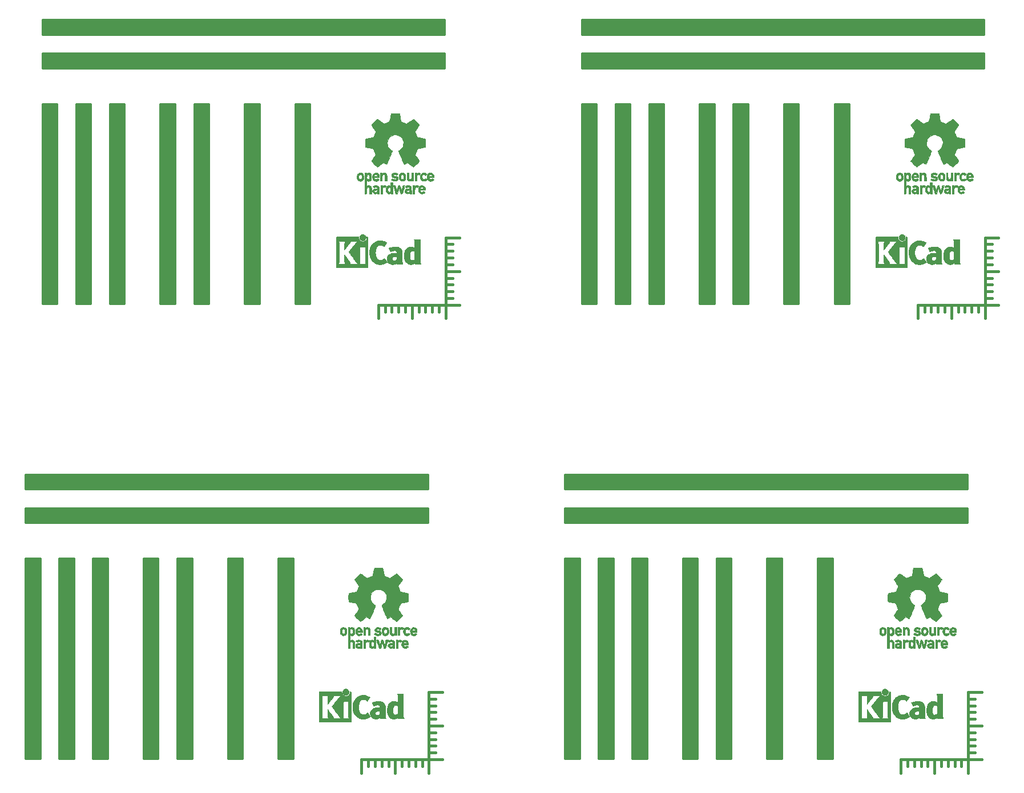
<source format=gbr>
G04 #@! TF.GenerationSoftware,KiCad,Pcbnew,5.1.0*
G04 #@! TF.CreationDate,2019-03-25T20:01:19-03:00*
G04 #@! TF.ProjectId,face_simples,66616365-5f73-4696-9d70-6c65732e6b69,rev?*
G04 #@! TF.SameCoordinates,Original*
G04 #@! TF.FileFunction,Copper,L1,Top*
G04 #@! TF.FilePolarity,Positive*
%FSLAX46Y46*%
G04 Gerber Fmt 4.6, Leading zero omitted, Abs format (unit mm)*
G04 Created by KiCad (PCBNEW 5.1.0) date 2019-03-25 20:01:19*
%MOMM*%
%LPD*%
G04 APERTURE LIST*
%ADD10C,0.381000*%
%ADD11C,0.010000*%
%ADD12C,0.254000*%
G04 APERTURE END LIST*
D10*
X222500000Y-142500020D02*
X224498980Y-142500020D01*
X222500000Y-152500000D02*
X222500000Y-142500020D01*
X222500000Y-152500000D02*
X224498980Y-152500000D01*
X222500000Y-147498740D02*
X224498980Y-147498740D01*
X222500000Y-151499240D02*
X223500760Y-151499240D01*
X222500000Y-150501020D02*
X223500760Y-150501020D01*
X222500000Y-149500260D02*
X223500760Y-149500260D01*
X222500000Y-148499500D02*
X223500760Y-148499500D01*
X222500000Y-146500520D02*
X223500760Y-146500520D01*
X222500000Y-145499760D02*
X223500760Y-145499760D01*
X222500000Y-144499000D02*
X223500760Y-144499000D01*
X222500000Y-143500780D02*
X223500760Y-143500780D01*
X222500000Y-152500000D02*
X212500020Y-152500000D01*
X212500020Y-152500000D02*
X212500020Y-154498980D01*
X222500000Y-152500000D02*
X222500000Y-154498980D01*
X217498740Y-152500000D02*
X217498740Y-154498980D01*
X221499240Y-152500000D02*
X221499240Y-153500760D01*
X220501020Y-152500000D02*
X220501020Y-153500760D01*
X219500260Y-152500000D02*
X219500260Y-153500760D01*
X218499500Y-152500000D02*
X218499500Y-153500760D01*
X216500520Y-152500000D02*
X216500520Y-153500760D01*
X215499760Y-152500000D02*
X215499760Y-153500760D01*
X214499000Y-152500000D02*
X214499000Y-153500760D01*
X213500780Y-152500000D02*
X213500780Y-153500760D01*
D11*
G36*
X129553600Y-142489054D02*
G01*
X129564465Y-142602993D01*
X129596082Y-142710616D01*
X129646985Y-142809615D01*
X129715707Y-142897684D01*
X129800781Y-142972516D01*
X129897768Y-143030384D01*
X130004036Y-143070005D01*
X130111050Y-143088573D01*
X130216700Y-143087434D01*
X130318875Y-143067930D01*
X130415466Y-143031406D01*
X130504362Y-142979205D01*
X130583454Y-142912673D01*
X130650631Y-142833152D01*
X130703783Y-142741987D01*
X130740801Y-142640523D01*
X130759573Y-142530102D01*
X130761511Y-142480206D01*
X130761511Y-142392267D01*
X130813440Y-142392267D01*
X130849747Y-142395111D01*
X130876645Y-142406911D01*
X130903751Y-142430649D01*
X130942133Y-142469031D01*
X130942133Y-144660602D01*
X130942124Y-144922739D01*
X130942092Y-145163241D01*
X130942028Y-145383048D01*
X130941924Y-145583101D01*
X130941773Y-145764344D01*
X130941566Y-145927716D01*
X130941294Y-146074160D01*
X130940950Y-146204617D01*
X130940526Y-146320029D01*
X130940013Y-146421338D01*
X130939403Y-146509484D01*
X130938688Y-146585410D01*
X130937860Y-146650057D01*
X130936911Y-146704367D01*
X130935833Y-146749280D01*
X130934617Y-146785740D01*
X130933255Y-146814687D01*
X130931739Y-146837063D01*
X130930062Y-146853809D01*
X130928214Y-146865868D01*
X130926187Y-146874180D01*
X130923975Y-146879687D01*
X130922892Y-146881537D01*
X130918729Y-146888549D01*
X130915195Y-146894996D01*
X130911365Y-146900900D01*
X130906318Y-146906286D01*
X130899129Y-146911178D01*
X130888877Y-146915598D01*
X130874636Y-146919572D01*
X130855486Y-146923121D01*
X130830501Y-146926270D01*
X130798760Y-146929042D01*
X130759338Y-146931461D01*
X130711314Y-146933551D01*
X130653763Y-146935335D01*
X130585763Y-146936837D01*
X130506390Y-146938080D01*
X130414721Y-146939089D01*
X130309834Y-146939885D01*
X130190804Y-146940494D01*
X130056710Y-146940939D01*
X129906627Y-146941243D01*
X129739633Y-146941430D01*
X129554804Y-146941524D01*
X129351217Y-146941548D01*
X129127950Y-146941525D01*
X128884078Y-146941480D01*
X128618679Y-146941437D01*
X128580296Y-146941432D01*
X128313318Y-146941389D01*
X128067998Y-146941318D01*
X127843417Y-146941213D01*
X127638655Y-146941066D01*
X127452794Y-146940869D01*
X127284912Y-146940616D01*
X127134092Y-146940300D01*
X126999413Y-146939913D01*
X126879956Y-146939447D01*
X126774801Y-146938897D01*
X126683029Y-146938253D01*
X126603721Y-146937511D01*
X126535957Y-146936661D01*
X126478818Y-146935697D01*
X126431383Y-146934611D01*
X126392734Y-146933397D01*
X126361951Y-146932047D01*
X126338115Y-146930555D01*
X126320306Y-146928911D01*
X126307605Y-146927111D01*
X126299092Y-146925145D01*
X126294734Y-146923477D01*
X126286272Y-146919906D01*
X126278503Y-146917270D01*
X126271398Y-146914634D01*
X126264927Y-146911062D01*
X126259061Y-146905621D01*
X126253771Y-146897375D01*
X126249026Y-146885390D01*
X126244798Y-146868731D01*
X126241057Y-146846463D01*
X126237773Y-146817652D01*
X126234917Y-146781363D01*
X126232460Y-146736661D01*
X126230371Y-146682611D01*
X126228622Y-146618279D01*
X126227183Y-146542730D01*
X126226024Y-146455030D01*
X126225117Y-146354243D01*
X126224431Y-146239434D01*
X126223937Y-146109670D01*
X126223605Y-145964015D01*
X126223407Y-145801535D01*
X126223313Y-145621295D01*
X126223292Y-145422360D01*
X126223315Y-145203796D01*
X126223354Y-144964668D01*
X126223378Y-144704040D01*
X126223378Y-144661889D01*
X126223364Y-144398992D01*
X126223339Y-144157732D01*
X126223329Y-143937165D01*
X126223358Y-143736352D01*
X126223452Y-143554349D01*
X126223638Y-143390216D01*
X126223941Y-143243011D01*
X126224386Y-143111792D01*
X126224966Y-143001867D01*
X126527803Y-143001867D01*
X126567593Y-143059711D01*
X126578764Y-143075479D01*
X126588834Y-143089441D01*
X126597862Y-143102784D01*
X126605903Y-143116693D01*
X126613014Y-143132356D01*
X126619253Y-143150958D01*
X126624675Y-143173686D01*
X126629338Y-143201727D01*
X126633299Y-143236267D01*
X126636615Y-143278492D01*
X126639341Y-143329589D01*
X126641536Y-143390744D01*
X126643255Y-143463144D01*
X126644556Y-143547975D01*
X126645495Y-143646422D01*
X126646130Y-143759674D01*
X126646516Y-143888916D01*
X126646712Y-144035334D01*
X126646773Y-144200116D01*
X126646757Y-144384447D01*
X126646720Y-144589513D01*
X126646711Y-144712133D01*
X126646735Y-144929082D01*
X126646769Y-145124642D01*
X126646757Y-145299999D01*
X126646642Y-145456341D01*
X126646370Y-145594857D01*
X126645882Y-145716734D01*
X126645124Y-145823160D01*
X126644038Y-145915322D01*
X126642569Y-145994409D01*
X126640660Y-146061608D01*
X126638256Y-146118107D01*
X126635299Y-146165093D01*
X126631734Y-146203755D01*
X126627505Y-146235280D01*
X126622554Y-146260855D01*
X126616827Y-146281670D01*
X126610267Y-146298911D01*
X126602817Y-146313765D01*
X126594421Y-146327422D01*
X126585024Y-146341069D01*
X126574568Y-146355893D01*
X126568477Y-146364783D01*
X126529704Y-146422400D01*
X127061268Y-146422400D01*
X127184517Y-146422365D01*
X127287013Y-146422215D01*
X127370580Y-146421878D01*
X127437044Y-146421286D01*
X127488229Y-146420367D01*
X127525959Y-146419051D01*
X127552060Y-146417269D01*
X127568356Y-146414951D01*
X127576672Y-146412026D01*
X127578832Y-146408424D01*
X127576661Y-146404075D01*
X127575465Y-146402645D01*
X127550315Y-146365573D01*
X127524417Y-146312772D01*
X127500808Y-146250770D01*
X127492539Y-146224357D01*
X127487922Y-146206416D01*
X127484021Y-146185355D01*
X127480752Y-146159089D01*
X127478034Y-146125532D01*
X127475785Y-146082599D01*
X127473923Y-146028204D01*
X127472364Y-145960262D01*
X127471028Y-145876688D01*
X127469831Y-145775395D01*
X127468692Y-145654300D01*
X127468315Y-145609600D01*
X127467298Y-145484449D01*
X127466540Y-145380082D01*
X127466097Y-145294707D01*
X127466030Y-145226533D01*
X127466395Y-145173765D01*
X127467252Y-145134614D01*
X127468659Y-145107285D01*
X127470675Y-145089986D01*
X127473357Y-145080926D01*
X127476764Y-145078312D01*
X127480956Y-145080351D01*
X127485429Y-145084667D01*
X127495784Y-145097602D01*
X127517842Y-145126676D01*
X127550043Y-145169759D01*
X127590826Y-145224718D01*
X127638630Y-145289423D01*
X127691895Y-145361742D01*
X127749060Y-145439544D01*
X127808563Y-145520698D01*
X127868845Y-145603072D01*
X127928345Y-145684536D01*
X127985502Y-145762957D01*
X128038755Y-145836204D01*
X128086543Y-145902147D01*
X128127307Y-145958654D01*
X128159484Y-146003593D01*
X128181515Y-146034834D01*
X128186083Y-146041466D01*
X128209004Y-146078369D01*
X128235812Y-146126359D01*
X128261211Y-146175897D01*
X128264432Y-146182577D01*
X128286110Y-146230772D01*
X128298696Y-146268334D01*
X128304426Y-146304160D01*
X128305544Y-146346200D01*
X128304910Y-146422400D01*
X129459349Y-146422400D01*
X129368185Y-146328669D01*
X129321388Y-146278775D01*
X129271101Y-146222295D01*
X129225056Y-146168026D01*
X129204631Y-146142673D01*
X129174193Y-146103128D01*
X129134138Y-146049916D01*
X129085639Y-145984667D01*
X129029865Y-145909011D01*
X128967989Y-145824577D01*
X128901181Y-145732994D01*
X128830613Y-145635892D01*
X128757455Y-145534901D01*
X128682879Y-145431650D01*
X128608056Y-145327768D01*
X128534157Y-145224885D01*
X128462354Y-145124631D01*
X128393816Y-145028636D01*
X128329716Y-144938527D01*
X128271225Y-144855936D01*
X128219514Y-144782492D01*
X128175753Y-144719824D01*
X128141115Y-144669561D01*
X128116770Y-144633334D01*
X128103889Y-144612771D01*
X128102131Y-144608668D01*
X128110090Y-144597342D01*
X128130885Y-144570162D01*
X128163153Y-144528829D01*
X128205530Y-144475044D01*
X128256653Y-144410506D01*
X128315159Y-144336918D01*
X128379686Y-144255978D01*
X128448869Y-144169388D01*
X128521347Y-144078848D01*
X128595754Y-143986060D01*
X128655483Y-143911702D01*
X129666489Y-143911702D01*
X129672398Y-143924659D01*
X129686728Y-143946908D01*
X129687775Y-143948391D01*
X129706562Y-143978544D01*
X129726209Y-144015375D01*
X129730108Y-144023511D01*
X129733644Y-144031940D01*
X129736770Y-144042059D01*
X129739514Y-144055260D01*
X129741908Y-144072938D01*
X129743981Y-144096484D01*
X129745765Y-144127293D01*
X129747288Y-144166757D01*
X129748581Y-144216269D01*
X129749674Y-144277223D01*
X129750597Y-144351011D01*
X129751381Y-144439028D01*
X129752055Y-144542665D01*
X129752650Y-144663316D01*
X129753195Y-144802374D01*
X129753721Y-144961232D01*
X129754255Y-145140089D01*
X129754794Y-145325207D01*
X129755228Y-145489145D01*
X129755491Y-145633303D01*
X129755516Y-145759079D01*
X129755235Y-145867871D01*
X129754581Y-145961077D01*
X129753486Y-146040097D01*
X129751882Y-146106328D01*
X129749703Y-146161170D01*
X129746881Y-146206021D01*
X129743349Y-146242278D01*
X129739039Y-146271341D01*
X129733883Y-146294609D01*
X129727815Y-146313479D01*
X129720767Y-146329351D01*
X129712671Y-146343622D01*
X129703460Y-146357691D01*
X129694960Y-146370158D01*
X129677824Y-146396452D01*
X129667678Y-146414037D01*
X129666489Y-146417257D01*
X129677396Y-146418334D01*
X129708589Y-146419335D01*
X129757777Y-146420235D01*
X129822667Y-146421010D01*
X129900970Y-146421637D01*
X129990393Y-146422091D01*
X130088644Y-146422349D01*
X130157555Y-146422400D01*
X130262548Y-146422180D01*
X130359390Y-146421548D01*
X130445893Y-146420549D01*
X130519868Y-146419227D01*
X130579126Y-146417626D01*
X130621480Y-146415791D01*
X130644740Y-146413765D01*
X130648622Y-146412493D01*
X130640924Y-146397591D01*
X130632926Y-146389560D01*
X130619754Y-146372434D01*
X130602515Y-146342183D01*
X130590593Y-146317622D01*
X130563955Y-146258711D01*
X130560880Y-145081845D01*
X130557805Y-143904978D01*
X130112147Y-143904978D01*
X130014330Y-143905142D01*
X129923936Y-143905611D01*
X129843370Y-143906347D01*
X129775038Y-143907316D01*
X129721344Y-143908480D01*
X129684695Y-143909803D01*
X129667496Y-143911249D01*
X129666489Y-143911702D01*
X128655483Y-143911702D01*
X128670730Y-143892722D01*
X128744910Y-143800537D01*
X128816931Y-143711204D01*
X128885431Y-143626424D01*
X128949045Y-143547898D01*
X129006412Y-143477326D01*
X129056167Y-143416409D01*
X129096948Y-143366847D01*
X129114112Y-143346178D01*
X129200404Y-143245516D01*
X129277003Y-143162259D01*
X129345817Y-143094438D01*
X129408752Y-143040089D01*
X129418133Y-143032722D01*
X129457644Y-143002117D01*
X128325884Y-143001867D01*
X128331173Y-143049844D01*
X128327870Y-143107188D01*
X128306339Y-143175463D01*
X128266365Y-143255212D01*
X128221057Y-143327495D01*
X128204839Y-143350140D01*
X128176786Y-143387696D01*
X128138570Y-143438021D01*
X128091863Y-143498973D01*
X128038339Y-143568411D01*
X127979669Y-143644194D01*
X127917525Y-143724180D01*
X127853579Y-143806228D01*
X127789505Y-143888196D01*
X127726973Y-143967943D01*
X127667657Y-144043327D01*
X127613229Y-144112207D01*
X127565361Y-144172442D01*
X127525725Y-144221889D01*
X127495994Y-144258408D01*
X127477839Y-144279858D01*
X127474780Y-144283156D01*
X127471921Y-144275149D01*
X127469707Y-144244855D01*
X127468143Y-144192556D01*
X127467233Y-144118531D01*
X127466980Y-144023063D01*
X127467387Y-143906434D01*
X127468296Y-143786445D01*
X127469618Y-143654333D01*
X127471143Y-143542594D01*
X127473119Y-143449025D01*
X127475794Y-143371419D01*
X127479418Y-143307574D01*
X127484239Y-143255283D01*
X127490506Y-143212344D01*
X127498468Y-143176551D01*
X127508373Y-143145700D01*
X127520469Y-143117586D01*
X127535007Y-143090005D01*
X127549689Y-143064966D01*
X127587686Y-143001867D01*
X126527803Y-143001867D01*
X126224966Y-143001867D01*
X126224999Y-142995617D01*
X126225805Y-142893544D01*
X126226830Y-142804633D01*
X126228100Y-142727941D01*
X126229640Y-142662527D01*
X126231476Y-142607449D01*
X126233633Y-142561765D01*
X126236137Y-142524534D01*
X126239013Y-142494813D01*
X126242287Y-142471662D01*
X126245985Y-142454139D01*
X126250131Y-142441301D01*
X126254753Y-142432208D01*
X126259874Y-142425918D01*
X126265522Y-142421488D01*
X126271721Y-142417978D01*
X126278496Y-142414445D01*
X126284492Y-142410876D01*
X126289725Y-142408300D01*
X126297901Y-142405972D01*
X126310114Y-142403878D01*
X126327459Y-142402007D01*
X126351031Y-142400347D01*
X126381923Y-142398884D01*
X126421232Y-142397608D01*
X126470050Y-142396504D01*
X126529473Y-142395561D01*
X126600596Y-142394767D01*
X126684512Y-142394109D01*
X126782317Y-142393575D01*
X126895106Y-142393153D01*
X127023971Y-142392829D01*
X127170009Y-142392592D01*
X127334314Y-142392430D01*
X127517980Y-142392330D01*
X127722103Y-142392280D01*
X127933247Y-142392267D01*
X129553600Y-142392267D01*
X129553600Y-142489054D01*
X129553600Y-142489054D01*
G37*
X129553600Y-142489054D02*
X129564465Y-142602993D01*
X129596082Y-142710616D01*
X129646985Y-142809615D01*
X129715707Y-142897684D01*
X129800781Y-142972516D01*
X129897768Y-143030384D01*
X130004036Y-143070005D01*
X130111050Y-143088573D01*
X130216700Y-143087434D01*
X130318875Y-143067930D01*
X130415466Y-143031406D01*
X130504362Y-142979205D01*
X130583454Y-142912673D01*
X130650631Y-142833152D01*
X130703783Y-142741987D01*
X130740801Y-142640523D01*
X130759573Y-142530102D01*
X130761511Y-142480206D01*
X130761511Y-142392267D01*
X130813440Y-142392267D01*
X130849747Y-142395111D01*
X130876645Y-142406911D01*
X130903751Y-142430649D01*
X130942133Y-142469031D01*
X130942133Y-144660602D01*
X130942124Y-144922739D01*
X130942092Y-145163241D01*
X130942028Y-145383048D01*
X130941924Y-145583101D01*
X130941773Y-145764344D01*
X130941566Y-145927716D01*
X130941294Y-146074160D01*
X130940950Y-146204617D01*
X130940526Y-146320029D01*
X130940013Y-146421338D01*
X130939403Y-146509484D01*
X130938688Y-146585410D01*
X130937860Y-146650057D01*
X130936911Y-146704367D01*
X130935833Y-146749280D01*
X130934617Y-146785740D01*
X130933255Y-146814687D01*
X130931739Y-146837063D01*
X130930062Y-146853809D01*
X130928214Y-146865868D01*
X130926187Y-146874180D01*
X130923975Y-146879687D01*
X130922892Y-146881537D01*
X130918729Y-146888549D01*
X130915195Y-146894996D01*
X130911365Y-146900900D01*
X130906318Y-146906286D01*
X130899129Y-146911178D01*
X130888877Y-146915598D01*
X130874636Y-146919572D01*
X130855486Y-146923121D01*
X130830501Y-146926270D01*
X130798760Y-146929042D01*
X130759338Y-146931461D01*
X130711314Y-146933551D01*
X130653763Y-146935335D01*
X130585763Y-146936837D01*
X130506390Y-146938080D01*
X130414721Y-146939089D01*
X130309834Y-146939885D01*
X130190804Y-146940494D01*
X130056710Y-146940939D01*
X129906627Y-146941243D01*
X129739633Y-146941430D01*
X129554804Y-146941524D01*
X129351217Y-146941548D01*
X129127950Y-146941525D01*
X128884078Y-146941480D01*
X128618679Y-146941437D01*
X128580296Y-146941432D01*
X128313318Y-146941389D01*
X128067998Y-146941318D01*
X127843417Y-146941213D01*
X127638655Y-146941066D01*
X127452794Y-146940869D01*
X127284912Y-146940616D01*
X127134092Y-146940300D01*
X126999413Y-146939913D01*
X126879956Y-146939447D01*
X126774801Y-146938897D01*
X126683029Y-146938253D01*
X126603721Y-146937511D01*
X126535957Y-146936661D01*
X126478818Y-146935697D01*
X126431383Y-146934611D01*
X126392734Y-146933397D01*
X126361951Y-146932047D01*
X126338115Y-146930555D01*
X126320306Y-146928911D01*
X126307605Y-146927111D01*
X126299092Y-146925145D01*
X126294734Y-146923477D01*
X126286272Y-146919906D01*
X126278503Y-146917270D01*
X126271398Y-146914634D01*
X126264927Y-146911062D01*
X126259061Y-146905621D01*
X126253771Y-146897375D01*
X126249026Y-146885390D01*
X126244798Y-146868731D01*
X126241057Y-146846463D01*
X126237773Y-146817652D01*
X126234917Y-146781363D01*
X126232460Y-146736661D01*
X126230371Y-146682611D01*
X126228622Y-146618279D01*
X126227183Y-146542730D01*
X126226024Y-146455030D01*
X126225117Y-146354243D01*
X126224431Y-146239434D01*
X126223937Y-146109670D01*
X126223605Y-145964015D01*
X126223407Y-145801535D01*
X126223313Y-145621295D01*
X126223292Y-145422360D01*
X126223315Y-145203796D01*
X126223354Y-144964668D01*
X126223378Y-144704040D01*
X126223378Y-144661889D01*
X126223364Y-144398992D01*
X126223339Y-144157732D01*
X126223329Y-143937165D01*
X126223358Y-143736352D01*
X126223452Y-143554349D01*
X126223638Y-143390216D01*
X126223941Y-143243011D01*
X126224386Y-143111792D01*
X126224966Y-143001867D01*
X126527803Y-143001867D01*
X126567593Y-143059711D01*
X126578764Y-143075479D01*
X126588834Y-143089441D01*
X126597862Y-143102784D01*
X126605903Y-143116693D01*
X126613014Y-143132356D01*
X126619253Y-143150958D01*
X126624675Y-143173686D01*
X126629338Y-143201727D01*
X126633299Y-143236267D01*
X126636615Y-143278492D01*
X126639341Y-143329589D01*
X126641536Y-143390744D01*
X126643255Y-143463144D01*
X126644556Y-143547975D01*
X126645495Y-143646422D01*
X126646130Y-143759674D01*
X126646516Y-143888916D01*
X126646712Y-144035334D01*
X126646773Y-144200116D01*
X126646757Y-144384447D01*
X126646720Y-144589513D01*
X126646711Y-144712133D01*
X126646735Y-144929082D01*
X126646769Y-145124642D01*
X126646757Y-145299999D01*
X126646642Y-145456341D01*
X126646370Y-145594857D01*
X126645882Y-145716734D01*
X126645124Y-145823160D01*
X126644038Y-145915322D01*
X126642569Y-145994409D01*
X126640660Y-146061608D01*
X126638256Y-146118107D01*
X126635299Y-146165093D01*
X126631734Y-146203755D01*
X126627505Y-146235280D01*
X126622554Y-146260855D01*
X126616827Y-146281670D01*
X126610267Y-146298911D01*
X126602817Y-146313765D01*
X126594421Y-146327422D01*
X126585024Y-146341069D01*
X126574568Y-146355893D01*
X126568477Y-146364783D01*
X126529704Y-146422400D01*
X127061268Y-146422400D01*
X127184517Y-146422365D01*
X127287013Y-146422215D01*
X127370580Y-146421878D01*
X127437044Y-146421286D01*
X127488229Y-146420367D01*
X127525959Y-146419051D01*
X127552060Y-146417269D01*
X127568356Y-146414951D01*
X127576672Y-146412026D01*
X127578832Y-146408424D01*
X127576661Y-146404075D01*
X127575465Y-146402645D01*
X127550315Y-146365573D01*
X127524417Y-146312772D01*
X127500808Y-146250770D01*
X127492539Y-146224357D01*
X127487922Y-146206416D01*
X127484021Y-146185355D01*
X127480752Y-146159089D01*
X127478034Y-146125532D01*
X127475785Y-146082599D01*
X127473923Y-146028204D01*
X127472364Y-145960262D01*
X127471028Y-145876688D01*
X127469831Y-145775395D01*
X127468692Y-145654300D01*
X127468315Y-145609600D01*
X127467298Y-145484449D01*
X127466540Y-145380082D01*
X127466097Y-145294707D01*
X127466030Y-145226533D01*
X127466395Y-145173765D01*
X127467252Y-145134614D01*
X127468659Y-145107285D01*
X127470675Y-145089986D01*
X127473357Y-145080926D01*
X127476764Y-145078312D01*
X127480956Y-145080351D01*
X127485429Y-145084667D01*
X127495784Y-145097602D01*
X127517842Y-145126676D01*
X127550043Y-145169759D01*
X127590826Y-145224718D01*
X127638630Y-145289423D01*
X127691895Y-145361742D01*
X127749060Y-145439544D01*
X127808563Y-145520698D01*
X127868845Y-145603072D01*
X127928345Y-145684536D01*
X127985502Y-145762957D01*
X128038755Y-145836204D01*
X128086543Y-145902147D01*
X128127307Y-145958654D01*
X128159484Y-146003593D01*
X128181515Y-146034834D01*
X128186083Y-146041466D01*
X128209004Y-146078369D01*
X128235812Y-146126359D01*
X128261211Y-146175897D01*
X128264432Y-146182577D01*
X128286110Y-146230772D01*
X128298696Y-146268334D01*
X128304426Y-146304160D01*
X128305544Y-146346200D01*
X128304910Y-146422400D01*
X129459349Y-146422400D01*
X129368185Y-146328669D01*
X129321388Y-146278775D01*
X129271101Y-146222295D01*
X129225056Y-146168026D01*
X129204631Y-146142673D01*
X129174193Y-146103128D01*
X129134138Y-146049916D01*
X129085639Y-145984667D01*
X129029865Y-145909011D01*
X128967989Y-145824577D01*
X128901181Y-145732994D01*
X128830613Y-145635892D01*
X128757455Y-145534901D01*
X128682879Y-145431650D01*
X128608056Y-145327768D01*
X128534157Y-145224885D01*
X128462354Y-145124631D01*
X128393816Y-145028636D01*
X128329716Y-144938527D01*
X128271225Y-144855936D01*
X128219514Y-144782492D01*
X128175753Y-144719824D01*
X128141115Y-144669561D01*
X128116770Y-144633334D01*
X128103889Y-144612771D01*
X128102131Y-144608668D01*
X128110090Y-144597342D01*
X128130885Y-144570162D01*
X128163153Y-144528829D01*
X128205530Y-144475044D01*
X128256653Y-144410506D01*
X128315159Y-144336918D01*
X128379686Y-144255978D01*
X128448869Y-144169388D01*
X128521347Y-144078848D01*
X128595754Y-143986060D01*
X128655483Y-143911702D01*
X129666489Y-143911702D01*
X129672398Y-143924659D01*
X129686728Y-143946908D01*
X129687775Y-143948391D01*
X129706562Y-143978544D01*
X129726209Y-144015375D01*
X129730108Y-144023511D01*
X129733644Y-144031940D01*
X129736770Y-144042059D01*
X129739514Y-144055260D01*
X129741908Y-144072938D01*
X129743981Y-144096484D01*
X129745765Y-144127293D01*
X129747288Y-144166757D01*
X129748581Y-144216269D01*
X129749674Y-144277223D01*
X129750597Y-144351011D01*
X129751381Y-144439028D01*
X129752055Y-144542665D01*
X129752650Y-144663316D01*
X129753195Y-144802374D01*
X129753721Y-144961232D01*
X129754255Y-145140089D01*
X129754794Y-145325207D01*
X129755228Y-145489145D01*
X129755491Y-145633303D01*
X129755516Y-145759079D01*
X129755235Y-145867871D01*
X129754581Y-145961077D01*
X129753486Y-146040097D01*
X129751882Y-146106328D01*
X129749703Y-146161170D01*
X129746881Y-146206021D01*
X129743349Y-146242278D01*
X129739039Y-146271341D01*
X129733883Y-146294609D01*
X129727815Y-146313479D01*
X129720767Y-146329351D01*
X129712671Y-146343622D01*
X129703460Y-146357691D01*
X129694960Y-146370158D01*
X129677824Y-146396452D01*
X129667678Y-146414037D01*
X129666489Y-146417257D01*
X129677396Y-146418334D01*
X129708589Y-146419335D01*
X129757777Y-146420235D01*
X129822667Y-146421010D01*
X129900970Y-146421637D01*
X129990393Y-146422091D01*
X130088644Y-146422349D01*
X130157555Y-146422400D01*
X130262548Y-146422180D01*
X130359390Y-146421548D01*
X130445893Y-146420549D01*
X130519868Y-146419227D01*
X130579126Y-146417626D01*
X130621480Y-146415791D01*
X130644740Y-146413765D01*
X130648622Y-146412493D01*
X130640924Y-146397591D01*
X130632926Y-146389560D01*
X130619754Y-146372434D01*
X130602515Y-146342183D01*
X130590593Y-146317622D01*
X130563955Y-146258711D01*
X130560880Y-145081845D01*
X130557805Y-143904978D01*
X130112147Y-143904978D01*
X130014330Y-143905142D01*
X129923936Y-143905611D01*
X129843370Y-143906347D01*
X129775038Y-143907316D01*
X129721344Y-143908480D01*
X129684695Y-143909803D01*
X129667496Y-143911249D01*
X129666489Y-143911702D01*
X128655483Y-143911702D01*
X128670730Y-143892722D01*
X128744910Y-143800537D01*
X128816931Y-143711204D01*
X128885431Y-143626424D01*
X128949045Y-143547898D01*
X129006412Y-143477326D01*
X129056167Y-143416409D01*
X129096948Y-143366847D01*
X129114112Y-143346178D01*
X129200404Y-143245516D01*
X129277003Y-143162259D01*
X129345817Y-143094438D01*
X129408752Y-143040089D01*
X129418133Y-143032722D01*
X129457644Y-143002117D01*
X128325884Y-143001867D01*
X128331173Y-143049844D01*
X128327870Y-143107188D01*
X128306339Y-143175463D01*
X128266365Y-143255212D01*
X128221057Y-143327495D01*
X128204839Y-143350140D01*
X128176786Y-143387696D01*
X128138570Y-143438021D01*
X128091863Y-143498973D01*
X128038339Y-143568411D01*
X127979669Y-143644194D01*
X127917525Y-143724180D01*
X127853579Y-143806228D01*
X127789505Y-143888196D01*
X127726973Y-143967943D01*
X127667657Y-144043327D01*
X127613229Y-144112207D01*
X127565361Y-144172442D01*
X127525725Y-144221889D01*
X127495994Y-144258408D01*
X127477839Y-144279858D01*
X127474780Y-144283156D01*
X127471921Y-144275149D01*
X127469707Y-144244855D01*
X127468143Y-144192556D01*
X127467233Y-144118531D01*
X127466980Y-144023063D01*
X127467387Y-143906434D01*
X127468296Y-143786445D01*
X127469618Y-143654333D01*
X127471143Y-143542594D01*
X127473119Y-143449025D01*
X127475794Y-143371419D01*
X127479418Y-143307574D01*
X127484239Y-143255283D01*
X127490506Y-143212344D01*
X127498468Y-143176551D01*
X127508373Y-143145700D01*
X127520469Y-143117586D01*
X127535007Y-143090005D01*
X127549689Y-143064966D01*
X127587686Y-143001867D01*
X126527803Y-143001867D01*
X126224966Y-143001867D01*
X126224999Y-142995617D01*
X126225805Y-142893544D01*
X126226830Y-142804633D01*
X126228100Y-142727941D01*
X126229640Y-142662527D01*
X126231476Y-142607449D01*
X126233633Y-142561765D01*
X126236137Y-142524534D01*
X126239013Y-142494813D01*
X126242287Y-142471662D01*
X126245985Y-142454139D01*
X126250131Y-142441301D01*
X126254753Y-142432208D01*
X126259874Y-142425918D01*
X126265522Y-142421488D01*
X126271721Y-142417978D01*
X126278496Y-142414445D01*
X126284492Y-142410876D01*
X126289725Y-142408300D01*
X126297901Y-142405972D01*
X126310114Y-142403878D01*
X126327459Y-142402007D01*
X126351031Y-142400347D01*
X126381923Y-142398884D01*
X126421232Y-142397608D01*
X126470050Y-142396504D01*
X126529473Y-142395561D01*
X126600596Y-142394767D01*
X126684512Y-142394109D01*
X126782317Y-142393575D01*
X126895106Y-142393153D01*
X127023971Y-142392829D01*
X127170009Y-142392592D01*
X127334314Y-142392430D01*
X127517980Y-142392330D01*
X127722103Y-142392280D01*
X127933247Y-142392267D01*
X129553600Y-142392267D01*
X129553600Y-142489054D01*
G36*
X132828429Y-142949071D02*
G01*
X132988570Y-142970245D01*
X133152510Y-143010385D01*
X133322313Y-143069889D01*
X133500043Y-143149154D01*
X133511310Y-143154699D01*
X133569005Y-143182725D01*
X133620552Y-143206802D01*
X133662191Y-143225249D01*
X133690162Y-143236386D01*
X133699733Y-143238933D01*
X133718950Y-143243941D01*
X133723561Y-143248147D01*
X133718458Y-143258580D01*
X133702418Y-143284868D01*
X133677288Y-143324257D01*
X133644914Y-143373991D01*
X133607143Y-143431315D01*
X133565822Y-143493476D01*
X133522798Y-143557718D01*
X133479917Y-143621285D01*
X133439026Y-143681425D01*
X133401971Y-143735380D01*
X133370600Y-143780397D01*
X133346759Y-143813721D01*
X133332294Y-143832597D01*
X133330309Y-143834787D01*
X133320191Y-143830138D01*
X133297850Y-143812962D01*
X133267280Y-143786440D01*
X133251536Y-143771964D01*
X133155047Y-143696682D01*
X133048336Y-143641241D01*
X132932832Y-143606141D01*
X132809962Y-143591880D01*
X132740561Y-143593051D01*
X132619423Y-143610212D01*
X132510205Y-143646094D01*
X132412582Y-143700959D01*
X132326228Y-143775070D01*
X132250815Y-143868688D01*
X132186018Y-143982076D01*
X132148601Y-144068667D01*
X132104748Y-144204366D01*
X132072428Y-144351850D01*
X132051557Y-144507314D01*
X132042051Y-144666956D01*
X132043827Y-144826973D01*
X132056803Y-144983561D01*
X132080894Y-145132918D01*
X132116018Y-145271240D01*
X132162092Y-145394724D01*
X132178373Y-145428978D01*
X132246620Y-145543064D01*
X132327079Y-145639557D01*
X132418570Y-145717670D01*
X132519911Y-145776617D01*
X132629920Y-145815612D01*
X132747415Y-145833868D01*
X132788883Y-145835211D01*
X132910441Y-145824290D01*
X133030878Y-145791474D01*
X133148666Y-145737439D01*
X133262277Y-145662865D01*
X133353685Y-145584539D01*
X133400215Y-145540008D01*
X133581483Y-145837271D01*
X133626580Y-145911433D01*
X133667819Y-145979646D01*
X133703735Y-146039459D01*
X133732866Y-146088420D01*
X133753750Y-146124079D01*
X133764924Y-146143984D01*
X133766375Y-146147079D01*
X133758146Y-146156718D01*
X133732567Y-146173999D01*
X133692873Y-146197283D01*
X133642297Y-146224934D01*
X133584074Y-146255315D01*
X133521437Y-146286790D01*
X133457621Y-146317722D01*
X133395860Y-146346473D01*
X133339388Y-146371408D01*
X133291438Y-146390889D01*
X133267986Y-146399318D01*
X133134221Y-146437133D01*
X132996327Y-146462136D01*
X132848622Y-146475140D01*
X132721833Y-146477468D01*
X132653878Y-146476373D01*
X132588277Y-146474275D01*
X132530847Y-146471434D01*
X132487403Y-146468106D01*
X132473298Y-146466422D01*
X132334284Y-146437587D01*
X132192757Y-146392468D01*
X132055275Y-146333750D01*
X131928394Y-146264120D01*
X131850889Y-146211441D01*
X131723481Y-146103239D01*
X131605178Y-145976671D01*
X131498172Y-145834866D01*
X131404652Y-145680951D01*
X131326810Y-145518053D01*
X131282956Y-145400756D01*
X131232708Y-145217128D01*
X131199209Y-145022581D01*
X131182449Y-144821325D01*
X131182416Y-144617568D01*
X131199101Y-144415521D01*
X131232493Y-144219392D01*
X131282580Y-144033391D01*
X131286397Y-144021803D01*
X131349281Y-143859750D01*
X131426028Y-143711832D01*
X131519242Y-143573865D01*
X131631527Y-143441661D01*
X131675392Y-143396399D01*
X131811534Y-143272457D01*
X131951491Y-143169915D01*
X132097411Y-143087656D01*
X132251442Y-143024564D01*
X132415732Y-142979523D01*
X132511289Y-142962033D01*
X132670023Y-142946466D01*
X132828429Y-142949071D01*
X132828429Y-142949071D01*
G37*
X132828429Y-142949071D02*
X132988570Y-142970245D01*
X133152510Y-143010385D01*
X133322313Y-143069889D01*
X133500043Y-143149154D01*
X133511310Y-143154699D01*
X133569005Y-143182725D01*
X133620552Y-143206802D01*
X133662191Y-143225249D01*
X133690162Y-143236386D01*
X133699733Y-143238933D01*
X133718950Y-143243941D01*
X133723561Y-143248147D01*
X133718458Y-143258580D01*
X133702418Y-143284868D01*
X133677288Y-143324257D01*
X133644914Y-143373991D01*
X133607143Y-143431315D01*
X133565822Y-143493476D01*
X133522798Y-143557718D01*
X133479917Y-143621285D01*
X133439026Y-143681425D01*
X133401971Y-143735380D01*
X133370600Y-143780397D01*
X133346759Y-143813721D01*
X133332294Y-143832597D01*
X133330309Y-143834787D01*
X133320191Y-143830138D01*
X133297850Y-143812962D01*
X133267280Y-143786440D01*
X133251536Y-143771964D01*
X133155047Y-143696682D01*
X133048336Y-143641241D01*
X132932832Y-143606141D01*
X132809962Y-143591880D01*
X132740561Y-143593051D01*
X132619423Y-143610212D01*
X132510205Y-143646094D01*
X132412582Y-143700959D01*
X132326228Y-143775070D01*
X132250815Y-143868688D01*
X132186018Y-143982076D01*
X132148601Y-144068667D01*
X132104748Y-144204366D01*
X132072428Y-144351850D01*
X132051557Y-144507314D01*
X132042051Y-144666956D01*
X132043827Y-144826973D01*
X132056803Y-144983561D01*
X132080894Y-145132918D01*
X132116018Y-145271240D01*
X132162092Y-145394724D01*
X132178373Y-145428978D01*
X132246620Y-145543064D01*
X132327079Y-145639557D01*
X132418570Y-145717670D01*
X132519911Y-145776617D01*
X132629920Y-145815612D01*
X132747415Y-145833868D01*
X132788883Y-145835211D01*
X132910441Y-145824290D01*
X133030878Y-145791474D01*
X133148666Y-145737439D01*
X133262277Y-145662865D01*
X133353685Y-145584539D01*
X133400215Y-145540008D01*
X133581483Y-145837271D01*
X133626580Y-145911433D01*
X133667819Y-145979646D01*
X133703735Y-146039459D01*
X133732866Y-146088420D01*
X133753750Y-146124079D01*
X133764924Y-146143984D01*
X133766375Y-146147079D01*
X133758146Y-146156718D01*
X133732567Y-146173999D01*
X133692873Y-146197283D01*
X133642297Y-146224934D01*
X133584074Y-146255315D01*
X133521437Y-146286790D01*
X133457621Y-146317722D01*
X133395860Y-146346473D01*
X133339388Y-146371408D01*
X133291438Y-146390889D01*
X133267986Y-146399318D01*
X133134221Y-146437133D01*
X132996327Y-146462136D01*
X132848622Y-146475140D01*
X132721833Y-146477468D01*
X132653878Y-146476373D01*
X132588277Y-146474275D01*
X132530847Y-146471434D01*
X132487403Y-146468106D01*
X132473298Y-146466422D01*
X132334284Y-146437587D01*
X132192757Y-146392468D01*
X132055275Y-146333750D01*
X131928394Y-146264120D01*
X131850889Y-146211441D01*
X131723481Y-146103239D01*
X131605178Y-145976671D01*
X131498172Y-145834866D01*
X131404652Y-145680951D01*
X131326810Y-145518053D01*
X131282956Y-145400756D01*
X131232708Y-145217128D01*
X131199209Y-145022581D01*
X131182449Y-144821325D01*
X131182416Y-144617568D01*
X131199101Y-144415521D01*
X131232493Y-144219392D01*
X131282580Y-144033391D01*
X131286397Y-144021803D01*
X131349281Y-143859750D01*
X131426028Y-143711832D01*
X131519242Y-143573865D01*
X131631527Y-143441661D01*
X131675392Y-143396399D01*
X131811534Y-143272457D01*
X131951491Y-143169915D01*
X132097411Y-143087656D01*
X132251442Y-143024564D01*
X132415732Y-142979523D01*
X132511289Y-142962033D01*
X132670023Y-142946466D01*
X132828429Y-142949071D01*
G36*
X135173574Y-143866552D02*
G01*
X135325492Y-143886567D01*
X135460756Y-143920202D01*
X135580239Y-143967725D01*
X135684815Y-144029405D01*
X135762424Y-144092965D01*
X135831265Y-144167099D01*
X135885006Y-144246871D01*
X135927910Y-144339091D01*
X135943384Y-144382161D01*
X135956244Y-144421142D01*
X135967446Y-144457289D01*
X135977120Y-144492434D01*
X135985396Y-144528410D01*
X135992403Y-144567050D01*
X135998272Y-144610185D01*
X136003131Y-144659649D01*
X136007110Y-144717273D01*
X136010340Y-144784891D01*
X136012949Y-144864334D01*
X136015067Y-144957436D01*
X136016824Y-145066027D01*
X136018349Y-145191942D01*
X136019772Y-145337012D01*
X136021025Y-145479778D01*
X136022351Y-145635968D01*
X136023556Y-145771239D01*
X136024766Y-145887246D01*
X136026106Y-145985645D01*
X136027700Y-146068093D01*
X136029675Y-146136246D01*
X136032156Y-146191760D01*
X136035269Y-146236292D01*
X136039138Y-146271498D01*
X136043889Y-146299034D01*
X136049648Y-146320556D01*
X136056539Y-146337722D01*
X136064689Y-146352186D01*
X136074223Y-146365606D01*
X136085266Y-146379638D01*
X136089566Y-146385071D01*
X136105386Y-146407910D01*
X136112422Y-146423463D01*
X136112444Y-146423922D01*
X136101567Y-146426121D01*
X136070582Y-146428147D01*
X136021957Y-146429942D01*
X135958163Y-146431451D01*
X135881669Y-146432616D01*
X135794944Y-146433380D01*
X135700457Y-146433686D01*
X135689550Y-146433689D01*
X135266657Y-146433689D01*
X135263395Y-146337622D01*
X135260133Y-146241556D01*
X135198044Y-146292543D01*
X135100714Y-146360057D01*
X134990813Y-146414749D01*
X134904349Y-146444978D01*
X134835278Y-146459666D01*
X134751925Y-146469659D01*
X134662159Y-146474646D01*
X134573845Y-146474313D01*
X134494851Y-146468351D01*
X134458622Y-146462638D01*
X134318603Y-146424776D01*
X134192178Y-146369932D01*
X134080260Y-146298924D01*
X133983762Y-146212568D01*
X133903600Y-146111679D01*
X133840687Y-145997076D01*
X133796312Y-145870984D01*
X133783978Y-145814401D01*
X133776368Y-145752202D01*
X133772739Y-145677363D01*
X133772245Y-145643467D01*
X133772310Y-145640282D01*
X134532248Y-145640282D01*
X134541541Y-145715333D01*
X134569728Y-145779160D01*
X134618197Y-145834798D01*
X134623254Y-145839211D01*
X134671548Y-145874037D01*
X134723257Y-145896620D01*
X134783989Y-145908540D01*
X134859352Y-145911383D01*
X134877459Y-145910978D01*
X134931278Y-145908325D01*
X134971308Y-145902909D01*
X135006324Y-145892745D01*
X135045103Y-145875850D01*
X135055745Y-145870672D01*
X135116396Y-145834844D01*
X135163215Y-145792212D01*
X135175952Y-145776973D01*
X135220622Y-145720462D01*
X135220622Y-145524586D01*
X135220086Y-145445939D01*
X135218396Y-145387988D01*
X135215428Y-145348875D01*
X135211057Y-145326741D01*
X135206972Y-145320274D01*
X135191047Y-145317111D01*
X135157264Y-145314488D01*
X135110340Y-145312655D01*
X135054993Y-145311857D01*
X135046106Y-145311842D01*
X134925330Y-145317096D01*
X134822660Y-145333263D01*
X134736106Y-145360961D01*
X134663681Y-145400808D01*
X134608751Y-145447758D01*
X134564204Y-145505645D01*
X134539480Y-145568693D01*
X134532248Y-145640282D01*
X133772310Y-145640282D01*
X133774178Y-145549712D01*
X133782522Y-145470812D01*
X133798768Y-145399590D01*
X133824405Y-145328864D01*
X133848401Y-145276493D01*
X133907020Y-145181196D01*
X133985117Y-145093170D01*
X134080315Y-145014017D01*
X134190238Y-144945340D01*
X134312510Y-144888741D01*
X134444755Y-144845821D01*
X134509422Y-144830882D01*
X134645604Y-144808777D01*
X134794049Y-144794194D01*
X134945505Y-144787813D01*
X135072064Y-144789445D01*
X135233950Y-144796224D01*
X135226530Y-144737245D01*
X135207238Y-144638092D01*
X135176104Y-144557372D01*
X135132269Y-144494466D01*
X135074871Y-144448756D01*
X135003048Y-144419622D01*
X134915941Y-144406447D01*
X134812686Y-144408611D01*
X134774711Y-144412612D01*
X134633520Y-144437780D01*
X134496707Y-144478814D01*
X134402178Y-144516815D01*
X134357018Y-144536190D01*
X134318585Y-144551760D01*
X134292234Y-144561405D01*
X134284546Y-144563452D01*
X134274802Y-144554374D01*
X134258083Y-144525405D01*
X134234232Y-144476217D01*
X134203093Y-144406484D01*
X134164507Y-144315879D01*
X134157910Y-144300089D01*
X134127853Y-144227772D01*
X134100874Y-144162425D01*
X134078136Y-144106906D01*
X134060806Y-144064072D01*
X134050048Y-144036781D01*
X134046941Y-144027942D01*
X134056940Y-144023187D01*
X134083217Y-144017910D01*
X134111489Y-144014231D01*
X134141646Y-144009474D01*
X134189433Y-144000028D01*
X134250612Y-143986820D01*
X134320946Y-143970776D01*
X134396194Y-143952820D01*
X134424755Y-143945797D01*
X134529816Y-143920209D01*
X134617480Y-143900147D01*
X134692068Y-143884969D01*
X134757903Y-143874035D01*
X134819307Y-143866704D01*
X134880602Y-143862335D01*
X134946110Y-143860287D01*
X135004128Y-143859889D01*
X135173574Y-143866552D01*
X135173574Y-143866552D01*
G37*
X135173574Y-143866552D02*
X135325492Y-143886567D01*
X135460756Y-143920202D01*
X135580239Y-143967725D01*
X135684815Y-144029405D01*
X135762424Y-144092965D01*
X135831265Y-144167099D01*
X135885006Y-144246871D01*
X135927910Y-144339091D01*
X135943384Y-144382161D01*
X135956244Y-144421142D01*
X135967446Y-144457289D01*
X135977120Y-144492434D01*
X135985396Y-144528410D01*
X135992403Y-144567050D01*
X135998272Y-144610185D01*
X136003131Y-144659649D01*
X136007110Y-144717273D01*
X136010340Y-144784891D01*
X136012949Y-144864334D01*
X136015067Y-144957436D01*
X136016824Y-145066027D01*
X136018349Y-145191942D01*
X136019772Y-145337012D01*
X136021025Y-145479778D01*
X136022351Y-145635968D01*
X136023556Y-145771239D01*
X136024766Y-145887246D01*
X136026106Y-145985645D01*
X136027700Y-146068093D01*
X136029675Y-146136246D01*
X136032156Y-146191760D01*
X136035269Y-146236292D01*
X136039138Y-146271498D01*
X136043889Y-146299034D01*
X136049648Y-146320556D01*
X136056539Y-146337722D01*
X136064689Y-146352186D01*
X136074223Y-146365606D01*
X136085266Y-146379638D01*
X136089566Y-146385071D01*
X136105386Y-146407910D01*
X136112422Y-146423463D01*
X136112444Y-146423922D01*
X136101567Y-146426121D01*
X136070582Y-146428147D01*
X136021957Y-146429942D01*
X135958163Y-146431451D01*
X135881669Y-146432616D01*
X135794944Y-146433380D01*
X135700457Y-146433686D01*
X135689550Y-146433689D01*
X135266657Y-146433689D01*
X135263395Y-146337622D01*
X135260133Y-146241556D01*
X135198044Y-146292543D01*
X135100714Y-146360057D01*
X134990813Y-146414749D01*
X134904349Y-146444978D01*
X134835278Y-146459666D01*
X134751925Y-146469659D01*
X134662159Y-146474646D01*
X134573845Y-146474313D01*
X134494851Y-146468351D01*
X134458622Y-146462638D01*
X134318603Y-146424776D01*
X134192178Y-146369932D01*
X134080260Y-146298924D01*
X133983762Y-146212568D01*
X133903600Y-146111679D01*
X133840687Y-145997076D01*
X133796312Y-145870984D01*
X133783978Y-145814401D01*
X133776368Y-145752202D01*
X133772739Y-145677363D01*
X133772245Y-145643467D01*
X133772310Y-145640282D01*
X134532248Y-145640282D01*
X134541541Y-145715333D01*
X134569728Y-145779160D01*
X134618197Y-145834798D01*
X134623254Y-145839211D01*
X134671548Y-145874037D01*
X134723257Y-145896620D01*
X134783989Y-145908540D01*
X134859352Y-145911383D01*
X134877459Y-145910978D01*
X134931278Y-145908325D01*
X134971308Y-145902909D01*
X135006324Y-145892745D01*
X135045103Y-145875850D01*
X135055745Y-145870672D01*
X135116396Y-145834844D01*
X135163215Y-145792212D01*
X135175952Y-145776973D01*
X135220622Y-145720462D01*
X135220622Y-145524586D01*
X135220086Y-145445939D01*
X135218396Y-145387988D01*
X135215428Y-145348875D01*
X135211057Y-145326741D01*
X135206972Y-145320274D01*
X135191047Y-145317111D01*
X135157264Y-145314488D01*
X135110340Y-145312655D01*
X135054993Y-145311857D01*
X135046106Y-145311842D01*
X134925330Y-145317096D01*
X134822660Y-145333263D01*
X134736106Y-145360961D01*
X134663681Y-145400808D01*
X134608751Y-145447758D01*
X134564204Y-145505645D01*
X134539480Y-145568693D01*
X134532248Y-145640282D01*
X133772310Y-145640282D01*
X133774178Y-145549712D01*
X133782522Y-145470812D01*
X133798768Y-145399590D01*
X133824405Y-145328864D01*
X133848401Y-145276493D01*
X133907020Y-145181196D01*
X133985117Y-145093170D01*
X134080315Y-145014017D01*
X134190238Y-144945340D01*
X134312510Y-144888741D01*
X134444755Y-144845821D01*
X134509422Y-144830882D01*
X134645604Y-144808777D01*
X134794049Y-144794194D01*
X134945505Y-144787813D01*
X135072064Y-144789445D01*
X135233950Y-144796224D01*
X135226530Y-144737245D01*
X135207238Y-144638092D01*
X135176104Y-144557372D01*
X135132269Y-144494466D01*
X135074871Y-144448756D01*
X135003048Y-144419622D01*
X134915941Y-144406447D01*
X134812686Y-144408611D01*
X134774711Y-144412612D01*
X134633520Y-144437780D01*
X134496707Y-144478814D01*
X134402178Y-144516815D01*
X134357018Y-144536190D01*
X134318585Y-144551760D01*
X134292234Y-144561405D01*
X134284546Y-144563452D01*
X134274802Y-144554374D01*
X134258083Y-144525405D01*
X134234232Y-144476217D01*
X134203093Y-144406484D01*
X134164507Y-144315879D01*
X134157910Y-144300089D01*
X134127853Y-144227772D01*
X134100874Y-144162425D01*
X134078136Y-144106906D01*
X134060806Y-144064072D01*
X134050048Y-144036781D01*
X134046941Y-144027942D01*
X134056940Y-144023187D01*
X134083217Y-144017910D01*
X134111489Y-144014231D01*
X134141646Y-144009474D01*
X134189433Y-144000028D01*
X134250612Y-143986820D01*
X134320946Y-143970776D01*
X134396194Y-143952820D01*
X134424755Y-143945797D01*
X134529816Y-143920209D01*
X134617480Y-143900147D01*
X134692068Y-143884969D01*
X134757903Y-143874035D01*
X134819307Y-143866704D01*
X134880602Y-143862335D01*
X134946110Y-143860287D01*
X135004128Y-143859889D01*
X135173574Y-143866552D01*
G36*
X138686507Y-144472245D02*
G01*
X138686526Y-144706662D01*
X138686552Y-144919603D01*
X138686625Y-145112168D01*
X138686782Y-145285459D01*
X138687064Y-145440576D01*
X138687509Y-145578620D01*
X138688156Y-145700692D01*
X138689045Y-145807894D01*
X138690213Y-145901326D01*
X138691701Y-145982090D01*
X138693546Y-146051286D01*
X138695789Y-146110015D01*
X138698469Y-146159379D01*
X138701623Y-146200478D01*
X138705292Y-146234413D01*
X138709513Y-146262286D01*
X138714327Y-146285198D01*
X138719773Y-146304249D01*
X138725888Y-146320540D01*
X138732712Y-146335173D01*
X138740285Y-146349249D01*
X138748645Y-146363868D01*
X138753839Y-146372974D01*
X138788104Y-146433689D01*
X137929955Y-146433689D01*
X137929955Y-146337733D01*
X137929224Y-146294370D01*
X137927272Y-146261205D01*
X137924463Y-146243424D01*
X137923221Y-146241778D01*
X137911799Y-146248662D01*
X137889084Y-146266505D01*
X137866385Y-146285879D01*
X137811800Y-146326614D01*
X137742321Y-146367617D01*
X137665270Y-146405123D01*
X137587965Y-146435364D01*
X137557113Y-146445012D01*
X137488616Y-146459578D01*
X137405764Y-146469539D01*
X137316371Y-146474583D01*
X137228248Y-146474396D01*
X137149207Y-146468666D01*
X137111511Y-146462858D01*
X136973414Y-146424797D01*
X136846113Y-146367073D01*
X136730292Y-146290211D01*
X136626637Y-146194739D01*
X136535833Y-146081179D01*
X136469031Y-145970381D01*
X136414164Y-145853625D01*
X136372163Y-145734276D01*
X136342167Y-145608283D01*
X136323311Y-145471594D01*
X136314732Y-145320158D01*
X136314006Y-145242711D01*
X136316100Y-145185934D01*
X137145217Y-145185934D01*
X137145424Y-145279002D01*
X137148337Y-145366692D01*
X137154000Y-145443772D01*
X137162455Y-145505009D01*
X137165038Y-145517350D01*
X137196840Y-145624633D01*
X137238498Y-145711658D01*
X137290363Y-145778642D01*
X137352781Y-145825805D01*
X137426100Y-145853365D01*
X137510669Y-145861541D01*
X137606835Y-145850551D01*
X137670311Y-145834829D01*
X137719454Y-145816639D01*
X137773583Y-145790791D01*
X137814244Y-145767089D01*
X137884800Y-145720721D01*
X137884800Y-144570530D01*
X137817392Y-144526962D01*
X137738867Y-144486040D01*
X137654681Y-144459389D01*
X137569557Y-144447465D01*
X137488216Y-144450722D01*
X137415380Y-144469615D01*
X137383426Y-144485184D01*
X137325501Y-144528181D01*
X137276544Y-144584953D01*
X137235390Y-144657575D01*
X137200874Y-144748121D01*
X137171833Y-144858666D01*
X137170552Y-144864533D01*
X137160381Y-144926788D01*
X137152739Y-145004594D01*
X137147670Y-145092720D01*
X137145217Y-145185934D01*
X136316100Y-145185934D01*
X136321857Y-145029895D01*
X136343802Y-144834059D01*
X136379786Y-144655332D01*
X136429759Y-144493845D01*
X136493668Y-144349726D01*
X136571462Y-144223106D01*
X136663089Y-144114115D01*
X136768497Y-144022883D01*
X136813662Y-143991932D01*
X136914611Y-143935785D01*
X137017901Y-143896174D01*
X137127989Y-143872014D01*
X137249330Y-143862219D01*
X137341836Y-143863265D01*
X137471490Y-143874231D01*
X137584084Y-143896046D01*
X137682875Y-143929714D01*
X137771121Y-143976236D01*
X137819986Y-144010448D01*
X137849353Y-144032362D01*
X137871043Y-144047333D01*
X137879253Y-144051733D01*
X137880868Y-144040904D01*
X137882159Y-144010251D01*
X137883138Y-143962526D01*
X137883817Y-143900479D01*
X137884210Y-143826862D01*
X137884330Y-143744427D01*
X137884188Y-143655925D01*
X137883797Y-143564107D01*
X137883171Y-143471724D01*
X137882320Y-143381528D01*
X137881260Y-143296271D01*
X137880001Y-143218703D01*
X137878556Y-143151576D01*
X137876938Y-143097641D01*
X137875161Y-143059650D01*
X137874669Y-143052667D01*
X137867092Y-142982251D01*
X137855531Y-142927102D01*
X137837792Y-142879981D01*
X137811682Y-142833647D01*
X137805415Y-142824067D01*
X137780983Y-142787378D01*
X138686311Y-142787378D01*
X138686507Y-144472245D01*
X138686507Y-144472245D01*
G37*
X138686507Y-144472245D02*
X138686526Y-144706662D01*
X138686552Y-144919603D01*
X138686625Y-145112168D01*
X138686782Y-145285459D01*
X138687064Y-145440576D01*
X138687509Y-145578620D01*
X138688156Y-145700692D01*
X138689045Y-145807894D01*
X138690213Y-145901326D01*
X138691701Y-145982090D01*
X138693546Y-146051286D01*
X138695789Y-146110015D01*
X138698469Y-146159379D01*
X138701623Y-146200478D01*
X138705292Y-146234413D01*
X138709513Y-146262286D01*
X138714327Y-146285198D01*
X138719773Y-146304249D01*
X138725888Y-146320540D01*
X138732712Y-146335173D01*
X138740285Y-146349249D01*
X138748645Y-146363868D01*
X138753839Y-146372974D01*
X138788104Y-146433689D01*
X137929955Y-146433689D01*
X137929955Y-146337733D01*
X137929224Y-146294370D01*
X137927272Y-146261205D01*
X137924463Y-146243424D01*
X137923221Y-146241778D01*
X137911799Y-146248662D01*
X137889084Y-146266505D01*
X137866385Y-146285879D01*
X137811800Y-146326614D01*
X137742321Y-146367617D01*
X137665270Y-146405123D01*
X137587965Y-146435364D01*
X137557113Y-146445012D01*
X137488616Y-146459578D01*
X137405764Y-146469539D01*
X137316371Y-146474583D01*
X137228248Y-146474396D01*
X137149207Y-146468666D01*
X137111511Y-146462858D01*
X136973414Y-146424797D01*
X136846113Y-146367073D01*
X136730292Y-146290211D01*
X136626637Y-146194739D01*
X136535833Y-146081179D01*
X136469031Y-145970381D01*
X136414164Y-145853625D01*
X136372163Y-145734276D01*
X136342167Y-145608283D01*
X136323311Y-145471594D01*
X136314732Y-145320158D01*
X136314006Y-145242711D01*
X136316100Y-145185934D01*
X137145217Y-145185934D01*
X137145424Y-145279002D01*
X137148337Y-145366692D01*
X137154000Y-145443772D01*
X137162455Y-145505009D01*
X137165038Y-145517350D01*
X137196840Y-145624633D01*
X137238498Y-145711658D01*
X137290363Y-145778642D01*
X137352781Y-145825805D01*
X137426100Y-145853365D01*
X137510669Y-145861541D01*
X137606835Y-145850551D01*
X137670311Y-145834829D01*
X137719454Y-145816639D01*
X137773583Y-145790791D01*
X137814244Y-145767089D01*
X137884800Y-145720721D01*
X137884800Y-144570530D01*
X137817392Y-144526962D01*
X137738867Y-144486040D01*
X137654681Y-144459389D01*
X137569557Y-144447465D01*
X137488216Y-144450722D01*
X137415380Y-144469615D01*
X137383426Y-144485184D01*
X137325501Y-144528181D01*
X137276544Y-144584953D01*
X137235390Y-144657575D01*
X137200874Y-144748121D01*
X137171833Y-144858666D01*
X137170552Y-144864533D01*
X137160381Y-144926788D01*
X137152739Y-145004594D01*
X137147670Y-145092720D01*
X137145217Y-145185934D01*
X136316100Y-145185934D01*
X136321857Y-145029895D01*
X136343802Y-144834059D01*
X136379786Y-144655332D01*
X136429759Y-144493845D01*
X136493668Y-144349726D01*
X136571462Y-144223106D01*
X136663089Y-144114115D01*
X136768497Y-144022883D01*
X136813662Y-143991932D01*
X136914611Y-143935785D01*
X137017901Y-143896174D01*
X137127989Y-143872014D01*
X137249330Y-143862219D01*
X137341836Y-143863265D01*
X137471490Y-143874231D01*
X137584084Y-143896046D01*
X137682875Y-143929714D01*
X137771121Y-143976236D01*
X137819986Y-144010448D01*
X137849353Y-144032362D01*
X137871043Y-144047333D01*
X137879253Y-144051733D01*
X137880868Y-144040904D01*
X137882159Y-144010251D01*
X137883138Y-143962526D01*
X137883817Y-143900479D01*
X137884210Y-143826862D01*
X137884330Y-143744427D01*
X137884188Y-143655925D01*
X137883797Y-143564107D01*
X137883171Y-143471724D01*
X137882320Y-143381528D01*
X137881260Y-143296271D01*
X137880001Y-143218703D01*
X137878556Y-143151576D01*
X137876938Y-143097641D01*
X137875161Y-143059650D01*
X137874669Y-143052667D01*
X137867092Y-142982251D01*
X137855531Y-142927102D01*
X137837792Y-142879981D01*
X137811682Y-142833647D01*
X137805415Y-142824067D01*
X137780983Y-142787378D01*
X138686311Y-142787378D01*
X138686507Y-144472245D01*
G36*
X130226957Y-142026571D02*
G01*
X130323232Y-142050809D01*
X130409816Y-142093641D01*
X130484627Y-142153419D01*
X130545582Y-142228494D01*
X130590601Y-142317220D01*
X130616864Y-142413530D01*
X130622714Y-142510795D01*
X130607860Y-142604654D01*
X130574160Y-142692511D01*
X130523472Y-142771770D01*
X130457655Y-142839836D01*
X130378566Y-142894112D01*
X130288066Y-142932002D01*
X130236800Y-142944426D01*
X130192302Y-142951947D01*
X130158001Y-142954919D01*
X130125040Y-142953094D01*
X130084566Y-142946225D01*
X130051469Y-142939250D01*
X129958053Y-142907741D01*
X129874381Y-142856617D01*
X129802335Y-142787429D01*
X129743800Y-142701728D01*
X129729852Y-142674489D01*
X129713414Y-142638122D01*
X129703106Y-142607582D01*
X129697540Y-142575450D01*
X129695331Y-142534307D01*
X129695052Y-142488222D01*
X129699139Y-142403865D01*
X129712554Y-142334586D01*
X129737744Y-142273961D01*
X129777154Y-142215567D01*
X129815702Y-142171302D01*
X129887594Y-142105484D01*
X129962687Y-142060053D01*
X130045438Y-142032850D01*
X130123072Y-142022576D01*
X130226957Y-142026571D01*
X130226957Y-142026571D01*
G37*
X130226957Y-142026571D02*
X130323232Y-142050809D01*
X130409816Y-142093641D01*
X130484627Y-142153419D01*
X130545582Y-142228494D01*
X130590601Y-142317220D01*
X130616864Y-142413530D01*
X130622714Y-142510795D01*
X130607860Y-142604654D01*
X130574160Y-142692511D01*
X130523472Y-142771770D01*
X130457655Y-142839836D01*
X130378566Y-142894112D01*
X130288066Y-142932002D01*
X130236800Y-142944426D01*
X130192302Y-142951947D01*
X130158001Y-142954919D01*
X130125040Y-142953094D01*
X130084566Y-142946225D01*
X130051469Y-142939250D01*
X129958053Y-142907741D01*
X129874381Y-142856617D01*
X129802335Y-142787429D01*
X129743800Y-142701728D01*
X129729852Y-142674489D01*
X129713414Y-142638122D01*
X129703106Y-142607582D01*
X129697540Y-142575450D01*
X129695331Y-142534307D01*
X129695052Y-142488222D01*
X129699139Y-142403865D01*
X129712554Y-142334586D01*
X129737744Y-142273961D01*
X129777154Y-142215567D01*
X129815702Y-142171302D01*
X129887594Y-142105484D01*
X129962687Y-142060053D01*
X130045438Y-142032850D01*
X130123072Y-142022576D01*
X130226957Y-142026571D01*
G36*
X131219909Y-132909560D02*
G01*
X131272412Y-132935499D01*
X131337158Y-132980700D01*
X131384347Y-133029991D01*
X131416665Y-133091885D01*
X131436797Y-133174896D01*
X131447430Y-133287538D01*
X131451247Y-133438324D01*
X131451470Y-133503149D01*
X131450818Y-133645221D01*
X131448112Y-133746757D01*
X131442224Y-133817015D01*
X131432027Y-133865256D01*
X131416394Y-133900738D01*
X131400128Y-133924943D01*
X131296295Y-134027929D01*
X131174021Y-134089874D01*
X131042114Y-134108506D01*
X130909384Y-134081549D01*
X130867333Y-134062486D01*
X130766666Y-134010015D01*
X130766666Y-134832259D01*
X130840135Y-134794267D01*
X130936941Y-134764872D01*
X131055928Y-134757342D01*
X131174745Y-134771245D01*
X131264473Y-134802476D01*
X131338899Y-134861954D01*
X131402490Y-134947066D01*
X131407271Y-134955805D01*
X131427437Y-134996966D01*
X131442165Y-135038454D01*
X131452303Y-135088713D01*
X131458699Y-135156184D01*
X131462201Y-135249309D01*
X131463658Y-135376531D01*
X131463921Y-135519701D01*
X131463921Y-135976471D01*
X131190000Y-135976471D01*
X131190000Y-135134231D01*
X131113383Y-135069763D01*
X131033793Y-135018194D01*
X130958422Y-135008818D01*
X130882633Y-135032947D01*
X130842241Y-135056574D01*
X130812179Y-135090227D01*
X130790797Y-135141087D01*
X130776450Y-135216334D01*
X130767490Y-135323146D01*
X130762270Y-135468704D01*
X130760431Y-135565588D01*
X130754215Y-135964020D01*
X130623480Y-135971547D01*
X130492745Y-135979073D01*
X130492745Y-133506582D01*
X130766666Y-133506582D01*
X130773650Y-133644423D01*
X130797182Y-133740107D01*
X130841135Y-133799641D01*
X130909382Y-133829029D01*
X130978333Y-133834902D01*
X131056386Y-133828154D01*
X131108189Y-133801594D01*
X131140583Y-133766499D01*
X131166084Y-133728752D01*
X131181265Y-133686700D01*
X131188019Y-133627779D01*
X131188241Y-133539428D01*
X131185968Y-133465448D01*
X131180749Y-133354000D01*
X131172979Y-133280833D01*
X131159895Y-133234422D01*
X131138732Y-133203244D01*
X131118760Y-133185223D01*
X131035314Y-133145925D01*
X130936551Y-133139579D01*
X130879841Y-133153116D01*
X130823692Y-133201233D01*
X130786499Y-133294833D01*
X130768472Y-133433254D01*
X130766666Y-133506582D01*
X130492745Y-133506582D01*
X130492745Y-132888628D01*
X130629705Y-132888628D01*
X130711935Y-132891879D01*
X130754360Y-132903426D01*
X130766661Y-132925952D01*
X130766666Y-132926620D01*
X130772374Y-132948681D01*
X130797547Y-132946176D01*
X130847598Y-132921935D01*
X130964219Y-132884851D01*
X131095429Y-132880953D01*
X131219909Y-132909560D01*
X131219909Y-132909560D01*
G37*
X131219909Y-132909560D02*
X131272412Y-132935499D01*
X131337158Y-132980700D01*
X131384347Y-133029991D01*
X131416665Y-133091885D01*
X131436797Y-133174896D01*
X131447430Y-133287538D01*
X131451247Y-133438324D01*
X131451470Y-133503149D01*
X131450818Y-133645221D01*
X131448112Y-133746757D01*
X131442224Y-133817015D01*
X131432027Y-133865256D01*
X131416394Y-133900738D01*
X131400128Y-133924943D01*
X131296295Y-134027929D01*
X131174021Y-134089874D01*
X131042114Y-134108506D01*
X130909384Y-134081549D01*
X130867333Y-134062486D01*
X130766666Y-134010015D01*
X130766666Y-134832259D01*
X130840135Y-134794267D01*
X130936941Y-134764872D01*
X131055928Y-134757342D01*
X131174745Y-134771245D01*
X131264473Y-134802476D01*
X131338899Y-134861954D01*
X131402490Y-134947066D01*
X131407271Y-134955805D01*
X131427437Y-134996966D01*
X131442165Y-135038454D01*
X131452303Y-135088713D01*
X131458699Y-135156184D01*
X131462201Y-135249309D01*
X131463658Y-135376531D01*
X131463921Y-135519701D01*
X131463921Y-135976471D01*
X131190000Y-135976471D01*
X131190000Y-135134231D01*
X131113383Y-135069763D01*
X131033793Y-135018194D01*
X130958422Y-135008818D01*
X130882633Y-135032947D01*
X130842241Y-135056574D01*
X130812179Y-135090227D01*
X130790797Y-135141087D01*
X130776450Y-135216334D01*
X130767490Y-135323146D01*
X130762270Y-135468704D01*
X130760431Y-135565588D01*
X130754215Y-135964020D01*
X130623480Y-135971547D01*
X130492745Y-135979073D01*
X130492745Y-133506582D01*
X130766666Y-133506582D01*
X130773650Y-133644423D01*
X130797182Y-133740107D01*
X130841135Y-133799641D01*
X130909382Y-133829029D01*
X130978333Y-133834902D01*
X131056386Y-133828154D01*
X131108189Y-133801594D01*
X131140583Y-133766499D01*
X131166084Y-133728752D01*
X131181265Y-133686700D01*
X131188019Y-133627779D01*
X131188241Y-133539428D01*
X131185968Y-133465448D01*
X131180749Y-133354000D01*
X131172979Y-133280833D01*
X131159895Y-133234422D01*
X131138732Y-133203244D01*
X131118760Y-133185223D01*
X131035314Y-133145925D01*
X130936551Y-133139579D01*
X130879841Y-133153116D01*
X130823692Y-133201233D01*
X130786499Y-133294833D01*
X130768472Y-133433254D01*
X130766666Y-133506582D01*
X130492745Y-133506582D01*
X130492745Y-132888628D01*
X130629705Y-132888628D01*
X130711935Y-132891879D01*
X130754360Y-132903426D01*
X130766661Y-132925952D01*
X130766666Y-132926620D01*
X130772374Y-132948681D01*
X130797547Y-132946176D01*
X130847598Y-132921935D01*
X130964219Y-132884851D01*
X131095429Y-132880953D01*
X131219909Y-132909560D01*
G36*
X132258720Y-134765922D02*
G01*
X132375870Y-134797180D01*
X132465051Y-134853837D01*
X132527984Y-134928045D01*
X132547548Y-134959716D01*
X132561992Y-134992891D01*
X132572089Y-135035329D01*
X132578615Y-135094788D01*
X132582342Y-135179029D01*
X132584046Y-135295810D01*
X132584500Y-135452890D01*
X132584509Y-135494565D01*
X132584509Y-135976471D01*
X132464980Y-135976471D01*
X132388739Y-135971131D01*
X132332366Y-135957604D01*
X132318242Y-135949262D01*
X132279630Y-135934864D01*
X132240192Y-135949262D01*
X132175262Y-135967237D01*
X132080945Y-135974472D01*
X131976407Y-135971333D01*
X131880811Y-135958186D01*
X131825000Y-135941318D01*
X131716998Y-135871986D01*
X131649503Y-135775772D01*
X131619159Y-135647844D01*
X131618877Y-135644559D01*
X131621540Y-135587808D01*
X131862353Y-135587808D01*
X131883405Y-135652358D01*
X131917697Y-135688686D01*
X131986532Y-135716162D01*
X132077390Y-135727129D01*
X132170042Y-135721731D01*
X132244256Y-135700110D01*
X132265049Y-135686239D01*
X132301381Y-135622143D01*
X132310588Y-135549278D01*
X132310588Y-135453530D01*
X132172827Y-135453530D01*
X132041953Y-135463605D01*
X131942741Y-135492148D01*
X131881023Y-135536639D01*
X131862353Y-135587808D01*
X131621540Y-135587808D01*
X131625436Y-135504790D01*
X131671534Y-135394282D01*
X131758200Y-135310712D01*
X131770179Y-135303110D01*
X131821655Y-135278357D01*
X131885368Y-135263368D01*
X131974435Y-135256082D01*
X132080245Y-135254407D01*
X132310588Y-135254314D01*
X132310588Y-135157755D01*
X132300817Y-135082836D01*
X132275884Y-135032644D01*
X132272965Y-135029972D01*
X132217481Y-135008015D01*
X132133727Y-134999505D01*
X132041167Y-135003687D01*
X131959270Y-135019809D01*
X131910673Y-135043990D01*
X131884341Y-135063359D01*
X131856535Y-135067057D01*
X131818161Y-135051188D01*
X131760125Y-135011855D01*
X131673331Y-134945164D01*
X131665365Y-134938916D01*
X131669447Y-134915800D01*
X131703501Y-134877352D01*
X131755260Y-134834627D01*
X131812455Y-134798679D01*
X131830425Y-134790191D01*
X131895972Y-134773252D01*
X131992020Y-134761170D01*
X132099329Y-134756323D01*
X132104347Y-134756313D01*
X132258720Y-134765922D01*
X132258720Y-134765922D01*
G37*
X132258720Y-134765922D02*
X132375870Y-134797180D01*
X132465051Y-134853837D01*
X132527984Y-134928045D01*
X132547548Y-134959716D01*
X132561992Y-134992891D01*
X132572089Y-135035329D01*
X132578615Y-135094788D01*
X132582342Y-135179029D01*
X132584046Y-135295810D01*
X132584500Y-135452890D01*
X132584509Y-135494565D01*
X132584509Y-135976471D01*
X132464980Y-135976471D01*
X132388739Y-135971131D01*
X132332366Y-135957604D01*
X132318242Y-135949262D01*
X132279630Y-135934864D01*
X132240192Y-135949262D01*
X132175262Y-135967237D01*
X132080945Y-135974472D01*
X131976407Y-135971333D01*
X131880811Y-135958186D01*
X131825000Y-135941318D01*
X131716998Y-135871986D01*
X131649503Y-135775772D01*
X131619159Y-135647844D01*
X131618877Y-135644559D01*
X131621540Y-135587808D01*
X131862353Y-135587808D01*
X131883405Y-135652358D01*
X131917697Y-135688686D01*
X131986532Y-135716162D01*
X132077390Y-135727129D01*
X132170042Y-135721731D01*
X132244256Y-135700110D01*
X132265049Y-135686239D01*
X132301381Y-135622143D01*
X132310588Y-135549278D01*
X132310588Y-135453530D01*
X132172827Y-135453530D01*
X132041953Y-135463605D01*
X131942741Y-135492148D01*
X131881023Y-135536639D01*
X131862353Y-135587808D01*
X131621540Y-135587808D01*
X131625436Y-135504790D01*
X131671534Y-135394282D01*
X131758200Y-135310712D01*
X131770179Y-135303110D01*
X131821655Y-135278357D01*
X131885368Y-135263368D01*
X131974435Y-135256082D01*
X132080245Y-135254407D01*
X132310588Y-135254314D01*
X132310588Y-135157755D01*
X132300817Y-135082836D01*
X132275884Y-135032644D01*
X132272965Y-135029972D01*
X132217481Y-135008015D01*
X132133727Y-134999505D01*
X132041167Y-135003687D01*
X131959270Y-135019809D01*
X131910673Y-135043990D01*
X131884341Y-135063359D01*
X131856535Y-135067057D01*
X131818161Y-135051188D01*
X131760125Y-135011855D01*
X131673331Y-134945164D01*
X131665365Y-134938916D01*
X131669447Y-134915800D01*
X131703501Y-134877352D01*
X131755260Y-134834627D01*
X131812455Y-134798679D01*
X131830425Y-134790191D01*
X131895972Y-134773252D01*
X131992020Y-134761170D01*
X132099329Y-134756323D01*
X132104347Y-134756313D01*
X132258720Y-134765922D01*
G36*
X133032764Y-134758921D02*
G01*
X133070030Y-134770091D01*
X133082043Y-134794633D01*
X133082549Y-134805712D01*
X133084704Y-134836572D01*
X133099551Y-134841417D01*
X133139657Y-134820260D01*
X133163480Y-134805806D01*
X133238638Y-134774850D01*
X133328406Y-134759544D01*
X133422529Y-134758367D01*
X133510754Y-134769799D01*
X133582826Y-134792320D01*
X133628492Y-134824409D01*
X133637498Y-134864545D01*
X133632953Y-134875415D01*
X133599821Y-134920534D01*
X133548445Y-134976026D01*
X133539152Y-134984996D01*
X133490182Y-135026245D01*
X133447931Y-135039572D01*
X133388841Y-135030271D01*
X133365169Y-135024090D01*
X133291504Y-135009246D01*
X133239710Y-135015921D01*
X133195969Y-135039465D01*
X133155902Y-135071061D01*
X133126392Y-135110798D01*
X133105884Y-135166252D01*
X133092824Y-135245003D01*
X133085656Y-135354629D01*
X133082824Y-135502706D01*
X133082549Y-135592111D01*
X133082549Y-135976471D01*
X132833529Y-135976471D01*
X132833529Y-134756275D01*
X132958039Y-134756275D01*
X133032764Y-134758921D01*
X133032764Y-134758921D01*
G37*
X133032764Y-134758921D02*
X133070030Y-134770091D01*
X133082043Y-134794633D01*
X133082549Y-134805712D01*
X133084704Y-134836572D01*
X133099551Y-134841417D01*
X133139657Y-134820260D01*
X133163480Y-134805806D01*
X133238638Y-134774850D01*
X133328406Y-134759544D01*
X133422529Y-134758367D01*
X133510754Y-134769799D01*
X133582826Y-134792320D01*
X133628492Y-134824409D01*
X133637498Y-134864545D01*
X133632953Y-134875415D01*
X133599821Y-134920534D01*
X133548445Y-134976026D01*
X133539152Y-134984996D01*
X133490182Y-135026245D01*
X133447931Y-135039572D01*
X133388841Y-135030271D01*
X133365169Y-135024090D01*
X133291504Y-135009246D01*
X133239710Y-135015921D01*
X133195969Y-135039465D01*
X133155902Y-135071061D01*
X133126392Y-135110798D01*
X133105884Y-135166252D01*
X133092824Y-135245003D01*
X133085656Y-135354629D01*
X133082824Y-135502706D01*
X133082549Y-135592111D01*
X133082549Y-135976471D01*
X132833529Y-135976471D01*
X132833529Y-134756275D01*
X132958039Y-134756275D01*
X133032764Y-134758921D01*
G36*
X134601568Y-135976471D02*
G01*
X134464607Y-135976471D01*
X134385111Y-135974140D01*
X134343708Y-135964488D01*
X134328801Y-135943525D01*
X134327647Y-135929351D01*
X134325133Y-135900927D01*
X134309280Y-135895475D01*
X134267621Y-135912998D01*
X134235224Y-135929351D01*
X134110849Y-135968103D01*
X133975646Y-135970346D01*
X133865726Y-135941444D01*
X133763366Y-135871619D01*
X133685340Y-135768555D01*
X133642614Y-135646989D01*
X133641526Y-135640192D01*
X133635178Y-135566032D01*
X133632021Y-135459570D01*
X133632275Y-135379052D01*
X133904289Y-135379052D01*
X133910590Y-135486070D01*
X133924925Y-135574278D01*
X133944331Y-135624090D01*
X134017746Y-135692162D01*
X134104914Y-135716564D01*
X134194804Y-135696831D01*
X134271617Y-135637968D01*
X134300708Y-135598379D01*
X134317717Y-135551138D01*
X134325684Y-135482181D01*
X134327647Y-135378607D01*
X134324134Y-135276039D01*
X134314857Y-135185921D01*
X134301706Y-135125613D01*
X134299514Y-135120208D01*
X134246478Y-135055940D01*
X134169067Y-135020656D01*
X134082454Y-135014959D01*
X134001807Y-135039453D01*
X133942297Y-135094742D01*
X133936124Y-135105743D01*
X133916801Y-135172827D01*
X133906274Y-135269284D01*
X133904289Y-135379052D01*
X133632275Y-135379052D01*
X133632404Y-135338225D01*
X133634194Y-135272918D01*
X133646373Y-135111355D01*
X133671685Y-134990053D01*
X133713793Y-134900379D01*
X133776359Y-134833699D01*
X133837100Y-134794557D01*
X133921964Y-134767040D01*
X134027515Y-134757603D01*
X134135598Y-134765290D01*
X134228058Y-134789146D01*
X134276910Y-134817685D01*
X134327647Y-134863601D01*
X134327647Y-134283137D01*
X134601568Y-134283137D01*
X134601568Y-135976471D01*
X134601568Y-135976471D01*
G37*
X134601568Y-135976471D02*
X134464607Y-135976471D01*
X134385111Y-135974140D01*
X134343708Y-135964488D01*
X134328801Y-135943525D01*
X134327647Y-135929351D01*
X134325133Y-135900927D01*
X134309280Y-135895475D01*
X134267621Y-135912998D01*
X134235224Y-135929351D01*
X134110849Y-135968103D01*
X133975646Y-135970346D01*
X133865726Y-135941444D01*
X133763366Y-135871619D01*
X133685340Y-135768555D01*
X133642614Y-135646989D01*
X133641526Y-135640192D01*
X133635178Y-135566032D01*
X133632021Y-135459570D01*
X133632275Y-135379052D01*
X133904289Y-135379052D01*
X133910590Y-135486070D01*
X133924925Y-135574278D01*
X133944331Y-135624090D01*
X134017746Y-135692162D01*
X134104914Y-135716564D01*
X134194804Y-135696831D01*
X134271617Y-135637968D01*
X134300708Y-135598379D01*
X134317717Y-135551138D01*
X134325684Y-135482181D01*
X134327647Y-135378607D01*
X134324134Y-135276039D01*
X134314857Y-135185921D01*
X134301706Y-135125613D01*
X134299514Y-135120208D01*
X134246478Y-135055940D01*
X134169067Y-135020656D01*
X134082454Y-135014959D01*
X134001807Y-135039453D01*
X133942297Y-135094742D01*
X133936124Y-135105743D01*
X133916801Y-135172827D01*
X133906274Y-135269284D01*
X133904289Y-135379052D01*
X133632275Y-135379052D01*
X133632404Y-135338225D01*
X133634194Y-135272918D01*
X133646373Y-135111355D01*
X133671685Y-134990053D01*
X133713793Y-134900379D01*
X133776359Y-134833699D01*
X133837100Y-134794557D01*
X133921964Y-134767040D01*
X134027515Y-134757603D01*
X134135598Y-134765290D01*
X134228058Y-134789146D01*
X134276910Y-134817685D01*
X134327647Y-134863601D01*
X134327647Y-134283137D01*
X134601568Y-134283137D01*
X134601568Y-135976471D01*
G36*
X135557528Y-134761332D02*
G01*
X135656014Y-134768726D01*
X135784776Y-135154706D01*
X135913537Y-135540686D01*
X135953911Y-135403726D01*
X135978207Y-135319083D01*
X136010167Y-135204697D01*
X136044679Y-135078963D01*
X136062928Y-135011520D01*
X136131571Y-134756275D01*
X136414773Y-134756275D01*
X136330122Y-135023971D01*
X136288435Y-135155638D01*
X136238074Y-135314458D01*
X136185481Y-135480128D01*
X136138530Y-135627843D01*
X136031589Y-135964020D01*
X135800661Y-135979044D01*
X135738050Y-135772316D01*
X135699438Y-135643896D01*
X135657300Y-135502322D01*
X135620472Y-135377285D01*
X135619018Y-135372309D01*
X135591511Y-135287586D01*
X135567242Y-135229778D01*
X135550243Y-135207918D01*
X135546750Y-135210446D01*
X135534490Y-135244336D01*
X135511195Y-135316930D01*
X135479700Y-135419101D01*
X135442842Y-135541720D01*
X135422899Y-135609167D01*
X135314895Y-135976471D01*
X135085679Y-135976471D01*
X134902439Y-135397500D01*
X134850963Y-135235091D01*
X134804070Y-135087602D01*
X134763977Y-134961960D01*
X134732897Y-134865095D01*
X134713045Y-134803934D01*
X134707011Y-134786065D01*
X134711788Y-134767768D01*
X134749297Y-134759755D01*
X134827355Y-134760557D01*
X134839574Y-134761163D01*
X134984326Y-134768726D01*
X135079130Y-135117353D01*
X135113977Y-135244497D01*
X135145117Y-135356265D01*
X135169809Y-135442953D01*
X135185312Y-135494856D01*
X135188176Y-135503318D01*
X135200046Y-135493587D01*
X135223983Y-135443172D01*
X135257239Y-135358935D01*
X135297064Y-135247741D01*
X135330730Y-135147297D01*
X135459041Y-134753939D01*
X135557528Y-134761332D01*
X135557528Y-134761332D01*
G37*
X135557528Y-134761332D02*
X135656014Y-134768726D01*
X135784776Y-135154706D01*
X135913537Y-135540686D01*
X135953911Y-135403726D01*
X135978207Y-135319083D01*
X136010167Y-135204697D01*
X136044679Y-135078963D01*
X136062928Y-135011520D01*
X136131571Y-134756275D01*
X136414773Y-134756275D01*
X136330122Y-135023971D01*
X136288435Y-135155638D01*
X136238074Y-135314458D01*
X136185481Y-135480128D01*
X136138530Y-135627843D01*
X136031589Y-135964020D01*
X135800661Y-135979044D01*
X135738050Y-135772316D01*
X135699438Y-135643896D01*
X135657300Y-135502322D01*
X135620472Y-135377285D01*
X135619018Y-135372309D01*
X135591511Y-135287586D01*
X135567242Y-135229778D01*
X135550243Y-135207918D01*
X135546750Y-135210446D01*
X135534490Y-135244336D01*
X135511195Y-135316930D01*
X135479700Y-135419101D01*
X135442842Y-135541720D01*
X135422899Y-135609167D01*
X135314895Y-135976471D01*
X135085679Y-135976471D01*
X134902439Y-135397500D01*
X134850963Y-135235091D01*
X134804070Y-135087602D01*
X134763977Y-134961960D01*
X134732897Y-134865095D01*
X134713045Y-134803934D01*
X134707011Y-134786065D01*
X134711788Y-134767768D01*
X134749297Y-134759755D01*
X134827355Y-134760557D01*
X134839574Y-134761163D01*
X134984326Y-134768726D01*
X135079130Y-135117353D01*
X135113977Y-135244497D01*
X135145117Y-135356265D01*
X135169809Y-135442953D01*
X135185312Y-135494856D01*
X135188176Y-135503318D01*
X135200046Y-135493587D01*
X135223983Y-135443172D01*
X135257239Y-135358935D01*
X135297064Y-135247741D01*
X135330730Y-135147297D01*
X135459041Y-134753939D01*
X135557528Y-134761332D01*
G36*
X137056459Y-134763669D02*
G01*
X137161420Y-134789163D01*
X137191761Y-134802669D01*
X137250573Y-134838046D01*
X137295709Y-134877890D01*
X137329106Y-134929120D01*
X137352701Y-134998654D01*
X137368433Y-135093409D01*
X137378239Y-135220305D01*
X137384057Y-135386258D01*
X137386266Y-135497108D01*
X137394396Y-135976471D01*
X137255531Y-135976471D01*
X137171287Y-135972938D01*
X137127884Y-135960866D01*
X137116666Y-135940594D01*
X137110744Y-135918674D01*
X137084266Y-135922865D01*
X137048186Y-135940441D01*
X136957862Y-135967382D01*
X136841777Y-135974642D01*
X136719680Y-135962767D01*
X136611321Y-135932305D01*
X136601602Y-135928077D01*
X136502568Y-135858505D01*
X136437281Y-135761789D01*
X136407240Y-135648738D01*
X136409535Y-135608122D01*
X136654633Y-135608122D01*
X136676229Y-135662782D01*
X136740259Y-135701952D01*
X136843565Y-135722974D01*
X136898774Y-135725766D01*
X136990782Y-135718620D01*
X137051941Y-135690848D01*
X137066862Y-135677647D01*
X137107287Y-135605829D01*
X137116666Y-135540686D01*
X137116666Y-135453530D01*
X136995269Y-135453530D01*
X136854153Y-135460722D01*
X136755173Y-135483345D01*
X136692633Y-135522964D01*
X136678631Y-135540628D01*
X136654633Y-135608122D01*
X136409535Y-135608122D01*
X136413941Y-135530157D01*
X136458880Y-135416855D01*
X136520196Y-135340285D01*
X136557332Y-135307181D01*
X136593687Y-135285425D01*
X136640990Y-135272161D01*
X136710973Y-135264528D01*
X136815364Y-135259670D01*
X136856770Y-135258273D01*
X137116666Y-135249780D01*
X137116285Y-135171116D01*
X137106219Y-135088428D01*
X137069829Y-135038431D01*
X136996311Y-135006489D01*
X136994339Y-135005920D01*
X136890105Y-134993361D01*
X136788108Y-135009766D01*
X136712305Y-135049657D01*
X136681890Y-135069354D01*
X136649132Y-135066629D01*
X136598721Y-135038091D01*
X136569119Y-135017950D01*
X136511218Y-134974919D01*
X136475352Y-134942662D01*
X136469597Y-134933427D01*
X136493295Y-134885636D01*
X136563313Y-134828562D01*
X136593725Y-134809305D01*
X136681155Y-134776140D01*
X136798983Y-134757350D01*
X136929866Y-134753129D01*
X137056459Y-134763669D01*
X137056459Y-134763669D01*
G37*
X137056459Y-134763669D02*
X137161420Y-134789163D01*
X137191761Y-134802669D01*
X137250573Y-134838046D01*
X137295709Y-134877890D01*
X137329106Y-134929120D01*
X137352701Y-134998654D01*
X137368433Y-135093409D01*
X137378239Y-135220305D01*
X137384057Y-135386258D01*
X137386266Y-135497108D01*
X137394396Y-135976471D01*
X137255531Y-135976471D01*
X137171287Y-135972938D01*
X137127884Y-135960866D01*
X137116666Y-135940594D01*
X137110744Y-135918674D01*
X137084266Y-135922865D01*
X137048186Y-135940441D01*
X136957862Y-135967382D01*
X136841777Y-135974642D01*
X136719680Y-135962767D01*
X136611321Y-135932305D01*
X136601602Y-135928077D01*
X136502568Y-135858505D01*
X136437281Y-135761789D01*
X136407240Y-135648738D01*
X136409535Y-135608122D01*
X136654633Y-135608122D01*
X136676229Y-135662782D01*
X136740259Y-135701952D01*
X136843565Y-135722974D01*
X136898774Y-135725766D01*
X136990782Y-135718620D01*
X137051941Y-135690848D01*
X137066862Y-135677647D01*
X137107287Y-135605829D01*
X137116666Y-135540686D01*
X137116666Y-135453530D01*
X136995269Y-135453530D01*
X136854153Y-135460722D01*
X136755173Y-135483345D01*
X136692633Y-135522964D01*
X136678631Y-135540628D01*
X136654633Y-135608122D01*
X136409535Y-135608122D01*
X136413941Y-135530157D01*
X136458880Y-135416855D01*
X136520196Y-135340285D01*
X136557332Y-135307181D01*
X136593687Y-135285425D01*
X136640990Y-135272161D01*
X136710973Y-135264528D01*
X136815364Y-135259670D01*
X136856770Y-135258273D01*
X137116666Y-135249780D01*
X137116285Y-135171116D01*
X137106219Y-135088428D01*
X137069829Y-135038431D01*
X136996311Y-135006489D01*
X136994339Y-135005920D01*
X136890105Y-134993361D01*
X136788108Y-135009766D01*
X136712305Y-135049657D01*
X136681890Y-135069354D01*
X136649132Y-135066629D01*
X136598721Y-135038091D01*
X136569119Y-135017950D01*
X136511218Y-134974919D01*
X136475352Y-134942662D01*
X136469597Y-134933427D01*
X136493295Y-134885636D01*
X136563313Y-134828562D01*
X136593725Y-134809305D01*
X136681155Y-134776140D01*
X136798983Y-134757350D01*
X136929866Y-134753129D01*
X137056459Y-134763669D01*
G36*
X138238446Y-134755883D02*
G01*
X138334177Y-134774755D01*
X138388677Y-134802699D01*
X138446008Y-134849123D01*
X138364441Y-134952111D01*
X138314150Y-135014479D01*
X138280001Y-135044907D01*
X138246063Y-135049555D01*
X138196406Y-135034586D01*
X138173096Y-135026117D01*
X138078063Y-135013622D01*
X137991032Y-135040406D01*
X137927138Y-135100915D01*
X137916759Y-135120208D01*
X137905456Y-135171314D01*
X137896732Y-135265500D01*
X137890997Y-135396089D01*
X137888660Y-135556405D01*
X137888627Y-135579211D01*
X137888627Y-135976471D01*
X137614705Y-135976471D01*
X137614705Y-134756275D01*
X137751666Y-134756275D01*
X137830638Y-134758337D01*
X137871779Y-134767513D01*
X137886992Y-134788290D01*
X137888627Y-134807886D01*
X137888627Y-134859497D01*
X137954240Y-134807886D01*
X138029475Y-134772675D01*
X138130544Y-134755265D01*
X138238446Y-134755883D01*
X138238446Y-134755883D01*
G37*
X138238446Y-134755883D02*
X138334177Y-134774755D01*
X138388677Y-134802699D01*
X138446008Y-134849123D01*
X138364441Y-134952111D01*
X138314150Y-135014479D01*
X138280001Y-135044907D01*
X138246063Y-135049555D01*
X138196406Y-135034586D01*
X138173096Y-135026117D01*
X138078063Y-135013622D01*
X137991032Y-135040406D01*
X137927138Y-135100915D01*
X137916759Y-135120208D01*
X137905456Y-135171314D01*
X137896732Y-135265500D01*
X137890997Y-135396089D01*
X137888660Y-135556405D01*
X137888627Y-135579211D01*
X137888627Y-135976471D01*
X137614705Y-135976471D01*
X137614705Y-134756275D01*
X137751666Y-134756275D01*
X137830638Y-134758337D01*
X137871779Y-134767513D01*
X137886992Y-134788290D01*
X137888627Y-134807886D01*
X137888627Y-134859497D01*
X137954240Y-134807886D01*
X138029475Y-134772675D01*
X138130544Y-134755265D01*
X138238446Y-134755883D01*
G36*
X139025307Y-134762784D02*
G01*
X139144337Y-134793731D01*
X139244021Y-134857600D01*
X139292288Y-134905313D01*
X139371408Y-135018106D01*
X139416752Y-135148950D01*
X139432330Y-135309792D01*
X139432410Y-135322794D01*
X139432549Y-135453530D01*
X138680091Y-135453530D01*
X138696130Y-135522010D01*
X138725091Y-135584031D01*
X138775778Y-135648654D01*
X138786379Y-135658971D01*
X138877494Y-135714805D01*
X138981400Y-135724275D01*
X139101000Y-135687540D01*
X139121274Y-135677647D01*
X139183456Y-135647574D01*
X139225106Y-135630440D01*
X139232373Y-135628855D01*
X139257740Y-135644242D01*
X139306120Y-135681887D01*
X139330679Y-135702459D01*
X139381570Y-135749714D01*
X139398281Y-135780917D01*
X139386683Y-135809620D01*
X139380483Y-135817468D01*
X139338493Y-135851819D01*
X139269206Y-135893565D01*
X139220882Y-135917935D01*
X139083711Y-135960873D01*
X138931847Y-135974786D01*
X138788024Y-135958300D01*
X138747745Y-135946496D01*
X138623078Y-135879689D01*
X138530671Y-135776892D01*
X138469990Y-135637105D01*
X138440498Y-135459330D01*
X138437260Y-135366373D01*
X138446714Y-135231033D01*
X138685490Y-135231033D01*
X138708584Y-135241038D01*
X138770662Y-135248888D01*
X138860914Y-135253521D01*
X138922058Y-135254314D01*
X139032040Y-135253549D01*
X139101457Y-135249970D01*
X139139538Y-135241649D01*
X139155515Y-135226657D01*
X139158627Y-135204903D01*
X139137278Y-135137892D01*
X139083529Y-135071664D01*
X139012822Y-135020832D01*
X138942089Y-135000038D01*
X138846016Y-135018484D01*
X138762849Y-135071811D01*
X138705186Y-135148677D01*
X138685490Y-135231033D01*
X138446714Y-135231033D01*
X138451028Y-135169291D01*
X138493520Y-135012271D01*
X138565635Y-134894069D01*
X138668273Y-134813440D01*
X138802332Y-134769139D01*
X138874957Y-134760607D01*
X139025307Y-134762784D01*
X139025307Y-134762784D01*
G37*
X139025307Y-134762784D02*
X139144337Y-134793731D01*
X139244021Y-134857600D01*
X139292288Y-134905313D01*
X139371408Y-135018106D01*
X139416752Y-135148950D01*
X139432330Y-135309792D01*
X139432410Y-135322794D01*
X139432549Y-135453530D01*
X138680091Y-135453530D01*
X138696130Y-135522010D01*
X138725091Y-135584031D01*
X138775778Y-135648654D01*
X138786379Y-135658971D01*
X138877494Y-135714805D01*
X138981400Y-135724275D01*
X139101000Y-135687540D01*
X139121274Y-135677647D01*
X139183456Y-135647574D01*
X139225106Y-135630440D01*
X139232373Y-135628855D01*
X139257740Y-135644242D01*
X139306120Y-135681887D01*
X139330679Y-135702459D01*
X139381570Y-135749714D01*
X139398281Y-135780917D01*
X139386683Y-135809620D01*
X139380483Y-135817468D01*
X139338493Y-135851819D01*
X139269206Y-135893565D01*
X139220882Y-135917935D01*
X139083711Y-135960873D01*
X138931847Y-135974786D01*
X138788024Y-135958300D01*
X138747745Y-135946496D01*
X138623078Y-135879689D01*
X138530671Y-135776892D01*
X138469990Y-135637105D01*
X138440498Y-135459330D01*
X138437260Y-135366373D01*
X138446714Y-135231033D01*
X138685490Y-135231033D01*
X138708584Y-135241038D01*
X138770662Y-135248888D01*
X138860914Y-135253521D01*
X138922058Y-135254314D01*
X139032040Y-135253549D01*
X139101457Y-135249970D01*
X139139538Y-135241649D01*
X139155515Y-135226657D01*
X139158627Y-135204903D01*
X139137278Y-135137892D01*
X139083529Y-135071664D01*
X139012822Y-135020832D01*
X138942089Y-135000038D01*
X138846016Y-135018484D01*
X138762849Y-135071811D01*
X138705186Y-135148677D01*
X138685490Y-135231033D01*
X138446714Y-135231033D01*
X138451028Y-135169291D01*
X138493520Y-135012271D01*
X138565635Y-134894069D01*
X138668273Y-134813440D01*
X138802332Y-134769139D01*
X138874957Y-134760607D01*
X139025307Y-134762784D01*
G36*
X129973247Y-132901568D02*
G01*
X130103522Y-132959163D01*
X130202419Y-133055334D01*
X130270082Y-133190229D01*
X130306655Y-133363996D01*
X130309276Y-133391126D01*
X130311330Y-133582408D01*
X130284699Y-133750073D01*
X130231001Y-133885967D01*
X130202247Y-133929681D01*
X130102091Y-134022198D01*
X129974537Y-134082119D01*
X129831837Y-134106985D01*
X129686240Y-134094339D01*
X129575562Y-134055391D01*
X129480384Y-133989755D01*
X129402594Y-133903699D01*
X129401249Y-133901685D01*
X129369657Y-133848570D01*
X129349127Y-133795160D01*
X129336695Y-133727754D01*
X129329397Y-133632653D01*
X129326182Y-133554666D01*
X129324844Y-133483944D01*
X129573814Y-133483944D01*
X129576247Y-133554348D01*
X129585080Y-133648068D01*
X129600664Y-133708214D01*
X129628766Y-133751006D01*
X129655086Y-133776002D01*
X129748392Y-133828338D01*
X129846020Y-133835333D01*
X129936942Y-133797676D01*
X129982402Y-133755479D01*
X130015162Y-133712956D01*
X130034323Y-133672267D01*
X130042733Y-133619314D01*
X130043237Y-133539997D01*
X130040645Y-133466950D01*
X130035071Y-133362601D01*
X130026234Y-133294920D01*
X130010307Y-133250774D01*
X129983462Y-133217031D01*
X129962189Y-133197746D01*
X129873206Y-133147086D01*
X129777211Y-133144560D01*
X129696719Y-133174567D01*
X129628053Y-133237231D01*
X129587144Y-133340168D01*
X129573814Y-133483944D01*
X129324844Y-133483944D01*
X129323246Y-133399582D01*
X129328260Y-133283600D01*
X129343283Y-133196367D01*
X129370376Y-133127530D01*
X129411600Y-133066737D01*
X129426885Y-133048686D01*
X129522454Y-132958746D01*
X129624961Y-132906211D01*
X129750321Y-132884201D01*
X129811450Y-132882402D01*
X129973247Y-132901568D01*
X129973247Y-132901568D01*
G37*
X129973247Y-132901568D02*
X130103522Y-132959163D01*
X130202419Y-133055334D01*
X130270082Y-133190229D01*
X130306655Y-133363996D01*
X130309276Y-133391126D01*
X130311330Y-133582408D01*
X130284699Y-133750073D01*
X130231001Y-133885967D01*
X130202247Y-133929681D01*
X130102091Y-134022198D01*
X129974537Y-134082119D01*
X129831837Y-134106985D01*
X129686240Y-134094339D01*
X129575562Y-134055391D01*
X129480384Y-133989755D01*
X129402594Y-133903699D01*
X129401249Y-133901685D01*
X129369657Y-133848570D01*
X129349127Y-133795160D01*
X129336695Y-133727754D01*
X129329397Y-133632653D01*
X129326182Y-133554666D01*
X129324844Y-133483944D01*
X129573814Y-133483944D01*
X129576247Y-133554348D01*
X129585080Y-133648068D01*
X129600664Y-133708214D01*
X129628766Y-133751006D01*
X129655086Y-133776002D01*
X129748392Y-133828338D01*
X129846020Y-133835333D01*
X129936942Y-133797676D01*
X129982402Y-133755479D01*
X130015162Y-133712956D01*
X130034323Y-133672267D01*
X130042733Y-133619314D01*
X130043237Y-133539997D01*
X130040645Y-133466950D01*
X130035071Y-133362601D01*
X130026234Y-133294920D01*
X130010307Y-133250774D01*
X129983462Y-133217031D01*
X129962189Y-133197746D01*
X129873206Y-133147086D01*
X129777211Y-133144560D01*
X129696719Y-133174567D01*
X129628053Y-133237231D01*
X129587144Y-133340168D01*
X129573814Y-133483944D01*
X129324844Y-133483944D01*
X129323246Y-133399582D01*
X129328260Y-133283600D01*
X129343283Y-133196367D01*
X129370376Y-133127530D01*
X129411600Y-133066737D01*
X129426885Y-133048686D01*
X129522454Y-132958746D01*
X129624961Y-132906211D01*
X129750321Y-132884201D01*
X129811450Y-132882402D01*
X129973247Y-132901568D01*
G36*
X132313204Y-132916354D02*
G01*
X132338019Y-132928037D01*
X132423906Y-132990951D01*
X132505121Y-133082769D01*
X132565764Y-133183868D01*
X132583012Y-133230349D01*
X132598749Y-133313376D01*
X132608133Y-133413713D01*
X132609272Y-133455147D01*
X132609411Y-133585882D01*
X131856953Y-133585882D01*
X131872993Y-133654363D01*
X131912363Y-133735355D01*
X131981194Y-133805351D01*
X132063081Y-133850441D01*
X132115263Y-133859804D01*
X132186029Y-133848441D01*
X132270460Y-133819943D01*
X132299142Y-133806831D01*
X132405209Y-133753858D01*
X132495728Y-133822901D01*
X132547961Y-133869597D01*
X132575753Y-133908140D01*
X132577160Y-133919452D01*
X132552332Y-133946868D01*
X132497917Y-133988532D01*
X132448528Y-134021037D01*
X132315252Y-134079468D01*
X132165839Y-134105915D01*
X132017751Y-134099039D01*
X131899705Y-134063096D01*
X131778018Y-133986101D01*
X131691540Y-133884728D01*
X131637441Y-133753570D01*
X131612891Y-133587224D01*
X131610714Y-133511108D01*
X131619427Y-133336685D01*
X131620497Y-133331611D01*
X131869827Y-133331611D01*
X131876694Y-133347968D01*
X131904917Y-133356988D01*
X131963127Y-133360854D01*
X132059958Y-133361749D01*
X132097243Y-133361765D01*
X132210683Y-133360413D01*
X132282622Y-133355505D01*
X132321313Y-133345760D01*
X132335005Y-133329899D01*
X132335490Y-133324805D01*
X132319863Y-133284326D01*
X132280753Y-133227621D01*
X132263939Y-133207766D01*
X132201519Y-133151611D01*
X132136453Y-133129532D01*
X132101397Y-133127686D01*
X132006558Y-133150766D01*
X131927027Y-133212759D01*
X131876577Y-133302802D01*
X131875683Y-133305735D01*
X131869827Y-133331611D01*
X131620497Y-133331611D01*
X131648399Y-133199343D01*
X131700590Y-133089461D01*
X131764421Y-133011461D01*
X131882433Y-132926882D01*
X132021158Y-132881686D01*
X132168710Y-132877600D01*
X132313204Y-132916354D01*
X132313204Y-132916354D01*
G37*
X132313204Y-132916354D02*
X132338019Y-132928037D01*
X132423906Y-132990951D01*
X132505121Y-133082769D01*
X132565764Y-133183868D01*
X132583012Y-133230349D01*
X132598749Y-133313376D01*
X132608133Y-133413713D01*
X132609272Y-133455147D01*
X132609411Y-133585882D01*
X131856953Y-133585882D01*
X131872993Y-133654363D01*
X131912363Y-133735355D01*
X131981194Y-133805351D01*
X132063081Y-133850441D01*
X132115263Y-133859804D01*
X132186029Y-133848441D01*
X132270460Y-133819943D01*
X132299142Y-133806831D01*
X132405209Y-133753858D01*
X132495728Y-133822901D01*
X132547961Y-133869597D01*
X132575753Y-133908140D01*
X132577160Y-133919452D01*
X132552332Y-133946868D01*
X132497917Y-133988532D01*
X132448528Y-134021037D01*
X132315252Y-134079468D01*
X132165839Y-134105915D01*
X132017751Y-134099039D01*
X131899705Y-134063096D01*
X131778018Y-133986101D01*
X131691540Y-133884728D01*
X131637441Y-133753570D01*
X131612891Y-133587224D01*
X131610714Y-133511108D01*
X131619427Y-133336685D01*
X131620497Y-133331611D01*
X131869827Y-133331611D01*
X131876694Y-133347968D01*
X131904917Y-133356988D01*
X131963127Y-133360854D01*
X132059958Y-133361749D01*
X132097243Y-133361765D01*
X132210683Y-133360413D01*
X132282622Y-133355505D01*
X132321313Y-133345760D01*
X132335005Y-133329899D01*
X132335490Y-133324805D01*
X132319863Y-133284326D01*
X132280753Y-133227621D01*
X132263939Y-133207766D01*
X132201519Y-133151611D01*
X132136453Y-133129532D01*
X132101397Y-133127686D01*
X132006558Y-133150766D01*
X131927027Y-133212759D01*
X131876577Y-133302802D01*
X131875683Y-133305735D01*
X131869827Y-133331611D01*
X131620497Y-133331611D01*
X131648399Y-133199343D01*
X131700590Y-133089461D01*
X131764421Y-133011461D01*
X131882433Y-132926882D01*
X132021158Y-132881686D01*
X132168710Y-132877600D01*
X132313204Y-132916354D01*
G36*
X135027759Y-132884345D02*
G01*
X135122059Y-132902229D01*
X135219890Y-132939633D01*
X135230343Y-132944402D01*
X135304531Y-132983412D01*
X135355910Y-133019664D01*
X135372517Y-133042887D01*
X135356702Y-133080761D01*
X135318288Y-133136644D01*
X135301237Y-133157505D01*
X135230969Y-133239618D01*
X135140379Y-133186168D01*
X135054164Y-133150561D01*
X134954549Y-133131529D01*
X134859019Y-133130326D01*
X134785061Y-133148210D01*
X134767312Y-133159373D01*
X134733512Y-133210553D01*
X134729404Y-133269509D01*
X134754696Y-133315567D01*
X134769656Y-133324499D01*
X134814486Y-133335592D01*
X134893286Y-133348630D01*
X134990426Y-133361088D01*
X135008346Y-133363042D01*
X135164365Y-133390030D01*
X135277523Y-133435873D01*
X135352569Y-133504803D01*
X135394253Y-133601054D01*
X135407238Y-133718617D01*
X135389299Y-133852254D01*
X135331050Y-133957195D01*
X135232255Y-134033630D01*
X135092682Y-134081748D01*
X134937745Y-134100732D01*
X134811398Y-134100504D01*
X134708913Y-134083262D01*
X134638921Y-134059457D01*
X134550483Y-134017978D01*
X134468754Y-133969842D01*
X134439705Y-133948655D01*
X134365000Y-133887676D01*
X134455098Y-133796508D01*
X134545196Y-133705339D01*
X134647632Y-133773128D01*
X134750374Y-133824042D01*
X134860087Y-133850673D01*
X134965551Y-133853483D01*
X135055546Y-133832935D01*
X135118854Y-133789493D01*
X135139296Y-133752838D01*
X135136229Y-133694053D01*
X135085434Y-133649099D01*
X134987048Y-133618057D01*
X134879256Y-133603710D01*
X134713365Y-133576337D01*
X134590124Y-133524693D01*
X134507886Y-133447266D01*
X134465001Y-133342544D01*
X134459060Y-133218387D01*
X134488406Y-133088702D01*
X134555309Y-132990677D01*
X134660371Y-132923866D01*
X134804190Y-132887820D01*
X134910738Y-132880754D01*
X135027759Y-132884345D01*
X135027759Y-132884345D01*
G37*
X135027759Y-132884345D02*
X135122059Y-132902229D01*
X135219890Y-132939633D01*
X135230343Y-132944402D01*
X135304531Y-132983412D01*
X135355910Y-133019664D01*
X135372517Y-133042887D01*
X135356702Y-133080761D01*
X135318288Y-133136644D01*
X135301237Y-133157505D01*
X135230969Y-133239618D01*
X135140379Y-133186168D01*
X135054164Y-133150561D01*
X134954549Y-133131529D01*
X134859019Y-133130326D01*
X134785061Y-133148210D01*
X134767312Y-133159373D01*
X134733512Y-133210553D01*
X134729404Y-133269509D01*
X134754696Y-133315567D01*
X134769656Y-133324499D01*
X134814486Y-133335592D01*
X134893286Y-133348630D01*
X134990426Y-133361088D01*
X135008346Y-133363042D01*
X135164365Y-133390030D01*
X135277523Y-133435873D01*
X135352569Y-133504803D01*
X135394253Y-133601054D01*
X135407238Y-133718617D01*
X135389299Y-133852254D01*
X135331050Y-133957195D01*
X135232255Y-134033630D01*
X135092682Y-134081748D01*
X134937745Y-134100732D01*
X134811398Y-134100504D01*
X134708913Y-134083262D01*
X134638921Y-134059457D01*
X134550483Y-134017978D01*
X134468754Y-133969842D01*
X134439705Y-133948655D01*
X134365000Y-133887676D01*
X134455098Y-133796508D01*
X134545196Y-133705339D01*
X134647632Y-133773128D01*
X134750374Y-133824042D01*
X134860087Y-133850673D01*
X134965551Y-133853483D01*
X135055546Y-133832935D01*
X135118854Y-133789493D01*
X135139296Y-133752838D01*
X135136229Y-133694053D01*
X135085434Y-133649099D01*
X134987048Y-133618057D01*
X134879256Y-133603710D01*
X134713365Y-133576337D01*
X134590124Y-133524693D01*
X134507886Y-133447266D01*
X134465001Y-133342544D01*
X134459060Y-133218387D01*
X134488406Y-133088702D01*
X134555309Y-132990677D01*
X134660371Y-132923866D01*
X134804190Y-132887820D01*
X134910738Y-132880754D01*
X135027759Y-132884345D01*
G36*
X136209547Y-132903364D02*
G01*
X136335502Y-132971959D01*
X136434047Y-133080245D01*
X136480478Y-133168315D01*
X136500412Y-133246101D01*
X136513328Y-133356993D01*
X136518863Y-133484738D01*
X136516654Y-133613084D01*
X136506337Y-133725779D01*
X136494286Y-133785969D01*
X136453634Y-133868311D01*
X136383230Y-133955770D01*
X136298382Y-134032251D01*
X136214397Y-134081655D01*
X136212349Y-134082439D01*
X136108134Y-134104027D01*
X135984627Y-134104562D01*
X135867261Y-134084908D01*
X135821942Y-134069155D01*
X135705220Y-134002966D01*
X135621624Y-133916246D01*
X135566701Y-133801438D01*
X135535995Y-133650982D01*
X135529047Y-133572173D01*
X135529933Y-133473145D01*
X135796862Y-133473145D01*
X135805854Y-133617645D01*
X135831736Y-133727760D01*
X135872868Y-133798116D01*
X135902172Y-133818235D01*
X135977251Y-133832265D01*
X136066494Y-133828111D01*
X136143650Y-133807922D01*
X136163883Y-133796815D01*
X136217265Y-133732123D01*
X136252500Y-133633119D01*
X136267498Y-133512632D01*
X136260172Y-133383494D01*
X136243799Y-133305775D01*
X136196790Y-133215771D01*
X136122582Y-133159509D01*
X136033209Y-133140057D01*
X135940707Y-133160481D01*
X135869653Y-133210437D01*
X135832312Y-133251655D01*
X135810518Y-133292281D01*
X135800130Y-133347264D01*
X135797006Y-133431549D01*
X135796862Y-133473145D01*
X135529933Y-133473145D01*
X135530930Y-133361874D01*
X135565180Y-133189423D01*
X135631802Y-133054814D01*
X135730799Y-132958040D01*
X135862175Y-132899094D01*
X135890385Y-132892259D01*
X136059926Y-132876213D01*
X136209547Y-132903364D01*
X136209547Y-132903364D01*
G37*
X136209547Y-132903364D02*
X136335502Y-132971959D01*
X136434047Y-133080245D01*
X136480478Y-133168315D01*
X136500412Y-133246101D01*
X136513328Y-133356993D01*
X136518863Y-133484738D01*
X136516654Y-133613084D01*
X136506337Y-133725779D01*
X136494286Y-133785969D01*
X136453634Y-133868311D01*
X136383230Y-133955770D01*
X136298382Y-134032251D01*
X136214397Y-134081655D01*
X136212349Y-134082439D01*
X136108134Y-134104027D01*
X135984627Y-134104562D01*
X135867261Y-134084908D01*
X135821942Y-134069155D01*
X135705220Y-134002966D01*
X135621624Y-133916246D01*
X135566701Y-133801438D01*
X135535995Y-133650982D01*
X135529047Y-133572173D01*
X135529933Y-133473145D01*
X135796862Y-133473145D01*
X135805854Y-133617645D01*
X135831736Y-133727760D01*
X135872868Y-133798116D01*
X135902172Y-133818235D01*
X135977251Y-133832265D01*
X136066494Y-133828111D01*
X136143650Y-133807922D01*
X136163883Y-133796815D01*
X136217265Y-133732123D01*
X136252500Y-133633119D01*
X136267498Y-133512632D01*
X136260172Y-133383494D01*
X136243799Y-133305775D01*
X136196790Y-133215771D01*
X136122582Y-133159509D01*
X136033209Y-133140057D01*
X135940707Y-133160481D01*
X135869653Y-133210437D01*
X135832312Y-133251655D01*
X135810518Y-133292281D01*
X135800130Y-133347264D01*
X135797006Y-133431549D01*
X135796862Y-133473145D01*
X135529933Y-133473145D01*
X135530930Y-133361874D01*
X135565180Y-133189423D01*
X135631802Y-133054814D01*
X135730799Y-132958040D01*
X135862175Y-132899094D01*
X135890385Y-132892259D01*
X136059926Y-132876213D01*
X136209547Y-132903364D01*
G36*
X136967254Y-133276245D02*
G01*
X136969608Y-133458879D01*
X136978207Y-133597600D01*
X136995360Y-133698147D01*
X137023374Y-133766254D01*
X137064557Y-133807659D01*
X137121217Y-133828097D01*
X137191372Y-133833318D01*
X137264848Y-133827468D01*
X137320657Y-133806093D01*
X137361109Y-133763458D01*
X137388509Y-133693825D01*
X137405167Y-133591460D01*
X137413389Y-133450624D01*
X137415490Y-133276245D01*
X137415490Y-132888628D01*
X137689411Y-132888628D01*
X137689411Y-134083922D01*
X137552451Y-134083922D01*
X137469884Y-134080576D01*
X137427368Y-134068826D01*
X137415490Y-134046520D01*
X137408336Y-134026654D01*
X137379865Y-134030857D01*
X137322476Y-134058971D01*
X137190945Y-134102342D01*
X137051438Y-134099270D01*
X136917765Y-134052174D01*
X136854108Y-134014971D01*
X136805553Y-133974691D01*
X136770081Y-133924291D01*
X136745674Y-133856729D01*
X136730313Y-133764965D01*
X136721982Y-133641955D01*
X136718662Y-133480659D01*
X136718235Y-133355928D01*
X136718235Y-132888628D01*
X136967254Y-132888628D01*
X136967254Y-133276245D01*
X136967254Y-133276245D01*
G37*
X136967254Y-133276245D02*
X136969608Y-133458879D01*
X136978207Y-133597600D01*
X136995360Y-133698147D01*
X137023374Y-133766254D01*
X137064557Y-133807659D01*
X137121217Y-133828097D01*
X137191372Y-133833318D01*
X137264848Y-133827468D01*
X137320657Y-133806093D01*
X137361109Y-133763458D01*
X137388509Y-133693825D01*
X137405167Y-133591460D01*
X137413389Y-133450624D01*
X137415490Y-133276245D01*
X137415490Y-132888628D01*
X137689411Y-132888628D01*
X137689411Y-134083922D01*
X137552451Y-134083922D01*
X137469884Y-134080576D01*
X137427368Y-134068826D01*
X137415490Y-134046520D01*
X137408336Y-134026654D01*
X137379865Y-134030857D01*
X137322476Y-134058971D01*
X137190945Y-134102342D01*
X137051438Y-134099270D01*
X136917765Y-134052174D01*
X136854108Y-134014971D01*
X136805553Y-133974691D01*
X136770081Y-133924291D01*
X136745674Y-133856729D01*
X136730313Y-133764965D01*
X136721982Y-133641955D01*
X136718662Y-133480659D01*
X136718235Y-133355928D01*
X136718235Y-132888628D01*
X136967254Y-132888628D01*
X136967254Y-133276245D01*
G36*
X139390976Y-132899056D02*
G01*
X139535256Y-132960348D01*
X139580699Y-132990185D01*
X139638779Y-133036036D01*
X139675238Y-133072089D01*
X139681568Y-133083832D01*
X139663693Y-133109889D01*
X139617950Y-133154105D01*
X139581328Y-133184965D01*
X139481088Y-133265520D01*
X139401935Y-133198918D01*
X139340769Y-133155921D01*
X139281129Y-133141079D01*
X139212872Y-133144704D01*
X139104482Y-133171652D01*
X139029872Y-133227587D01*
X138984530Y-133318014D01*
X138963947Y-133448435D01*
X138963942Y-133448517D01*
X138965722Y-133594290D01*
X138993387Y-133701245D01*
X139048571Y-133774064D01*
X139086192Y-133798723D01*
X139186105Y-133829431D01*
X139292822Y-133829449D01*
X139385669Y-133799655D01*
X139407647Y-133785098D01*
X139462765Y-133747914D01*
X139505859Y-133741820D01*
X139552335Y-133769496D01*
X139603716Y-133819205D01*
X139685046Y-133903116D01*
X139594749Y-133977546D01*
X139455236Y-134061549D01*
X139297912Y-134102947D01*
X139133503Y-134099950D01*
X139025531Y-134072500D01*
X138899331Y-134004620D01*
X138798401Y-133897831D01*
X138752548Y-133822451D01*
X138715410Y-133714297D01*
X138696827Y-133577318D01*
X138696684Y-133428864D01*
X138714865Y-133286281D01*
X138751255Y-133166918D01*
X138756987Y-133154680D01*
X138841865Y-133034655D01*
X138956782Y-132947267D01*
X139092659Y-132894329D01*
X139240417Y-132877654D01*
X139390976Y-132899056D01*
X139390976Y-132899056D01*
G37*
X139390976Y-132899056D02*
X139535256Y-132960348D01*
X139580699Y-132990185D01*
X139638779Y-133036036D01*
X139675238Y-133072089D01*
X139681568Y-133083832D01*
X139663693Y-133109889D01*
X139617950Y-133154105D01*
X139581328Y-133184965D01*
X139481088Y-133265520D01*
X139401935Y-133198918D01*
X139340769Y-133155921D01*
X139281129Y-133141079D01*
X139212872Y-133144704D01*
X139104482Y-133171652D01*
X139029872Y-133227587D01*
X138984530Y-133318014D01*
X138963947Y-133448435D01*
X138963942Y-133448517D01*
X138965722Y-133594290D01*
X138993387Y-133701245D01*
X139048571Y-133774064D01*
X139086192Y-133798723D01*
X139186105Y-133829431D01*
X139292822Y-133829449D01*
X139385669Y-133799655D01*
X139407647Y-133785098D01*
X139462765Y-133747914D01*
X139505859Y-133741820D01*
X139552335Y-133769496D01*
X139603716Y-133819205D01*
X139685046Y-133903116D01*
X139594749Y-133977546D01*
X139455236Y-134061549D01*
X139297912Y-134102947D01*
X139133503Y-134099950D01*
X139025531Y-134072500D01*
X138899331Y-134004620D01*
X138798401Y-133897831D01*
X138752548Y-133822451D01*
X138715410Y-133714297D01*
X138696827Y-133577318D01*
X138696684Y-133428864D01*
X138714865Y-133286281D01*
X138751255Y-133166918D01*
X138756987Y-133154680D01*
X138841865Y-133034655D01*
X138956782Y-132947267D01*
X139092659Y-132894329D01*
X139240417Y-132877654D01*
X139390976Y-132899056D01*
G36*
X140303287Y-132884355D02*
G01*
X140367051Y-132899845D01*
X140489300Y-132956569D01*
X140593834Y-133043202D01*
X140666180Y-133147074D01*
X140676119Y-133170396D01*
X140689754Y-133231484D01*
X140699298Y-133321853D01*
X140702549Y-133413190D01*
X140702549Y-133585882D01*
X140341470Y-133585882D01*
X140192546Y-133586445D01*
X140087632Y-133589864D01*
X140020937Y-133598731D01*
X139986666Y-133615641D01*
X139979028Y-133643189D01*
X139992229Y-133683968D01*
X140015877Y-133731683D01*
X140081843Y-133811314D01*
X140173512Y-133850987D01*
X140285555Y-133849695D01*
X140412472Y-133806514D01*
X140522158Y-133753224D01*
X140613173Y-133825191D01*
X140704188Y-133897157D01*
X140618563Y-133976269D01*
X140504250Y-134051017D01*
X140363666Y-134096084D01*
X140212449Y-134108696D01*
X140066236Y-134086079D01*
X140042647Y-134078405D01*
X139914141Y-134011296D01*
X139818551Y-133911247D01*
X139753861Y-133775271D01*
X139718057Y-133600380D01*
X139717640Y-133596632D01*
X139714434Y-133406032D01*
X139727393Y-133338035D01*
X139980392Y-133338035D01*
X140003627Y-133348491D01*
X140066710Y-133356500D01*
X140159706Y-133361073D01*
X140218638Y-133361765D01*
X140328537Y-133361332D01*
X140397252Y-133358578D01*
X140433405Y-133351321D01*
X140445615Y-133337376D01*
X140442504Y-133314562D01*
X140439894Y-133305735D01*
X140395344Y-133222800D01*
X140325279Y-133155960D01*
X140263446Y-133126589D01*
X140181301Y-133128362D01*
X140098062Y-133164990D01*
X140028238Y-133225634D01*
X139986337Y-133299456D01*
X139980392Y-133338035D01*
X139727393Y-133338035D01*
X139746385Y-133238395D01*
X139809773Y-133097711D01*
X139900878Y-132987974D01*
X140015978Y-132913174D01*
X140151355Y-132877304D01*
X140303287Y-132884355D01*
X140303287Y-132884355D01*
G37*
X140303287Y-132884355D02*
X140367051Y-132899845D01*
X140489300Y-132956569D01*
X140593834Y-133043202D01*
X140666180Y-133147074D01*
X140676119Y-133170396D01*
X140689754Y-133231484D01*
X140699298Y-133321853D01*
X140702549Y-133413190D01*
X140702549Y-133585882D01*
X140341470Y-133585882D01*
X140192546Y-133586445D01*
X140087632Y-133589864D01*
X140020937Y-133598731D01*
X139986666Y-133615641D01*
X139979028Y-133643189D01*
X139992229Y-133683968D01*
X140015877Y-133731683D01*
X140081843Y-133811314D01*
X140173512Y-133850987D01*
X140285555Y-133849695D01*
X140412472Y-133806514D01*
X140522158Y-133753224D01*
X140613173Y-133825191D01*
X140704188Y-133897157D01*
X140618563Y-133976269D01*
X140504250Y-134051017D01*
X140363666Y-134096084D01*
X140212449Y-134108696D01*
X140066236Y-134086079D01*
X140042647Y-134078405D01*
X139914141Y-134011296D01*
X139818551Y-133911247D01*
X139753861Y-133775271D01*
X139718057Y-133600380D01*
X139717640Y-133596632D01*
X139714434Y-133406032D01*
X139727393Y-133338035D01*
X139980392Y-133338035D01*
X140003627Y-133348491D01*
X140066710Y-133356500D01*
X140159706Y-133361073D01*
X140218638Y-133361765D01*
X140328537Y-133361332D01*
X140397252Y-133358578D01*
X140433405Y-133351321D01*
X140445615Y-133337376D01*
X140442504Y-133314562D01*
X140439894Y-133305735D01*
X140395344Y-133222800D01*
X140325279Y-133155960D01*
X140263446Y-133126589D01*
X140181301Y-133128362D01*
X140098062Y-133164990D01*
X140028238Y-133225634D01*
X139986337Y-133299456D01*
X139980392Y-133338035D01*
X139727393Y-133338035D01*
X139746385Y-133238395D01*
X139809773Y-133097711D01*
X139900878Y-132987974D01*
X140015978Y-132913174D01*
X140151355Y-132877304D01*
X140303287Y-132884355D01*
G36*
X133506760Y-132909199D02*
G01*
X133568736Y-132938802D01*
X133628759Y-132981561D01*
X133674486Y-133030775D01*
X133707793Y-133093544D01*
X133730555Y-133176971D01*
X133744647Y-133288159D01*
X133751942Y-133434209D01*
X133754318Y-133622223D01*
X133754355Y-133641912D01*
X133754902Y-134083922D01*
X133480980Y-134083922D01*
X133480980Y-133676435D01*
X133480785Y-133525471D01*
X133479436Y-133416056D01*
X133475788Y-133339933D01*
X133468696Y-133288848D01*
X133457013Y-133254545D01*
X133439594Y-133228768D01*
X133415329Y-133203298D01*
X133330435Y-133148571D01*
X133237761Y-133138416D01*
X133149473Y-133173017D01*
X133118770Y-133198770D01*
X133096229Y-133222982D01*
X133080046Y-133248912D01*
X133069168Y-133284708D01*
X133062542Y-133338519D01*
X133059115Y-133418493D01*
X133057834Y-133532779D01*
X133057647Y-133671907D01*
X133057647Y-134083922D01*
X132783725Y-134083922D01*
X132783725Y-132888628D01*
X132920686Y-132888628D01*
X133002916Y-132891879D01*
X133045340Y-132903426D01*
X133057641Y-132925952D01*
X133057647Y-132926620D01*
X133063354Y-132948681D01*
X133088527Y-132946177D01*
X133138578Y-132921937D01*
X133252094Y-132886271D01*
X133381945Y-132882305D01*
X133506760Y-132909199D01*
X133506760Y-132909199D01*
G37*
X133506760Y-132909199D02*
X133568736Y-132938802D01*
X133628759Y-132981561D01*
X133674486Y-133030775D01*
X133707793Y-133093544D01*
X133730555Y-133176971D01*
X133744647Y-133288159D01*
X133751942Y-133434209D01*
X133754318Y-133622223D01*
X133754355Y-133641912D01*
X133754902Y-134083922D01*
X133480980Y-134083922D01*
X133480980Y-133676435D01*
X133480785Y-133525471D01*
X133479436Y-133416056D01*
X133475788Y-133339933D01*
X133468696Y-133288848D01*
X133457013Y-133254545D01*
X133439594Y-133228768D01*
X133415329Y-133203298D01*
X133330435Y-133148571D01*
X133237761Y-133138416D01*
X133149473Y-133173017D01*
X133118770Y-133198770D01*
X133096229Y-133222982D01*
X133080046Y-133248912D01*
X133069168Y-133284708D01*
X133062542Y-133338519D01*
X133059115Y-133418493D01*
X133057834Y-133532779D01*
X133057647Y-133671907D01*
X133057647Y-134083922D01*
X132783725Y-134083922D01*
X132783725Y-132888628D01*
X132920686Y-132888628D01*
X133002916Y-132891879D01*
X133045340Y-132903426D01*
X133057641Y-132925952D01*
X133057647Y-132926620D01*
X133063354Y-132948681D01*
X133088527Y-132946177D01*
X133138578Y-132921937D01*
X133252094Y-132886271D01*
X133381945Y-132882305D01*
X133506760Y-132909199D01*
G36*
X138563637Y-132887472D02*
G01*
X138649290Y-132913641D01*
X138704437Y-132946707D01*
X138722401Y-132972855D01*
X138717457Y-133003852D01*
X138685372Y-133052547D01*
X138658243Y-133087035D01*
X138602317Y-133149383D01*
X138560299Y-133175615D01*
X138524480Y-133173903D01*
X138418224Y-133146863D01*
X138340189Y-133148091D01*
X138276820Y-133178735D01*
X138255546Y-133196670D01*
X138187451Y-133259779D01*
X138187451Y-134083922D01*
X137913529Y-134083922D01*
X137913529Y-132888628D01*
X138050490Y-132888628D01*
X138132719Y-132891879D01*
X138175144Y-132903426D01*
X138187445Y-132925952D01*
X138187451Y-132926620D01*
X138193260Y-132950215D01*
X138219531Y-132947138D01*
X138255931Y-132930115D01*
X138331111Y-132898439D01*
X138392158Y-132879381D01*
X138470708Y-132874496D01*
X138563637Y-132887472D01*
X138563637Y-132887472D01*
G37*
X138563637Y-132887472D02*
X138649290Y-132913641D01*
X138704437Y-132946707D01*
X138722401Y-132972855D01*
X138717457Y-133003852D01*
X138685372Y-133052547D01*
X138658243Y-133087035D01*
X138602317Y-133149383D01*
X138560299Y-133175615D01*
X138524480Y-133173903D01*
X138418224Y-133146863D01*
X138340189Y-133148091D01*
X138276820Y-133178735D01*
X138255546Y-133196670D01*
X138187451Y-133259779D01*
X138187451Y-134083922D01*
X137913529Y-134083922D01*
X137913529Y-132888628D01*
X138050490Y-132888628D01*
X138132719Y-132891879D01*
X138175144Y-132903426D01*
X138187445Y-132925952D01*
X138187451Y-132926620D01*
X138193260Y-132950215D01*
X138219531Y-132947138D01*
X138255931Y-132930115D01*
X138331111Y-132898439D01*
X138392158Y-132879381D01*
X138470708Y-132874496D01*
X138563637Y-132887472D01*
G36*
X135746535Y-124633172D02*
G01*
X135859117Y-125230363D01*
X136274531Y-125401610D01*
X136689944Y-125572857D01*
X137188302Y-125233978D01*
X137327868Y-125139622D01*
X137454028Y-125055375D01*
X137560895Y-124985083D01*
X137642582Y-124932592D01*
X137693201Y-124901749D01*
X137706986Y-124895098D01*
X137731820Y-124912203D01*
X137784888Y-124959489D01*
X137860240Y-125030917D01*
X137951929Y-125120445D01*
X138054007Y-125222034D01*
X138160526Y-125329643D01*
X138265536Y-125437232D01*
X138363091Y-125538760D01*
X138447242Y-125628186D01*
X138512040Y-125699471D01*
X138551538Y-125746573D01*
X138560980Y-125762337D01*
X138547391Y-125791398D01*
X138509293Y-125855066D01*
X138450694Y-125947112D01*
X138375597Y-126061309D01*
X138288009Y-126191429D01*
X138237254Y-126265646D01*
X138144745Y-126401167D01*
X138062540Y-126523461D01*
X137994630Y-126626440D01*
X137945000Y-126704018D01*
X137917640Y-126750106D01*
X137913529Y-126759792D01*
X137922849Y-126787319D01*
X137948254Y-126851473D01*
X137985911Y-126943235D01*
X138031986Y-127053584D01*
X138082646Y-127173500D01*
X138134059Y-127293964D01*
X138182389Y-127405954D01*
X138223806Y-127500452D01*
X138254474Y-127568437D01*
X138270562Y-127600888D01*
X138271511Y-127602165D01*
X138296772Y-127608362D01*
X138364046Y-127622185D01*
X138466360Y-127642277D01*
X138596741Y-127667279D01*
X138748216Y-127695831D01*
X138836594Y-127712296D01*
X138998452Y-127743114D01*
X139144649Y-127772439D01*
X139267787Y-127798666D01*
X139360469Y-127820191D01*
X139415301Y-127835410D01*
X139426323Y-127840238D01*
X139437119Y-127872919D01*
X139445829Y-127946730D01*
X139452460Y-128053037D01*
X139457018Y-128183212D01*
X139459509Y-128328621D01*
X139459938Y-128480635D01*
X139458311Y-128630622D01*
X139454635Y-128769951D01*
X139448915Y-128889990D01*
X139441158Y-128982110D01*
X139431368Y-129037677D01*
X139425496Y-129049245D01*
X139390399Y-129063110D01*
X139316028Y-129082933D01*
X139212223Y-129106384D01*
X139088819Y-129131136D01*
X139045741Y-129139143D01*
X138838047Y-129177186D01*
X138673984Y-129207824D01*
X138548130Y-129232274D01*
X138455065Y-129251754D01*
X138389367Y-129267481D01*
X138345617Y-129280673D01*
X138318392Y-129292549D01*
X138302272Y-129304325D01*
X138300017Y-129306653D01*
X138277503Y-129344145D01*
X138243158Y-129417110D01*
X138200411Y-129516612D01*
X138152692Y-129633718D01*
X138103430Y-129759493D01*
X138056055Y-129885002D01*
X138013995Y-130001310D01*
X137980680Y-130099484D01*
X137959541Y-130170588D01*
X137954005Y-130205687D01*
X137954466Y-130206917D01*
X137973223Y-130235606D01*
X138015776Y-130298730D01*
X138077653Y-130389718D01*
X138154382Y-130502000D01*
X138241491Y-130629005D01*
X138266299Y-130665098D01*
X138354753Y-130795948D01*
X138432588Y-130915336D01*
X138495566Y-131016407D01*
X138539445Y-131092304D01*
X138559985Y-131136172D01*
X138560980Y-131141562D01*
X138543722Y-131169889D01*
X138496036Y-131226006D01*
X138424050Y-131303882D01*
X138333897Y-131397485D01*
X138231705Y-131500786D01*
X138123606Y-131607751D01*
X138015728Y-131712351D01*
X137914204Y-131808554D01*
X137825162Y-131890329D01*
X137754733Y-131951645D01*
X137709047Y-131986471D01*
X137696409Y-131992157D01*
X137666991Y-131978765D01*
X137606761Y-131942644D01*
X137525530Y-131889881D01*
X137463030Y-131847412D01*
X137349785Y-131769485D01*
X137215674Y-131677729D01*
X137081155Y-131586120D01*
X137008833Y-131537091D01*
X136764038Y-131371515D01*
X136558551Y-131482620D01*
X136464936Y-131531293D01*
X136385330Y-131569126D01*
X136331467Y-131590703D01*
X136317757Y-131593706D01*
X136301270Y-131571538D01*
X136268745Y-131508894D01*
X136222609Y-131411554D01*
X136165290Y-131285294D01*
X136099216Y-131135895D01*
X136026815Y-130969133D01*
X135950516Y-130790787D01*
X135872746Y-130606636D01*
X135795934Y-130422457D01*
X135722506Y-130244030D01*
X135654892Y-130077132D01*
X135595520Y-129927542D01*
X135546816Y-129801038D01*
X135511210Y-129703399D01*
X135491130Y-129640402D01*
X135487900Y-129618766D01*
X135513496Y-129591169D01*
X135569539Y-129546370D01*
X135644311Y-129493679D01*
X135650587Y-129489510D01*
X135843845Y-129334814D01*
X135999674Y-129154336D01*
X136116724Y-128953847D01*
X136193645Y-128739119D01*
X136229086Y-128515922D01*
X136221697Y-128290026D01*
X136170127Y-128067204D01*
X136073026Y-127853224D01*
X136044458Y-127806409D01*
X135895868Y-127617363D01*
X135720327Y-127465557D01*
X135523910Y-127351779D01*
X135312693Y-127276820D01*
X135092753Y-127241467D01*
X134870163Y-127246512D01*
X134651001Y-127292744D01*
X134441342Y-127380951D01*
X134247261Y-127511924D01*
X134187226Y-127565082D01*
X134034435Y-127731484D01*
X133923097Y-127906657D01*
X133846723Y-128103011D01*
X133804187Y-128297462D01*
X133793686Y-128516087D01*
X133828701Y-128735797D01*
X133905673Y-128949165D01*
X134021047Y-129148767D01*
X134171266Y-129327174D01*
X134352773Y-129476962D01*
X134376627Y-129492751D01*
X134452201Y-129544457D01*
X134509651Y-129589257D01*
X134537117Y-129617862D01*
X134537517Y-129618766D01*
X134531620Y-129649709D01*
X134508245Y-129719936D01*
X134469821Y-129823670D01*
X134418777Y-129955135D01*
X134357542Y-130108552D01*
X134288544Y-130278146D01*
X134214214Y-130458138D01*
X134136978Y-130642753D01*
X134059268Y-130826213D01*
X133983511Y-131002741D01*
X133912137Y-131166559D01*
X133847574Y-131311892D01*
X133792252Y-131432962D01*
X133748600Y-131523992D01*
X133719046Y-131579205D01*
X133707144Y-131593706D01*
X133670777Y-131582414D01*
X133602730Y-131552130D01*
X133514737Y-131508265D01*
X133466351Y-131482620D01*
X133260863Y-131371515D01*
X133016068Y-131537091D01*
X132891106Y-131621915D01*
X132754295Y-131715261D01*
X132626089Y-131803153D01*
X132561871Y-131847412D01*
X132471551Y-131908063D01*
X132395071Y-131956126D01*
X132342407Y-131985515D01*
X132325302Y-131991727D01*
X132300405Y-131974968D01*
X132245305Y-131928181D01*
X132165343Y-131856225D01*
X132065861Y-131763957D01*
X131952200Y-131656235D01*
X131880315Y-131587071D01*
X131754551Y-131463502D01*
X131645863Y-131352979D01*
X131558645Y-131260230D01*
X131497289Y-131189982D01*
X131466191Y-131146965D01*
X131463208Y-131138235D01*
X131477053Y-131105029D01*
X131515312Y-131037887D01*
X131573742Y-130943608D01*
X131648097Y-130828990D01*
X131734135Y-130700828D01*
X131758603Y-130665098D01*
X131847755Y-130535234D01*
X131927738Y-130418314D01*
X131994080Y-130320907D01*
X132042311Y-130249584D01*
X132067957Y-130210915D01*
X132070435Y-130206917D01*
X132066729Y-130176100D01*
X132047061Y-130108344D01*
X132014860Y-130012584D01*
X131973555Y-129897754D01*
X131926575Y-129772789D01*
X131877349Y-129646624D01*
X131829308Y-129528193D01*
X131785881Y-129426430D01*
X131750496Y-129350271D01*
X131726584Y-129308649D01*
X131724884Y-129306653D01*
X131710262Y-129294758D01*
X131685565Y-129282995D01*
X131645372Y-129270146D01*
X131584263Y-129254994D01*
X131496817Y-129236321D01*
X131377612Y-129212910D01*
X131221227Y-129183542D01*
X131022243Y-129147000D01*
X130979160Y-129139143D01*
X130851471Y-129114472D01*
X130740153Y-129090338D01*
X130655045Y-129069069D01*
X130605983Y-129052993D01*
X130599405Y-129049245D01*
X130588564Y-129016018D01*
X130579753Y-128941766D01*
X130572976Y-128835121D01*
X130568240Y-128704712D01*
X130565550Y-128559172D01*
X130564913Y-128407131D01*
X130566334Y-128257221D01*
X130569820Y-128118073D01*
X130575376Y-127998317D01*
X130583008Y-127906586D01*
X130592722Y-127851511D01*
X130598578Y-127840238D01*
X130631180Y-127828868D01*
X130705418Y-127810369D01*
X130813896Y-127786347D01*
X130949217Y-127758407D01*
X131103985Y-127728153D01*
X131188308Y-127712296D01*
X131348296Y-127682389D01*
X131490967Y-127655295D01*
X131609348Y-127632376D01*
X131696465Y-127614988D01*
X131745345Y-127604492D01*
X131753390Y-127602165D01*
X131766987Y-127575931D01*
X131795729Y-127512740D01*
X131835785Y-127421622D01*
X131883324Y-127311602D01*
X131934515Y-127191710D01*
X131985526Y-127070972D01*
X132032526Y-126958416D01*
X132071684Y-126863071D01*
X132099169Y-126793962D01*
X132111149Y-126760119D01*
X132111372Y-126758640D01*
X132097791Y-126731942D01*
X132059715Y-126670505D01*
X132001147Y-126580434D01*
X131926088Y-126467835D01*
X131838540Y-126338815D01*
X131787647Y-126264706D01*
X131694909Y-126128822D01*
X131612541Y-126005454D01*
X131544561Y-125900842D01*
X131494988Y-125821228D01*
X131467842Y-125772852D01*
X131463921Y-125762007D01*
X131480775Y-125736765D01*
X131527368Y-125682869D01*
X131597749Y-125606358D01*
X131685965Y-125513268D01*
X131786065Y-125409640D01*
X131892098Y-125301509D01*
X131998111Y-125194915D01*
X132098152Y-125095895D01*
X132186270Y-125010487D01*
X132256513Y-124944730D01*
X132302928Y-124904661D01*
X132318456Y-124895098D01*
X132343739Y-124908545D01*
X132404211Y-124946320D01*
X132493992Y-125004580D01*
X132607203Y-125079479D01*
X132737964Y-125167170D01*
X132836600Y-125233978D01*
X133334957Y-125572857D01*
X133750371Y-125401610D01*
X134165784Y-125230363D01*
X134278366Y-124633172D01*
X134390949Y-124035980D01*
X135633952Y-124035980D01*
X135746535Y-124633172D01*
X135746535Y-124633172D01*
G37*
X135746535Y-124633172D02*
X135859117Y-125230363D01*
X136274531Y-125401610D01*
X136689944Y-125572857D01*
X137188302Y-125233978D01*
X137327868Y-125139622D01*
X137454028Y-125055375D01*
X137560895Y-124985083D01*
X137642582Y-124932592D01*
X137693201Y-124901749D01*
X137706986Y-124895098D01*
X137731820Y-124912203D01*
X137784888Y-124959489D01*
X137860240Y-125030917D01*
X137951929Y-125120445D01*
X138054007Y-125222034D01*
X138160526Y-125329643D01*
X138265536Y-125437232D01*
X138363091Y-125538760D01*
X138447242Y-125628186D01*
X138512040Y-125699471D01*
X138551538Y-125746573D01*
X138560980Y-125762337D01*
X138547391Y-125791398D01*
X138509293Y-125855066D01*
X138450694Y-125947112D01*
X138375597Y-126061309D01*
X138288009Y-126191429D01*
X138237254Y-126265646D01*
X138144745Y-126401167D01*
X138062540Y-126523461D01*
X137994630Y-126626440D01*
X137945000Y-126704018D01*
X137917640Y-126750106D01*
X137913529Y-126759792D01*
X137922849Y-126787319D01*
X137948254Y-126851473D01*
X137985911Y-126943235D01*
X138031986Y-127053584D01*
X138082646Y-127173500D01*
X138134059Y-127293964D01*
X138182389Y-127405954D01*
X138223806Y-127500452D01*
X138254474Y-127568437D01*
X138270562Y-127600888D01*
X138271511Y-127602165D01*
X138296772Y-127608362D01*
X138364046Y-127622185D01*
X138466360Y-127642277D01*
X138596741Y-127667279D01*
X138748216Y-127695831D01*
X138836594Y-127712296D01*
X138998452Y-127743114D01*
X139144649Y-127772439D01*
X139267787Y-127798666D01*
X139360469Y-127820191D01*
X139415301Y-127835410D01*
X139426323Y-127840238D01*
X139437119Y-127872919D01*
X139445829Y-127946730D01*
X139452460Y-128053037D01*
X139457018Y-128183212D01*
X139459509Y-128328621D01*
X139459938Y-128480635D01*
X139458311Y-128630622D01*
X139454635Y-128769951D01*
X139448915Y-128889990D01*
X139441158Y-128982110D01*
X139431368Y-129037677D01*
X139425496Y-129049245D01*
X139390399Y-129063110D01*
X139316028Y-129082933D01*
X139212223Y-129106384D01*
X139088819Y-129131136D01*
X139045741Y-129139143D01*
X138838047Y-129177186D01*
X138673984Y-129207824D01*
X138548130Y-129232274D01*
X138455065Y-129251754D01*
X138389367Y-129267481D01*
X138345617Y-129280673D01*
X138318392Y-129292549D01*
X138302272Y-129304325D01*
X138300017Y-129306653D01*
X138277503Y-129344145D01*
X138243158Y-129417110D01*
X138200411Y-129516612D01*
X138152692Y-129633718D01*
X138103430Y-129759493D01*
X138056055Y-129885002D01*
X138013995Y-130001310D01*
X137980680Y-130099484D01*
X137959541Y-130170588D01*
X137954005Y-130205687D01*
X137954466Y-130206917D01*
X137973223Y-130235606D01*
X138015776Y-130298730D01*
X138077653Y-130389718D01*
X138154382Y-130502000D01*
X138241491Y-130629005D01*
X138266299Y-130665098D01*
X138354753Y-130795948D01*
X138432588Y-130915336D01*
X138495566Y-131016407D01*
X138539445Y-131092304D01*
X138559985Y-131136172D01*
X138560980Y-131141562D01*
X138543722Y-131169889D01*
X138496036Y-131226006D01*
X138424050Y-131303882D01*
X138333897Y-131397485D01*
X138231705Y-131500786D01*
X138123606Y-131607751D01*
X138015728Y-131712351D01*
X137914204Y-131808554D01*
X137825162Y-131890329D01*
X137754733Y-131951645D01*
X137709047Y-131986471D01*
X137696409Y-131992157D01*
X137666991Y-131978765D01*
X137606761Y-131942644D01*
X137525530Y-131889881D01*
X137463030Y-131847412D01*
X137349785Y-131769485D01*
X137215674Y-131677729D01*
X137081155Y-131586120D01*
X137008833Y-131537091D01*
X136764038Y-131371515D01*
X136558551Y-131482620D01*
X136464936Y-131531293D01*
X136385330Y-131569126D01*
X136331467Y-131590703D01*
X136317757Y-131593706D01*
X136301270Y-131571538D01*
X136268745Y-131508894D01*
X136222609Y-131411554D01*
X136165290Y-131285294D01*
X136099216Y-131135895D01*
X136026815Y-130969133D01*
X135950516Y-130790787D01*
X135872746Y-130606636D01*
X135795934Y-130422457D01*
X135722506Y-130244030D01*
X135654892Y-130077132D01*
X135595520Y-129927542D01*
X135546816Y-129801038D01*
X135511210Y-129703399D01*
X135491130Y-129640402D01*
X135487900Y-129618766D01*
X135513496Y-129591169D01*
X135569539Y-129546370D01*
X135644311Y-129493679D01*
X135650587Y-129489510D01*
X135843845Y-129334814D01*
X135999674Y-129154336D01*
X136116724Y-128953847D01*
X136193645Y-128739119D01*
X136229086Y-128515922D01*
X136221697Y-128290026D01*
X136170127Y-128067204D01*
X136073026Y-127853224D01*
X136044458Y-127806409D01*
X135895868Y-127617363D01*
X135720327Y-127465557D01*
X135523910Y-127351779D01*
X135312693Y-127276820D01*
X135092753Y-127241467D01*
X134870163Y-127246512D01*
X134651001Y-127292744D01*
X134441342Y-127380951D01*
X134247261Y-127511924D01*
X134187226Y-127565082D01*
X134034435Y-127731484D01*
X133923097Y-127906657D01*
X133846723Y-128103011D01*
X133804187Y-128297462D01*
X133793686Y-128516087D01*
X133828701Y-128735797D01*
X133905673Y-128949165D01*
X134021047Y-129148767D01*
X134171266Y-129327174D01*
X134352773Y-129476962D01*
X134376627Y-129492751D01*
X134452201Y-129544457D01*
X134509651Y-129589257D01*
X134537117Y-129617862D01*
X134537517Y-129618766D01*
X134531620Y-129649709D01*
X134508245Y-129719936D01*
X134469821Y-129823670D01*
X134418777Y-129955135D01*
X134357542Y-130108552D01*
X134288544Y-130278146D01*
X134214214Y-130458138D01*
X134136978Y-130642753D01*
X134059268Y-130826213D01*
X133983511Y-131002741D01*
X133912137Y-131166559D01*
X133847574Y-131311892D01*
X133792252Y-131432962D01*
X133748600Y-131523992D01*
X133719046Y-131579205D01*
X133707144Y-131593706D01*
X133670777Y-131582414D01*
X133602730Y-131552130D01*
X133514737Y-131508265D01*
X133466351Y-131482620D01*
X133260863Y-131371515D01*
X133016068Y-131537091D01*
X132891106Y-131621915D01*
X132754295Y-131715261D01*
X132626089Y-131803153D01*
X132561871Y-131847412D01*
X132471551Y-131908063D01*
X132395071Y-131956126D01*
X132342407Y-131985515D01*
X132325302Y-131991727D01*
X132300405Y-131974968D01*
X132245305Y-131928181D01*
X132165343Y-131856225D01*
X132065861Y-131763957D01*
X131952200Y-131656235D01*
X131880315Y-131587071D01*
X131754551Y-131463502D01*
X131645863Y-131352979D01*
X131558645Y-131260230D01*
X131497289Y-131189982D01*
X131466191Y-131146965D01*
X131463208Y-131138235D01*
X131477053Y-131105029D01*
X131515312Y-131037887D01*
X131573742Y-130943608D01*
X131648097Y-130828990D01*
X131734135Y-130700828D01*
X131758603Y-130665098D01*
X131847755Y-130535234D01*
X131927738Y-130418314D01*
X131994080Y-130320907D01*
X132042311Y-130249584D01*
X132067957Y-130210915D01*
X132070435Y-130206917D01*
X132066729Y-130176100D01*
X132047061Y-130108344D01*
X132014860Y-130012584D01*
X131973555Y-129897754D01*
X131926575Y-129772789D01*
X131877349Y-129646624D01*
X131829308Y-129528193D01*
X131785881Y-129426430D01*
X131750496Y-129350271D01*
X131726584Y-129308649D01*
X131724884Y-129306653D01*
X131710262Y-129294758D01*
X131685565Y-129282995D01*
X131645372Y-129270146D01*
X131584263Y-129254994D01*
X131496817Y-129236321D01*
X131377612Y-129212910D01*
X131221227Y-129183542D01*
X131022243Y-129147000D01*
X130979160Y-129139143D01*
X130851471Y-129114472D01*
X130740153Y-129090338D01*
X130655045Y-129069069D01*
X130605983Y-129052993D01*
X130599405Y-129049245D01*
X130588564Y-129016018D01*
X130579753Y-128941766D01*
X130572976Y-128835121D01*
X130568240Y-128704712D01*
X130565550Y-128559172D01*
X130564913Y-128407131D01*
X130566334Y-128257221D01*
X130569820Y-128118073D01*
X130575376Y-127998317D01*
X130583008Y-127906586D01*
X130592722Y-127851511D01*
X130598578Y-127840238D01*
X130631180Y-127828868D01*
X130705418Y-127810369D01*
X130813896Y-127786347D01*
X130949217Y-127758407D01*
X131103985Y-127728153D01*
X131188308Y-127712296D01*
X131348296Y-127682389D01*
X131490967Y-127655295D01*
X131609348Y-127632376D01*
X131696465Y-127614988D01*
X131745345Y-127604492D01*
X131753390Y-127602165D01*
X131766987Y-127575931D01*
X131795729Y-127512740D01*
X131835785Y-127421622D01*
X131883324Y-127311602D01*
X131934515Y-127191710D01*
X131985526Y-127070972D01*
X132032526Y-126958416D01*
X132071684Y-126863071D01*
X132099169Y-126793962D01*
X132111149Y-126760119D01*
X132111372Y-126758640D01*
X132097791Y-126731942D01*
X132059715Y-126670505D01*
X132001147Y-126580434D01*
X131926088Y-126467835D01*
X131838540Y-126338815D01*
X131787647Y-126264706D01*
X131694909Y-126128822D01*
X131612541Y-126005454D01*
X131544561Y-125900842D01*
X131494988Y-125821228D01*
X131467842Y-125772852D01*
X131463921Y-125762007D01*
X131480775Y-125736765D01*
X131527368Y-125682869D01*
X131597749Y-125606358D01*
X131685965Y-125513268D01*
X131786065Y-125409640D01*
X131892098Y-125301509D01*
X131998111Y-125194915D01*
X132098152Y-125095895D01*
X132186270Y-125010487D01*
X132256513Y-124944730D01*
X132302928Y-124904661D01*
X132318456Y-124895098D01*
X132343739Y-124908545D01*
X132404211Y-124946320D01*
X132493992Y-125004580D01*
X132607203Y-125079479D01*
X132737964Y-125167170D01*
X132836600Y-125233978D01*
X133334957Y-125572857D01*
X133750371Y-125401610D01*
X134165784Y-125230363D01*
X134278366Y-124633172D01*
X134390949Y-124035980D01*
X135633952Y-124035980D01*
X135746535Y-124633172D01*
D10*
X133500780Y-152500000D02*
X133500780Y-153500760D01*
X134499000Y-152500000D02*
X134499000Y-153500760D01*
X135499760Y-152500000D02*
X135499760Y-153500760D01*
X136500520Y-152500000D02*
X136500520Y-153500760D01*
X138499500Y-152500000D02*
X138499500Y-153500760D01*
X139500260Y-152500000D02*
X139500260Y-153500760D01*
X140501020Y-152500000D02*
X140501020Y-153500760D01*
X141499240Y-152500000D02*
X141499240Y-153500760D01*
X137498740Y-152500000D02*
X137498740Y-154498980D01*
X142500000Y-152500000D02*
X142500000Y-154498980D01*
X132500020Y-152500000D02*
X132500020Y-154498980D01*
X142500000Y-152500000D02*
X132500020Y-152500000D01*
X142500000Y-143500780D02*
X143500760Y-143500780D01*
X142500000Y-144499000D02*
X143500760Y-144499000D01*
X142500000Y-145499760D02*
X143500760Y-145499760D01*
X142500000Y-146500520D02*
X143500760Y-146500520D01*
X142500000Y-148499500D02*
X143500760Y-148499500D01*
X142500000Y-149500260D02*
X143500760Y-149500260D01*
X142500000Y-150501020D02*
X143500760Y-150501020D01*
X142500000Y-151499240D02*
X143500760Y-151499240D01*
X142500000Y-147498740D02*
X144498980Y-147498740D01*
X142500000Y-152500000D02*
X144498980Y-152500000D01*
X142500000Y-152500000D02*
X142500000Y-142500020D01*
X142500000Y-142500020D02*
X144498980Y-142500020D01*
D11*
G36*
X215746535Y-124633172D02*
G01*
X215859117Y-125230363D01*
X216274531Y-125401610D01*
X216689944Y-125572857D01*
X217188302Y-125233978D01*
X217327868Y-125139622D01*
X217454028Y-125055375D01*
X217560895Y-124985083D01*
X217642582Y-124932592D01*
X217693201Y-124901749D01*
X217706986Y-124895098D01*
X217731820Y-124912203D01*
X217784888Y-124959489D01*
X217860240Y-125030917D01*
X217951929Y-125120445D01*
X218054007Y-125222034D01*
X218160526Y-125329643D01*
X218265536Y-125437232D01*
X218363091Y-125538760D01*
X218447242Y-125628186D01*
X218512040Y-125699471D01*
X218551538Y-125746573D01*
X218560980Y-125762337D01*
X218547391Y-125791398D01*
X218509293Y-125855066D01*
X218450694Y-125947112D01*
X218375597Y-126061309D01*
X218288009Y-126191429D01*
X218237254Y-126265646D01*
X218144745Y-126401167D01*
X218062540Y-126523461D01*
X217994630Y-126626440D01*
X217945000Y-126704018D01*
X217917640Y-126750106D01*
X217913529Y-126759792D01*
X217922849Y-126787319D01*
X217948254Y-126851473D01*
X217985911Y-126943235D01*
X218031986Y-127053584D01*
X218082646Y-127173500D01*
X218134059Y-127293964D01*
X218182389Y-127405954D01*
X218223806Y-127500452D01*
X218254474Y-127568437D01*
X218270562Y-127600888D01*
X218271511Y-127602165D01*
X218296772Y-127608362D01*
X218364046Y-127622185D01*
X218466360Y-127642277D01*
X218596741Y-127667279D01*
X218748216Y-127695831D01*
X218836594Y-127712296D01*
X218998452Y-127743114D01*
X219144649Y-127772439D01*
X219267787Y-127798666D01*
X219360469Y-127820191D01*
X219415301Y-127835410D01*
X219426323Y-127840238D01*
X219437119Y-127872919D01*
X219445829Y-127946730D01*
X219452460Y-128053037D01*
X219457018Y-128183212D01*
X219459509Y-128328621D01*
X219459938Y-128480635D01*
X219458311Y-128630622D01*
X219454635Y-128769951D01*
X219448915Y-128889990D01*
X219441158Y-128982110D01*
X219431368Y-129037677D01*
X219425496Y-129049245D01*
X219390399Y-129063110D01*
X219316028Y-129082933D01*
X219212223Y-129106384D01*
X219088819Y-129131136D01*
X219045741Y-129139143D01*
X218838047Y-129177186D01*
X218673984Y-129207824D01*
X218548130Y-129232274D01*
X218455065Y-129251754D01*
X218389367Y-129267481D01*
X218345617Y-129280673D01*
X218318392Y-129292549D01*
X218302272Y-129304325D01*
X218300017Y-129306653D01*
X218277503Y-129344145D01*
X218243158Y-129417110D01*
X218200411Y-129516612D01*
X218152692Y-129633718D01*
X218103430Y-129759493D01*
X218056055Y-129885002D01*
X218013995Y-130001310D01*
X217980680Y-130099484D01*
X217959541Y-130170588D01*
X217954005Y-130205687D01*
X217954466Y-130206917D01*
X217973223Y-130235606D01*
X218015776Y-130298730D01*
X218077653Y-130389718D01*
X218154382Y-130502000D01*
X218241491Y-130629005D01*
X218266299Y-130665098D01*
X218354753Y-130795948D01*
X218432588Y-130915336D01*
X218495566Y-131016407D01*
X218539445Y-131092304D01*
X218559985Y-131136172D01*
X218560980Y-131141562D01*
X218543722Y-131169889D01*
X218496036Y-131226006D01*
X218424050Y-131303882D01*
X218333897Y-131397485D01*
X218231705Y-131500786D01*
X218123606Y-131607751D01*
X218015728Y-131712351D01*
X217914204Y-131808554D01*
X217825162Y-131890329D01*
X217754733Y-131951645D01*
X217709047Y-131986471D01*
X217696409Y-131992157D01*
X217666991Y-131978765D01*
X217606761Y-131942644D01*
X217525530Y-131889881D01*
X217463030Y-131847412D01*
X217349785Y-131769485D01*
X217215674Y-131677729D01*
X217081155Y-131586120D01*
X217008833Y-131537091D01*
X216764038Y-131371515D01*
X216558551Y-131482620D01*
X216464936Y-131531293D01*
X216385330Y-131569126D01*
X216331467Y-131590703D01*
X216317757Y-131593706D01*
X216301270Y-131571538D01*
X216268745Y-131508894D01*
X216222609Y-131411554D01*
X216165290Y-131285294D01*
X216099216Y-131135895D01*
X216026815Y-130969133D01*
X215950516Y-130790787D01*
X215872746Y-130606636D01*
X215795934Y-130422457D01*
X215722506Y-130244030D01*
X215654892Y-130077132D01*
X215595520Y-129927542D01*
X215546816Y-129801038D01*
X215511210Y-129703399D01*
X215491130Y-129640402D01*
X215487900Y-129618766D01*
X215513496Y-129591169D01*
X215569539Y-129546370D01*
X215644311Y-129493679D01*
X215650587Y-129489510D01*
X215843845Y-129334814D01*
X215999674Y-129154336D01*
X216116724Y-128953847D01*
X216193645Y-128739119D01*
X216229086Y-128515922D01*
X216221697Y-128290026D01*
X216170127Y-128067204D01*
X216073026Y-127853224D01*
X216044458Y-127806409D01*
X215895868Y-127617363D01*
X215720327Y-127465557D01*
X215523910Y-127351779D01*
X215312693Y-127276820D01*
X215092753Y-127241467D01*
X214870163Y-127246512D01*
X214651001Y-127292744D01*
X214441342Y-127380951D01*
X214247261Y-127511924D01*
X214187226Y-127565082D01*
X214034435Y-127731484D01*
X213923097Y-127906657D01*
X213846723Y-128103011D01*
X213804187Y-128297462D01*
X213793686Y-128516087D01*
X213828701Y-128735797D01*
X213905673Y-128949165D01*
X214021047Y-129148767D01*
X214171266Y-129327174D01*
X214352773Y-129476962D01*
X214376627Y-129492751D01*
X214452201Y-129544457D01*
X214509651Y-129589257D01*
X214537117Y-129617862D01*
X214537517Y-129618766D01*
X214531620Y-129649709D01*
X214508245Y-129719936D01*
X214469821Y-129823670D01*
X214418777Y-129955135D01*
X214357542Y-130108552D01*
X214288544Y-130278146D01*
X214214214Y-130458138D01*
X214136978Y-130642753D01*
X214059268Y-130826213D01*
X213983511Y-131002741D01*
X213912137Y-131166559D01*
X213847574Y-131311892D01*
X213792252Y-131432962D01*
X213748600Y-131523992D01*
X213719046Y-131579205D01*
X213707144Y-131593706D01*
X213670777Y-131582414D01*
X213602730Y-131552130D01*
X213514737Y-131508265D01*
X213466351Y-131482620D01*
X213260863Y-131371515D01*
X213016068Y-131537091D01*
X212891106Y-131621915D01*
X212754295Y-131715261D01*
X212626089Y-131803153D01*
X212561871Y-131847412D01*
X212471551Y-131908063D01*
X212395071Y-131956126D01*
X212342407Y-131985515D01*
X212325302Y-131991727D01*
X212300405Y-131974968D01*
X212245305Y-131928181D01*
X212165343Y-131856225D01*
X212065861Y-131763957D01*
X211952200Y-131656235D01*
X211880315Y-131587071D01*
X211754551Y-131463502D01*
X211645863Y-131352979D01*
X211558645Y-131260230D01*
X211497289Y-131189982D01*
X211466191Y-131146965D01*
X211463208Y-131138235D01*
X211477053Y-131105029D01*
X211515312Y-131037887D01*
X211573742Y-130943608D01*
X211648097Y-130828990D01*
X211734135Y-130700828D01*
X211758603Y-130665098D01*
X211847755Y-130535234D01*
X211927738Y-130418314D01*
X211994080Y-130320907D01*
X212042311Y-130249584D01*
X212067957Y-130210915D01*
X212070435Y-130206917D01*
X212066729Y-130176100D01*
X212047061Y-130108344D01*
X212014860Y-130012584D01*
X211973555Y-129897754D01*
X211926575Y-129772789D01*
X211877349Y-129646624D01*
X211829308Y-129528193D01*
X211785881Y-129426430D01*
X211750496Y-129350271D01*
X211726584Y-129308649D01*
X211724884Y-129306653D01*
X211710262Y-129294758D01*
X211685565Y-129282995D01*
X211645372Y-129270146D01*
X211584263Y-129254994D01*
X211496817Y-129236321D01*
X211377612Y-129212910D01*
X211221227Y-129183542D01*
X211022243Y-129147000D01*
X210979160Y-129139143D01*
X210851471Y-129114472D01*
X210740153Y-129090338D01*
X210655045Y-129069069D01*
X210605983Y-129052993D01*
X210599405Y-129049245D01*
X210588564Y-129016018D01*
X210579753Y-128941766D01*
X210572976Y-128835121D01*
X210568240Y-128704712D01*
X210565550Y-128559172D01*
X210564913Y-128407131D01*
X210566334Y-128257221D01*
X210569820Y-128118073D01*
X210575376Y-127998317D01*
X210583008Y-127906586D01*
X210592722Y-127851511D01*
X210598578Y-127840238D01*
X210631180Y-127828868D01*
X210705418Y-127810369D01*
X210813896Y-127786347D01*
X210949217Y-127758407D01*
X211103985Y-127728153D01*
X211188308Y-127712296D01*
X211348296Y-127682389D01*
X211490967Y-127655295D01*
X211609348Y-127632376D01*
X211696465Y-127614988D01*
X211745345Y-127604492D01*
X211753390Y-127602165D01*
X211766987Y-127575931D01*
X211795729Y-127512740D01*
X211835785Y-127421622D01*
X211883324Y-127311602D01*
X211934515Y-127191710D01*
X211985526Y-127070972D01*
X212032526Y-126958416D01*
X212071684Y-126863071D01*
X212099169Y-126793962D01*
X212111149Y-126760119D01*
X212111372Y-126758640D01*
X212097791Y-126731942D01*
X212059715Y-126670505D01*
X212001147Y-126580434D01*
X211926088Y-126467835D01*
X211838540Y-126338815D01*
X211787647Y-126264706D01*
X211694909Y-126128822D01*
X211612541Y-126005454D01*
X211544561Y-125900842D01*
X211494988Y-125821228D01*
X211467842Y-125772852D01*
X211463921Y-125762007D01*
X211480775Y-125736765D01*
X211527368Y-125682869D01*
X211597749Y-125606358D01*
X211685965Y-125513268D01*
X211786065Y-125409640D01*
X211892098Y-125301509D01*
X211998111Y-125194915D01*
X212098152Y-125095895D01*
X212186270Y-125010487D01*
X212256513Y-124944730D01*
X212302928Y-124904661D01*
X212318456Y-124895098D01*
X212343739Y-124908545D01*
X212404211Y-124946320D01*
X212493992Y-125004580D01*
X212607203Y-125079479D01*
X212737964Y-125167170D01*
X212836600Y-125233978D01*
X213334957Y-125572857D01*
X213750371Y-125401610D01*
X214165784Y-125230363D01*
X214278366Y-124633172D01*
X214390949Y-124035980D01*
X215633952Y-124035980D01*
X215746535Y-124633172D01*
X215746535Y-124633172D01*
G37*
X215746535Y-124633172D02*
X215859117Y-125230363D01*
X216274531Y-125401610D01*
X216689944Y-125572857D01*
X217188302Y-125233978D01*
X217327868Y-125139622D01*
X217454028Y-125055375D01*
X217560895Y-124985083D01*
X217642582Y-124932592D01*
X217693201Y-124901749D01*
X217706986Y-124895098D01*
X217731820Y-124912203D01*
X217784888Y-124959489D01*
X217860240Y-125030917D01*
X217951929Y-125120445D01*
X218054007Y-125222034D01*
X218160526Y-125329643D01*
X218265536Y-125437232D01*
X218363091Y-125538760D01*
X218447242Y-125628186D01*
X218512040Y-125699471D01*
X218551538Y-125746573D01*
X218560980Y-125762337D01*
X218547391Y-125791398D01*
X218509293Y-125855066D01*
X218450694Y-125947112D01*
X218375597Y-126061309D01*
X218288009Y-126191429D01*
X218237254Y-126265646D01*
X218144745Y-126401167D01*
X218062540Y-126523461D01*
X217994630Y-126626440D01*
X217945000Y-126704018D01*
X217917640Y-126750106D01*
X217913529Y-126759792D01*
X217922849Y-126787319D01*
X217948254Y-126851473D01*
X217985911Y-126943235D01*
X218031986Y-127053584D01*
X218082646Y-127173500D01*
X218134059Y-127293964D01*
X218182389Y-127405954D01*
X218223806Y-127500452D01*
X218254474Y-127568437D01*
X218270562Y-127600888D01*
X218271511Y-127602165D01*
X218296772Y-127608362D01*
X218364046Y-127622185D01*
X218466360Y-127642277D01*
X218596741Y-127667279D01*
X218748216Y-127695831D01*
X218836594Y-127712296D01*
X218998452Y-127743114D01*
X219144649Y-127772439D01*
X219267787Y-127798666D01*
X219360469Y-127820191D01*
X219415301Y-127835410D01*
X219426323Y-127840238D01*
X219437119Y-127872919D01*
X219445829Y-127946730D01*
X219452460Y-128053037D01*
X219457018Y-128183212D01*
X219459509Y-128328621D01*
X219459938Y-128480635D01*
X219458311Y-128630622D01*
X219454635Y-128769951D01*
X219448915Y-128889990D01*
X219441158Y-128982110D01*
X219431368Y-129037677D01*
X219425496Y-129049245D01*
X219390399Y-129063110D01*
X219316028Y-129082933D01*
X219212223Y-129106384D01*
X219088819Y-129131136D01*
X219045741Y-129139143D01*
X218838047Y-129177186D01*
X218673984Y-129207824D01*
X218548130Y-129232274D01*
X218455065Y-129251754D01*
X218389367Y-129267481D01*
X218345617Y-129280673D01*
X218318392Y-129292549D01*
X218302272Y-129304325D01*
X218300017Y-129306653D01*
X218277503Y-129344145D01*
X218243158Y-129417110D01*
X218200411Y-129516612D01*
X218152692Y-129633718D01*
X218103430Y-129759493D01*
X218056055Y-129885002D01*
X218013995Y-130001310D01*
X217980680Y-130099484D01*
X217959541Y-130170588D01*
X217954005Y-130205687D01*
X217954466Y-130206917D01*
X217973223Y-130235606D01*
X218015776Y-130298730D01*
X218077653Y-130389718D01*
X218154382Y-130502000D01*
X218241491Y-130629005D01*
X218266299Y-130665098D01*
X218354753Y-130795948D01*
X218432588Y-130915336D01*
X218495566Y-131016407D01*
X218539445Y-131092304D01*
X218559985Y-131136172D01*
X218560980Y-131141562D01*
X218543722Y-131169889D01*
X218496036Y-131226006D01*
X218424050Y-131303882D01*
X218333897Y-131397485D01*
X218231705Y-131500786D01*
X218123606Y-131607751D01*
X218015728Y-131712351D01*
X217914204Y-131808554D01*
X217825162Y-131890329D01*
X217754733Y-131951645D01*
X217709047Y-131986471D01*
X217696409Y-131992157D01*
X217666991Y-131978765D01*
X217606761Y-131942644D01*
X217525530Y-131889881D01*
X217463030Y-131847412D01*
X217349785Y-131769485D01*
X217215674Y-131677729D01*
X217081155Y-131586120D01*
X217008833Y-131537091D01*
X216764038Y-131371515D01*
X216558551Y-131482620D01*
X216464936Y-131531293D01*
X216385330Y-131569126D01*
X216331467Y-131590703D01*
X216317757Y-131593706D01*
X216301270Y-131571538D01*
X216268745Y-131508894D01*
X216222609Y-131411554D01*
X216165290Y-131285294D01*
X216099216Y-131135895D01*
X216026815Y-130969133D01*
X215950516Y-130790787D01*
X215872746Y-130606636D01*
X215795934Y-130422457D01*
X215722506Y-130244030D01*
X215654892Y-130077132D01*
X215595520Y-129927542D01*
X215546816Y-129801038D01*
X215511210Y-129703399D01*
X215491130Y-129640402D01*
X215487900Y-129618766D01*
X215513496Y-129591169D01*
X215569539Y-129546370D01*
X215644311Y-129493679D01*
X215650587Y-129489510D01*
X215843845Y-129334814D01*
X215999674Y-129154336D01*
X216116724Y-128953847D01*
X216193645Y-128739119D01*
X216229086Y-128515922D01*
X216221697Y-128290026D01*
X216170127Y-128067204D01*
X216073026Y-127853224D01*
X216044458Y-127806409D01*
X215895868Y-127617363D01*
X215720327Y-127465557D01*
X215523910Y-127351779D01*
X215312693Y-127276820D01*
X215092753Y-127241467D01*
X214870163Y-127246512D01*
X214651001Y-127292744D01*
X214441342Y-127380951D01*
X214247261Y-127511924D01*
X214187226Y-127565082D01*
X214034435Y-127731484D01*
X213923097Y-127906657D01*
X213846723Y-128103011D01*
X213804187Y-128297462D01*
X213793686Y-128516087D01*
X213828701Y-128735797D01*
X213905673Y-128949165D01*
X214021047Y-129148767D01*
X214171266Y-129327174D01*
X214352773Y-129476962D01*
X214376627Y-129492751D01*
X214452201Y-129544457D01*
X214509651Y-129589257D01*
X214537117Y-129617862D01*
X214537517Y-129618766D01*
X214531620Y-129649709D01*
X214508245Y-129719936D01*
X214469821Y-129823670D01*
X214418777Y-129955135D01*
X214357542Y-130108552D01*
X214288544Y-130278146D01*
X214214214Y-130458138D01*
X214136978Y-130642753D01*
X214059268Y-130826213D01*
X213983511Y-131002741D01*
X213912137Y-131166559D01*
X213847574Y-131311892D01*
X213792252Y-131432962D01*
X213748600Y-131523992D01*
X213719046Y-131579205D01*
X213707144Y-131593706D01*
X213670777Y-131582414D01*
X213602730Y-131552130D01*
X213514737Y-131508265D01*
X213466351Y-131482620D01*
X213260863Y-131371515D01*
X213016068Y-131537091D01*
X212891106Y-131621915D01*
X212754295Y-131715261D01*
X212626089Y-131803153D01*
X212561871Y-131847412D01*
X212471551Y-131908063D01*
X212395071Y-131956126D01*
X212342407Y-131985515D01*
X212325302Y-131991727D01*
X212300405Y-131974968D01*
X212245305Y-131928181D01*
X212165343Y-131856225D01*
X212065861Y-131763957D01*
X211952200Y-131656235D01*
X211880315Y-131587071D01*
X211754551Y-131463502D01*
X211645863Y-131352979D01*
X211558645Y-131260230D01*
X211497289Y-131189982D01*
X211466191Y-131146965D01*
X211463208Y-131138235D01*
X211477053Y-131105029D01*
X211515312Y-131037887D01*
X211573742Y-130943608D01*
X211648097Y-130828990D01*
X211734135Y-130700828D01*
X211758603Y-130665098D01*
X211847755Y-130535234D01*
X211927738Y-130418314D01*
X211994080Y-130320907D01*
X212042311Y-130249584D01*
X212067957Y-130210915D01*
X212070435Y-130206917D01*
X212066729Y-130176100D01*
X212047061Y-130108344D01*
X212014860Y-130012584D01*
X211973555Y-129897754D01*
X211926575Y-129772789D01*
X211877349Y-129646624D01*
X211829308Y-129528193D01*
X211785881Y-129426430D01*
X211750496Y-129350271D01*
X211726584Y-129308649D01*
X211724884Y-129306653D01*
X211710262Y-129294758D01*
X211685565Y-129282995D01*
X211645372Y-129270146D01*
X211584263Y-129254994D01*
X211496817Y-129236321D01*
X211377612Y-129212910D01*
X211221227Y-129183542D01*
X211022243Y-129147000D01*
X210979160Y-129139143D01*
X210851471Y-129114472D01*
X210740153Y-129090338D01*
X210655045Y-129069069D01*
X210605983Y-129052993D01*
X210599405Y-129049245D01*
X210588564Y-129016018D01*
X210579753Y-128941766D01*
X210572976Y-128835121D01*
X210568240Y-128704712D01*
X210565550Y-128559172D01*
X210564913Y-128407131D01*
X210566334Y-128257221D01*
X210569820Y-128118073D01*
X210575376Y-127998317D01*
X210583008Y-127906586D01*
X210592722Y-127851511D01*
X210598578Y-127840238D01*
X210631180Y-127828868D01*
X210705418Y-127810369D01*
X210813896Y-127786347D01*
X210949217Y-127758407D01*
X211103985Y-127728153D01*
X211188308Y-127712296D01*
X211348296Y-127682389D01*
X211490967Y-127655295D01*
X211609348Y-127632376D01*
X211696465Y-127614988D01*
X211745345Y-127604492D01*
X211753390Y-127602165D01*
X211766987Y-127575931D01*
X211795729Y-127512740D01*
X211835785Y-127421622D01*
X211883324Y-127311602D01*
X211934515Y-127191710D01*
X211985526Y-127070972D01*
X212032526Y-126958416D01*
X212071684Y-126863071D01*
X212099169Y-126793962D01*
X212111149Y-126760119D01*
X212111372Y-126758640D01*
X212097791Y-126731942D01*
X212059715Y-126670505D01*
X212001147Y-126580434D01*
X211926088Y-126467835D01*
X211838540Y-126338815D01*
X211787647Y-126264706D01*
X211694909Y-126128822D01*
X211612541Y-126005454D01*
X211544561Y-125900842D01*
X211494988Y-125821228D01*
X211467842Y-125772852D01*
X211463921Y-125762007D01*
X211480775Y-125736765D01*
X211527368Y-125682869D01*
X211597749Y-125606358D01*
X211685965Y-125513268D01*
X211786065Y-125409640D01*
X211892098Y-125301509D01*
X211998111Y-125194915D01*
X212098152Y-125095895D01*
X212186270Y-125010487D01*
X212256513Y-124944730D01*
X212302928Y-124904661D01*
X212318456Y-124895098D01*
X212343739Y-124908545D01*
X212404211Y-124946320D01*
X212493992Y-125004580D01*
X212607203Y-125079479D01*
X212737964Y-125167170D01*
X212836600Y-125233978D01*
X213334957Y-125572857D01*
X213750371Y-125401610D01*
X214165784Y-125230363D01*
X214278366Y-124633172D01*
X214390949Y-124035980D01*
X215633952Y-124035980D01*
X215746535Y-124633172D01*
G36*
X218563637Y-132887472D02*
G01*
X218649290Y-132913641D01*
X218704437Y-132946707D01*
X218722401Y-132972855D01*
X218717457Y-133003852D01*
X218685372Y-133052547D01*
X218658243Y-133087035D01*
X218602317Y-133149383D01*
X218560299Y-133175615D01*
X218524480Y-133173903D01*
X218418224Y-133146863D01*
X218340189Y-133148091D01*
X218276820Y-133178735D01*
X218255546Y-133196670D01*
X218187451Y-133259779D01*
X218187451Y-134083922D01*
X217913529Y-134083922D01*
X217913529Y-132888628D01*
X218050490Y-132888628D01*
X218132719Y-132891879D01*
X218175144Y-132903426D01*
X218187445Y-132925952D01*
X218187451Y-132926620D01*
X218193260Y-132950215D01*
X218219531Y-132947138D01*
X218255931Y-132930115D01*
X218331111Y-132898439D01*
X218392158Y-132879381D01*
X218470708Y-132874496D01*
X218563637Y-132887472D01*
X218563637Y-132887472D01*
G37*
X218563637Y-132887472D02*
X218649290Y-132913641D01*
X218704437Y-132946707D01*
X218722401Y-132972855D01*
X218717457Y-133003852D01*
X218685372Y-133052547D01*
X218658243Y-133087035D01*
X218602317Y-133149383D01*
X218560299Y-133175615D01*
X218524480Y-133173903D01*
X218418224Y-133146863D01*
X218340189Y-133148091D01*
X218276820Y-133178735D01*
X218255546Y-133196670D01*
X218187451Y-133259779D01*
X218187451Y-134083922D01*
X217913529Y-134083922D01*
X217913529Y-132888628D01*
X218050490Y-132888628D01*
X218132719Y-132891879D01*
X218175144Y-132903426D01*
X218187445Y-132925952D01*
X218187451Y-132926620D01*
X218193260Y-132950215D01*
X218219531Y-132947138D01*
X218255931Y-132930115D01*
X218331111Y-132898439D01*
X218392158Y-132879381D01*
X218470708Y-132874496D01*
X218563637Y-132887472D01*
G36*
X213506760Y-132909199D02*
G01*
X213568736Y-132938802D01*
X213628759Y-132981561D01*
X213674486Y-133030775D01*
X213707793Y-133093544D01*
X213730555Y-133176971D01*
X213744647Y-133288159D01*
X213751942Y-133434209D01*
X213754318Y-133622223D01*
X213754355Y-133641912D01*
X213754902Y-134083922D01*
X213480980Y-134083922D01*
X213480980Y-133676435D01*
X213480785Y-133525471D01*
X213479436Y-133416056D01*
X213475788Y-133339933D01*
X213468696Y-133288848D01*
X213457013Y-133254545D01*
X213439594Y-133228768D01*
X213415329Y-133203298D01*
X213330435Y-133148571D01*
X213237761Y-133138416D01*
X213149473Y-133173017D01*
X213118770Y-133198770D01*
X213096229Y-133222982D01*
X213080046Y-133248912D01*
X213069168Y-133284708D01*
X213062542Y-133338519D01*
X213059115Y-133418493D01*
X213057834Y-133532779D01*
X213057647Y-133671907D01*
X213057647Y-134083922D01*
X212783725Y-134083922D01*
X212783725Y-132888628D01*
X212920686Y-132888628D01*
X213002916Y-132891879D01*
X213045340Y-132903426D01*
X213057641Y-132925952D01*
X213057647Y-132926620D01*
X213063354Y-132948681D01*
X213088527Y-132946177D01*
X213138578Y-132921937D01*
X213252094Y-132886271D01*
X213381945Y-132882305D01*
X213506760Y-132909199D01*
X213506760Y-132909199D01*
G37*
X213506760Y-132909199D02*
X213568736Y-132938802D01*
X213628759Y-132981561D01*
X213674486Y-133030775D01*
X213707793Y-133093544D01*
X213730555Y-133176971D01*
X213744647Y-133288159D01*
X213751942Y-133434209D01*
X213754318Y-133622223D01*
X213754355Y-133641912D01*
X213754902Y-134083922D01*
X213480980Y-134083922D01*
X213480980Y-133676435D01*
X213480785Y-133525471D01*
X213479436Y-133416056D01*
X213475788Y-133339933D01*
X213468696Y-133288848D01*
X213457013Y-133254545D01*
X213439594Y-133228768D01*
X213415329Y-133203298D01*
X213330435Y-133148571D01*
X213237761Y-133138416D01*
X213149473Y-133173017D01*
X213118770Y-133198770D01*
X213096229Y-133222982D01*
X213080046Y-133248912D01*
X213069168Y-133284708D01*
X213062542Y-133338519D01*
X213059115Y-133418493D01*
X213057834Y-133532779D01*
X213057647Y-133671907D01*
X213057647Y-134083922D01*
X212783725Y-134083922D01*
X212783725Y-132888628D01*
X212920686Y-132888628D01*
X213002916Y-132891879D01*
X213045340Y-132903426D01*
X213057641Y-132925952D01*
X213057647Y-132926620D01*
X213063354Y-132948681D01*
X213088527Y-132946177D01*
X213138578Y-132921937D01*
X213252094Y-132886271D01*
X213381945Y-132882305D01*
X213506760Y-132909199D01*
G36*
X220303287Y-132884355D02*
G01*
X220367051Y-132899845D01*
X220489300Y-132956569D01*
X220593834Y-133043202D01*
X220666180Y-133147074D01*
X220676119Y-133170396D01*
X220689754Y-133231484D01*
X220699298Y-133321853D01*
X220702549Y-133413190D01*
X220702549Y-133585882D01*
X220341470Y-133585882D01*
X220192546Y-133586445D01*
X220087632Y-133589864D01*
X220020937Y-133598731D01*
X219986666Y-133615641D01*
X219979028Y-133643189D01*
X219992229Y-133683968D01*
X220015877Y-133731683D01*
X220081843Y-133811314D01*
X220173512Y-133850987D01*
X220285555Y-133849695D01*
X220412472Y-133806514D01*
X220522158Y-133753224D01*
X220613173Y-133825191D01*
X220704188Y-133897157D01*
X220618563Y-133976269D01*
X220504250Y-134051017D01*
X220363666Y-134096084D01*
X220212449Y-134108696D01*
X220066236Y-134086079D01*
X220042647Y-134078405D01*
X219914141Y-134011296D01*
X219818551Y-133911247D01*
X219753861Y-133775271D01*
X219718057Y-133600380D01*
X219717640Y-133596632D01*
X219714434Y-133406032D01*
X219727393Y-133338035D01*
X219980392Y-133338035D01*
X220003627Y-133348491D01*
X220066710Y-133356500D01*
X220159706Y-133361073D01*
X220218638Y-133361765D01*
X220328537Y-133361332D01*
X220397252Y-133358578D01*
X220433405Y-133351321D01*
X220445615Y-133337376D01*
X220442504Y-133314562D01*
X220439894Y-133305735D01*
X220395344Y-133222800D01*
X220325279Y-133155960D01*
X220263446Y-133126589D01*
X220181301Y-133128362D01*
X220098062Y-133164990D01*
X220028238Y-133225634D01*
X219986337Y-133299456D01*
X219980392Y-133338035D01*
X219727393Y-133338035D01*
X219746385Y-133238395D01*
X219809773Y-133097711D01*
X219900878Y-132987974D01*
X220015978Y-132913174D01*
X220151355Y-132877304D01*
X220303287Y-132884355D01*
X220303287Y-132884355D01*
G37*
X220303287Y-132884355D02*
X220367051Y-132899845D01*
X220489300Y-132956569D01*
X220593834Y-133043202D01*
X220666180Y-133147074D01*
X220676119Y-133170396D01*
X220689754Y-133231484D01*
X220699298Y-133321853D01*
X220702549Y-133413190D01*
X220702549Y-133585882D01*
X220341470Y-133585882D01*
X220192546Y-133586445D01*
X220087632Y-133589864D01*
X220020937Y-133598731D01*
X219986666Y-133615641D01*
X219979028Y-133643189D01*
X219992229Y-133683968D01*
X220015877Y-133731683D01*
X220081843Y-133811314D01*
X220173512Y-133850987D01*
X220285555Y-133849695D01*
X220412472Y-133806514D01*
X220522158Y-133753224D01*
X220613173Y-133825191D01*
X220704188Y-133897157D01*
X220618563Y-133976269D01*
X220504250Y-134051017D01*
X220363666Y-134096084D01*
X220212449Y-134108696D01*
X220066236Y-134086079D01*
X220042647Y-134078405D01*
X219914141Y-134011296D01*
X219818551Y-133911247D01*
X219753861Y-133775271D01*
X219718057Y-133600380D01*
X219717640Y-133596632D01*
X219714434Y-133406032D01*
X219727393Y-133338035D01*
X219980392Y-133338035D01*
X220003627Y-133348491D01*
X220066710Y-133356500D01*
X220159706Y-133361073D01*
X220218638Y-133361765D01*
X220328537Y-133361332D01*
X220397252Y-133358578D01*
X220433405Y-133351321D01*
X220445615Y-133337376D01*
X220442504Y-133314562D01*
X220439894Y-133305735D01*
X220395344Y-133222800D01*
X220325279Y-133155960D01*
X220263446Y-133126589D01*
X220181301Y-133128362D01*
X220098062Y-133164990D01*
X220028238Y-133225634D01*
X219986337Y-133299456D01*
X219980392Y-133338035D01*
X219727393Y-133338035D01*
X219746385Y-133238395D01*
X219809773Y-133097711D01*
X219900878Y-132987974D01*
X220015978Y-132913174D01*
X220151355Y-132877304D01*
X220303287Y-132884355D01*
G36*
X219390976Y-132899056D02*
G01*
X219535256Y-132960348D01*
X219580699Y-132990185D01*
X219638779Y-133036036D01*
X219675238Y-133072089D01*
X219681568Y-133083832D01*
X219663693Y-133109889D01*
X219617950Y-133154105D01*
X219581328Y-133184965D01*
X219481088Y-133265520D01*
X219401935Y-133198918D01*
X219340769Y-133155921D01*
X219281129Y-133141079D01*
X219212872Y-133144704D01*
X219104482Y-133171652D01*
X219029872Y-133227587D01*
X218984530Y-133318014D01*
X218963947Y-133448435D01*
X218963942Y-133448517D01*
X218965722Y-133594290D01*
X218993387Y-133701245D01*
X219048571Y-133774064D01*
X219086192Y-133798723D01*
X219186105Y-133829431D01*
X219292822Y-133829449D01*
X219385669Y-133799655D01*
X219407647Y-133785098D01*
X219462765Y-133747914D01*
X219505859Y-133741820D01*
X219552335Y-133769496D01*
X219603716Y-133819205D01*
X219685046Y-133903116D01*
X219594749Y-133977546D01*
X219455236Y-134061549D01*
X219297912Y-134102947D01*
X219133503Y-134099950D01*
X219025531Y-134072500D01*
X218899331Y-134004620D01*
X218798401Y-133897831D01*
X218752548Y-133822451D01*
X218715410Y-133714297D01*
X218696827Y-133577318D01*
X218696684Y-133428864D01*
X218714865Y-133286281D01*
X218751255Y-133166918D01*
X218756987Y-133154680D01*
X218841865Y-133034655D01*
X218956782Y-132947267D01*
X219092659Y-132894329D01*
X219240417Y-132877654D01*
X219390976Y-132899056D01*
X219390976Y-132899056D01*
G37*
X219390976Y-132899056D02*
X219535256Y-132960348D01*
X219580699Y-132990185D01*
X219638779Y-133036036D01*
X219675238Y-133072089D01*
X219681568Y-133083832D01*
X219663693Y-133109889D01*
X219617950Y-133154105D01*
X219581328Y-133184965D01*
X219481088Y-133265520D01*
X219401935Y-133198918D01*
X219340769Y-133155921D01*
X219281129Y-133141079D01*
X219212872Y-133144704D01*
X219104482Y-133171652D01*
X219029872Y-133227587D01*
X218984530Y-133318014D01*
X218963947Y-133448435D01*
X218963942Y-133448517D01*
X218965722Y-133594290D01*
X218993387Y-133701245D01*
X219048571Y-133774064D01*
X219086192Y-133798723D01*
X219186105Y-133829431D01*
X219292822Y-133829449D01*
X219385669Y-133799655D01*
X219407647Y-133785098D01*
X219462765Y-133747914D01*
X219505859Y-133741820D01*
X219552335Y-133769496D01*
X219603716Y-133819205D01*
X219685046Y-133903116D01*
X219594749Y-133977546D01*
X219455236Y-134061549D01*
X219297912Y-134102947D01*
X219133503Y-134099950D01*
X219025531Y-134072500D01*
X218899331Y-134004620D01*
X218798401Y-133897831D01*
X218752548Y-133822451D01*
X218715410Y-133714297D01*
X218696827Y-133577318D01*
X218696684Y-133428864D01*
X218714865Y-133286281D01*
X218751255Y-133166918D01*
X218756987Y-133154680D01*
X218841865Y-133034655D01*
X218956782Y-132947267D01*
X219092659Y-132894329D01*
X219240417Y-132877654D01*
X219390976Y-132899056D01*
G36*
X216967254Y-133276245D02*
G01*
X216969608Y-133458879D01*
X216978207Y-133597600D01*
X216995360Y-133698147D01*
X217023374Y-133766254D01*
X217064557Y-133807659D01*
X217121217Y-133828097D01*
X217191372Y-133833318D01*
X217264848Y-133827468D01*
X217320657Y-133806093D01*
X217361109Y-133763458D01*
X217388509Y-133693825D01*
X217405167Y-133591460D01*
X217413389Y-133450624D01*
X217415490Y-133276245D01*
X217415490Y-132888628D01*
X217689411Y-132888628D01*
X217689411Y-134083922D01*
X217552451Y-134083922D01*
X217469884Y-134080576D01*
X217427368Y-134068826D01*
X217415490Y-134046520D01*
X217408336Y-134026654D01*
X217379865Y-134030857D01*
X217322476Y-134058971D01*
X217190945Y-134102342D01*
X217051438Y-134099270D01*
X216917765Y-134052174D01*
X216854108Y-134014971D01*
X216805553Y-133974691D01*
X216770081Y-133924291D01*
X216745674Y-133856729D01*
X216730313Y-133764965D01*
X216721982Y-133641955D01*
X216718662Y-133480659D01*
X216718235Y-133355928D01*
X216718235Y-132888628D01*
X216967254Y-132888628D01*
X216967254Y-133276245D01*
X216967254Y-133276245D01*
G37*
X216967254Y-133276245D02*
X216969608Y-133458879D01*
X216978207Y-133597600D01*
X216995360Y-133698147D01*
X217023374Y-133766254D01*
X217064557Y-133807659D01*
X217121217Y-133828097D01*
X217191372Y-133833318D01*
X217264848Y-133827468D01*
X217320657Y-133806093D01*
X217361109Y-133763458D01*
X217388509Y-133693825D01*
X217405167Y-133591460D01*
X217413389Y-133450624D01*
X217415490Y-133276245D01*
X217415490Y-132888628D01*
X217689411Y-132888628D01*
X217689411Y-134083922D01*
X217552451Y-134083922D01*
X217469884Y-134080576D01*
X217427368Y-134068826D01*
X217415490Y-134046520D01*
X217408336Y-134026654D01*
X217379865Y-134030857D01*
X217322476Y-134058971D01*
X217190945Y-134102342D01*
X217051438Y-134099270D01*
X216917765Y-134052174D01*
X216854108Y-134014971D01*
X216805553Y-133974691D01*
X216770081Y-133924291D01*
X216745674Y-133856729D01*
X216730313Y-133764965D01*
X216721982Y-133641955D01*
X216718662Y-133480659D01*
X216718235Y-133355928D01*
X216718235Y-132888628D01*
X216967254Y-132888628D01*
X216967254Y-133276245D01*
G36*
X216209547Y-132903364D02*
G01*
X216335502Y-132971959D01*
X216434047Y-133080245D01*
X216480478Y-133168315D01*
X216500412Y-133246101D01*
X216513328Y-133356993D01*
X216518863Y-133484738D01*
X216516654Y-133613084D01*
X216506337Y-133725779D01*
X216494286Y-133785969D01*
X216453634Y-133868311D01*
X216383230Y-133955770D01*
X216298382Y-134032251D01*
X216214397Y-134081655D01*
X216212349Y-134082439D01*
X216108134Y-134104027D01*
X215984627Y-134104562D01*
X215867261Y-134084908D01*
X215821942Y-134069155D01*
X215705220Y-134002966D01*
X215621624Y-133916246D01*
X215566701Y-133801438D01*
X215535995Y-133650982D01*
X215529047Y-133572173D01*
X215529933Y-133473145D01*
X215796862Y-133473145D01*
X215805854Y-133617645D01*
X215831736Y-133727760D01*
X215872868Y-133798116D01*
X215902172Y-133818235D01*
X215977251Y-133832265D01*
X216066494Y-133828111D01*
X216143650Y-133807922D01*
X216163883Y-133796815D01*
X216217265Y-133732123D01*
X216252500Y-133633119D01*
X216267498Y-133512632D01*
X216260172Y-133383494D01*
X216243799Y-133305775D01*
X216196790Y-133215771D01*
X216122582Y-133159509D01*
X216033209Y-133140057D01*
X215940707Y-133160481D01*
X215869653Y-133210437D01*
X215832312Y-133251655D01*
X215810518Y-133292281D01*
X215800130Y-133347264D01*
X215797006Y-133431549D01*
X215796862Y-133473145D01*
X215529933Y-133473145D01*
X215530930Y-133361874D01*
X215565180Y-133189423D01*
X215631802Y-133054814D01*
X215730799Y-132958040D01*
X215862175Y-132899094D01*
X215890385Y-132892259D01*
X216059926Y-132876213D01*
X216209547Y-132903364D01*
X216209547Y-132903364D01*
G37*
X216209547Y-132903364D02*
X216335502Y-132971959D01*
X216434047Y-133080245D01*
X216480478Y-133168315D01*
X216500412Y-133246101D01*
X216513328Y-133356993D01*
X216518863Y-133484738D01*
X216516654Y-133613084D01*
X216506337Y-133725779D01*
X216494286Y-133785969D01*
X216453634Y-133868311D01*
X216383230Y-133955770D01*
X216298382Y-134032251D01*
X216214397Y-134081655D01*
X216212349Y-134082439D01*
X216108134Y-134104027D01*
X215984627Y-134104562D01*
X215867261Y-134084908D01*
X215821942Y-134069155D01*
X215705220Y-134002966D01*
X215621624Y-133916246D01*
X215566701Y-133801438D01*
X215535995Y-133650982D01*
X215529047Y-133572173D01*
X215529933Y-133473145D01*
X215796862Y-133473145D01*
X215805854Y-133617645D01*
X215831736Y-133727760D01*
X215872868Y-133798116D01*
X215902172Y-133818235D01*
X215977251Y-133832265D01*
X216066494Y-133828111D01*
X216143650Y-133807922D01*
X216163883Y-133796815D01*
X216217265Y-133732123D01*
X216252500Y-133633119D01*
X216267498Y-133512632D01*
X216260172Y-133383494D01*
X216243799Y-133305775D01*
X216196790Y-133215771D01*
X216122582Y-133159509D01*
X216033209Y-133140057D01*
X215940707Y-133160481D01*
X215869653Y-133210437D01*
X215832312Y-133251655D01*
X215810518Y-133292281D01*
X215800130Y-133347264D01*
X215797006Y-133431549D01*
X215796862Y-133473145D01*
X215529933Y-133473145D01*
X215530930Y-133361874D01*
X215565180Y-133189423D01*
X215631802Y-133054814D01*
X215730799Y-132958040D01*
X215862175Y-132899094D01*
X215890385Y-132892259D01*
X216059926Y-132876213D01*
X216209547Y-132903364D01*
G36*
X215027759Y-132884345D02*
G01*
X215122059Y-132902229D01*
X215219890Y-132939633D01*
X215230343Y-132944402D01*
X215304531Y-132983412D01*
X215355910Y-133019664D01*
X215372517Y-133042887D01*
X215356702Y-133080761D01*
X215318288Y-133136644D01*
X215301237Y-133157505D01*
X215230969Y-133239618D01*
X215140379Y-133186168D01*
X215054164Y-133150561D01*
X214954549Y-133131529D01*
X214859019Y-133130326D01*
X214785061Y-133148210D01*
X214767312Y-133159373D01*
X214733512Y-133210553D01*
X214729404Y-133269509D01*
X214754696Y-133315567D01*
X214769656Y-133324499D01*
X214814486Y-133335592D01*
X214893286Y-133348630D01*
X214990426Y-133361088D01*
X215008346Y-133363042D01*
X215164365Y-133390030D01*
X215277523Y-133435873D01*
X215352569Y-133504803D01*
X215394253Y-133601054D01*
X215407238Y-133718617D01*
X215389299Y-133852254D01*
X215331050Y-133957195D01*
X215232255Y-134033630D01*
X215092682Y-134081748D01*
X214937745Y-134100732D01*
X214811398Y-134100504D01*
X214708913Y-134083262D01*
X214638921Y-134059457D01*
X214550483Y-134017978D01*
X214468754Y-133969842D01*
X214439705Y-133948655D01*
X214365000Y-133887676D01*
X214455098Y-133796508D01*
X214545196Y-133705339D01*
X214647632Y-133773128D01*
X214750374Y-133824042D01*
X214860087Y-133850673D01*
X214965551Y-133853483D01*
X215055546Y-133832935D01*
X215118854Y-133789493D01*
X215139296Y-133752838D01*
X215136229Y-133694053D01*
X215085434Y-133649099D01*
X214987048Y-133618057D01*
X214879256Y-133603710D01*
X214713365Y-133576337D01*
X214590124Y-133524693D01*
X214507886Y-133447266D01*
X214465001Y-133342544D01*
X214459060Y-133218387D01*
X214488406Y-133088702D01*
X214555309Y-132990677D01*
X214660371Y-132923866D01*
X214804190Y-132887820D01*
X214910738Y-132880754D01*
X215027759Y-132884345D01*
X215027759Y-132884345D01*
G37*
X215027759Y-132884345D02*
X215122059Y-132902229D01*
X215219890Y-132939633D01*
X215230343Y-132944402D01*
X215304531Y-132983412D01*
X215355910Y-133019664D01*
X215372517Y-133042887D01*
X215356702Y-133080761D01*
X215318288Y-133136644D01*
X215301237Y-133157505D01*
X215230969Y-133239618D01*
X215140379Y-133186168D01*
X215054164Y-133150561D01*
X214954549Y-133131529D01*
X214859019Y-133130326D01*
X214785061Y-133148210D01*
X214767312Y-133159373D01*
X214733512Y-133210553D01*
X214729404Y-133269509D01*
X214754696Y-133315567D01*
X214769656Y-133324499D01*
X214814486Y-133335592D01*
X214893286Y-133348630D01*
X214990426Y-133361088D01*
X215008346Y-133363042D01*
X215164365Y-133390030D01*
X215277523Y-133435873D01*
X215352569Y-133504803D01*
X215394253Y-133601054D01*
X215407238Y-133718617D01*
X215389299Y-133852254D01*
X215331050Y-133957195D01*
X215232255Y-134033630D01*
X215092682Y-134081748D01*
X214937745Y-134100732D01*
X214811398Y-134100504D01*
X214708913Y-134083262D01*
X214638921Y-134059457D01*
X214550483Y-134017978D01*
X214468754Y-133969842D01*
X214439705Y-133948655D01*
X214365000Y-133887676D01*
X214455098Y-133796508D01*
X214545196Y-133705339D01*
X214647632Y-133773128D01*
X214750374Y-133824042D01*
X214860087Y-133850673D01*
X214965551Y-133853483D01*
X215055546Y-133832935D01*
X215118854Y-133789493D01*
X215139296Y-133752838D01*
X215136229Y-133694053D01*
X215085434Y-133649099D01*
X214987048Y-133618057D01*
X214879256Y-133603710D01*
X214713365Y-133576337D01*
X214590124Y-133524693D01*
X214507886Y-133447266D01*
X214465001Y-133342544D01*
X214459060Y-133218387D01*
X214488406Y-133088702D01*
X214555309Y-132990677D01*
X214660371Y-132923866D01*
X214804190Y-132887820D01*
X214910738Y-132880754D01*
X215027759Y-132884345D01*
G36*
X212313204Y-132916354D02*
G01*
X212338019Y-132928037D01*
X212423906Y-132990951D01*
X212505121Y-133082769D01*
X212565764Y-133183868D01*
X212583012Y-133230349D01*
X212598749Y-133313376D01*
X212608133Y-133413713D01*
X212609272Y-133455147D01*
X212609411Y-133585882D01*
X211856953Y-133585882D01*
X211872993Y-133654363D01*
X211912363Y-133735355D01*
X211981194Y-133805351D01*
X212063081Y-133850441D01*
X212115263Y-133859804D01*
X212186029Y-133848441D01*
X212270460Y-133819943D01*
X212299142Y-133806831D01*
X212405209Y-133753858D01*
X212495728Y-133822901D01*
X212547961Y-133869597D01*
X212575753Y-133908140D01*
X212577160Y-133919452D01*
X212552332Y-133946868D01*
X212497917Y-133988532D01*
X212448528Y-134021037D01*
X212315252Y-134079468D01*
X212165839Y-134105915D01*
X212017751Y-134099039D01*
X211899705Y-134063096D01*
X211778018Y-133986101D01*
X211691540Y-133884728D01*
X211637441Y-133753570D01*
X211612891Y-133587224D01*
X211610714Y-133511108D01*
X211619427Y-133336685D01*
X211620497Y-133331611D01*
X211869827Y-133331611D01*
X211876694Y-133347968D01*
X211904917Y-133356988D01*
X211963127Y-133360854D01*
X212059958Y-133361749D01*
X212097243Y-133361765D01*
X212210683Y-133360413D01*
X212282622Y-133355505D01*
X212321313Y-133345760D01*
X212335005Y-133329899D01*
X212335490Y-133324805D01*
X212319863Y-133284326D01*
X212280753Y-133227621D01*
X212263939Y-133207766D01*
X212201519Y-133151611D01*
X212136453Y-133129532D01*
X212101397Y-133127686D01*
X212006558Y-133150766D01*
X211927027Y-133212759D01*
X211876577Y-133302802D01*
X211875683Y-133305735D01*
X211869827Y-133331611D01*
X211620497Y-133331611D01*
X211648399Y-133199343D01*
X211700590Y-133089461D01*
X211764421Y-133011461D01*
X211882433Y-132926882D01*
X212021158Y-132881686D01*
X212168710Y-132877600D01*
X212313204Y-132916354D01*
X212313204Y-132916354D01*
G37*
X212313204Y-132916354D02*
X212338019Y-132928037D01*
X212423906Y-132990951D01*
X212505121Y-133082769D01*
X212565764Y-133183868D01*
X212583012Y-133230349D01*
X212598749Y-133313376D01*
X212608133Y-133413713D01*
X212609272Y-133455147D01*
X212609411Y-133585882D01*
X211856953Y-133585882D01*
X211872993Y-133654363D01*
X211912363Y-133735355D01*
X211981194Y-133805351D01*
X212063081Y-133850441D01*
X212115263Y-133859804D01*
X212186029Y-133848441D01*
X212270460Y-133819943D01*
X212299142Y-133806831D01*
X212405209Y-133753858D01*
X212495728Y-133822901D01*
X212547961Y-133869597D01*
X212575753Y-133908140D01*
X212577160Y-133919452D01*
X212552332Y-133946868D01*
X212497917Y-133988532D01*
X212448528Y-134021037D01*
X212315252Y-134079468D01*
X212165839Y-134105915D01*
X212017751Y-134099039D01*
X211899705Y-134063096D01*
X211778018Y-133986101D01*
X211691540Y-133884728D01*
X211637441Y-133753570D01*
X211612891Y-133587224D01*
X211610714Y-133511108D01*
X211619427Y-133336685D01*
X211620497Y-133331611D01*
X211869827Y-133331611D01*
X211876694Y-133347968D01*
X211904917Y-133356988D01*
X211963127Y-133360854D01*
X212059958Y-133361749D01*
X212097243Y-133361765D01*
X212210683Y-133360413D01*
X212282622Y-133355505D01*
X212321313Y-133345760D01*
X212335005Y-133329899D01*
X212335490Y-133324805D01*
X212319863Y-133284326D01*
X212280753Y-133227621D01*
X212263939Y-133207766D01*
X212201519Y-133151611D01*
X212136453Y-133129532D01*
X212101397Y-133127686D01*
X212006558Y-133150766D01*
X211927027Y-133212759D01*
X211876577Y-133302802D01*
X211875683Y-133305735D01*
X211869827Y-133331611D01*
X211620497Y-133331611D01*
X211648399Y-133199343D01*
X211700590Y-133089461D01*
X211764421Y-133011461D01*
X211882433Y-132926882D01*
X212021158Y-132881686D01*
X212168710Y-132877600D01*
X212313204Y-132916354D01*
G36*
X209973247Y-132901568D02*
G01*
X210103522Y-132959163D01*
X210202419Y-133055334D01*
X210270082Y-133190229D01*
X210306655Y-133363996D01*
X210309276Y-133391126D01*
X210311330Y-133582408D01*
X210284699Y-133750073D01*
X210231001Y-133885967D01*
X210202247Y-133929681D01*
X210102091Y-134022198D01*
X209974537Y-134082119D01*
X209831837Y-134106985D01*
X209686240Y-134094339D01*
X209575562Y-134055391D01*
X209480384Y-133989755D01*
X209402594Y-133903699D01*
X209401249Y-133901685D01*
X209369657Y-133848570D01*
X209349127Y-133795160D01*
X209336695Y-133727754D01*
X209329397Y-133632653D01*
X209326182Y-133554666D01*
X209324844Y-133483944D01*
X209573814Y-133483944D01*
X209576247Y-133554348D01*
X209585080Y-133648068D01*
X209600664Y-133708214D01*
X209628766Y-133751006D01*
X209655086Y-133776002D01*
X209748392Y-133828338D01*
X209846020Y-133835333D01*
X209936942Y-133797676D01*
X209982402Y-133755479D01*
X210015162Y-133712956D01*
X210034323Y-133672267D01*
X210042733Y-133619314D01*
X210043237Y-133539997D01*
X210040645Y-133466950D01*
X210035071Y-133362601D01*
X210026234Y-133294920D01*
X210010307Y-133250774D01*
X209983462Y-133217031D01*
X209962189Y-133197746D01*
X209873206Y-133147086D01*
X209777211Y-133144560D01*
X209696719Y-133174567D01*
X209628053Y-133237231D01*
X209587144Y-133340168D01*
X209573814Y-133483944D01*
X209324844Y-133483944D01*
X209323246Y-133399582D01*
X209328260Y-133283600D01*
X209343283Y-133196367D01*
X209370376Y-133127530D01*
X209411600Y-133066737D01*
X209426885Y-133048686D01*
X209522454Y-132958746D01*
X209624961Y-132906211D01*
X209750321Y-132884201D01*
X209811450Y-132882402D01*
X209973247Y-132901568D01*
X209973247Y-132901568D01*
G37*
X209973247Y-132901568D02*
X210103522Y-132959163D01*
X210202419Y-133055334D01*
X210270082Y-133190229D01*
X210306655Y-133363996D01*
X210309276Y-133391126D01*
X210311330Y-133582408D01*
X210284699Y-133750073D01*
X210231001Y-133885967D01*
X210202247Y-133929681D01*
X210102091Y-134022198D01*
X209974537Y-134082119D01*
X209831837Y-134106985D01*
X209686240Y-134094339D01*
X209575562Y-134055391D01*
X209480384Y-133989755D01*
X209402594Y-133903699D01*
X209401249Y-133901685D01*
X209369657Y-133848570D01*
X209349127Y-133795160D01*
X209336695Y-133727754D01*
X209329397Y-133632653D01*
X209326182Y-133554666D01*
X209324844Y-133483944D01*
X209573814Y-133483944D01*
X209576247Y-133554348D01*
X209585080Y-133648068D01*
X209600664Y-133708214D01*
X209628766Y-133751006D01*
X209655086Y-133776002D01*
X209748392Y-133828338D01*
X209846020Y-133835333D01*
X209936942Y-133797676D01*
X209982402Y-133755479D01*
X210015162Y-133712956D01*
X210034323Y-133672267D01*
X210042733Y-133619314D01*
X210043237Y-133539997D01*
X210040645Y-133466950D01*
X210035071Y-133362601D01*
X210026234Y-133294920D01*
X210010307Y-133250774D01*
X209983462Y-133217031D01*
X209962189Y-133197746D01*
X209873206Y-133147086D01*
X209777211Y-133144560D01*
X209696719Y-133174567D01*
X209628053Y-133237231D01*
X209587144Y-133340168D01*
X209573814Y-133483944D01*
X209324844Y-133483944D01*
X209323246Y-133399582D01*
X209328260Y-133283600D01*
X209343283Y-133196367D01*
X209370376Y-133127530D01*
X209411600Y-133066737D01*
X209426885Y-133048686D01*
X209522454Y-132958746D01*
X209624961Y-132906211D01*
X209750321Y-132884201D01*
X209811450Y-132882402D01*
X209973247Y-132901568D01*
G36*
X219025307Y-134762784D02*
G01*
X219144337Y-134793731D01*
X219244021Y-134857600D01*
X219292288Y-134905313D01*
X219371408Y-135018106D01*
X219416752Y-135148950D01*
X219432330Y-135309792D01*
X219432410Y-135322794D01*
X219432549Y-135453530D01*
X218680091Y-135453530D01*
X218696130Y-135522010D01*
X218725091Y-135584031D01*
X218775778Y-135648654D01*
X218786379Y-135658971D01*
X218877494Y-135714805D01*
X218981400Y-135724275D01*
X219101000Y-135687540D01*
X219121274Y-135677647D01*
X219183456Y-135647574D01*
X219225106Y-135630440D01*
X219232373Y-135628855D01*
X219257740Y-135644242D01*
X219306120Y-135681887D01*
X219330679Y-135702459D01*
X219381570Y-135749714D01*
X219398281Y-135780917D01*
X219386683Y-135809620D01*
X219380483Y-135817468D01*
X219338493Y-135851819D01*
X219269206Y-135893565D01*
X219220882Y-135917935D01*
X219083711Y-135960873D01*
X218931847Y-135974786D01*
X218788024Y-135958300D01*
X218747745Y-135946496D01*
X218623078Y-135879689D01*
X218530671Y-135776892D01*
X218469990Y-135637105D01*
X218440498Y-135459330D01*
X218437260Y-135366373D01*
X218446714Y-135231033D01*
X218685490Y-135231033D01*
X218708584Y-135241038D01*
X218770662Y-135248888D01*
X218860914Y-135253521D01*
X218922058Y-135254314D01*
X219032040Y-135253549D01*
X219101457Y-135249970D01*
X219139538Y-135241649D01*
X219155515Y-135226657D01*
X219158627Y-135204903D01*
X219137278Y-135137892D01*
X219083529Y-135071664D01*
X219012822Y-135020832D01*
X218942089Y-135000038D01*
X218846016Y-135018484D01*
X218762849Y-135071811D01*
X218705186Y-135148677D01*
X218685490Y-135231033D01*
X218446714Y-135231033D01*
X218451028Y-135169291D01*
X218493520Y-135012271D01*
X218565635Y-134894069D01*
X218668273Y-134813440D01*
X218802332Y-134769139D01*
X218874957Y-134760607D01*
X219025307Y-134762784D01*
X219025307Y-134762784D01*
G37*
X219025307Y-134762784D02*
X219144337Y-134793731D01*
X219244021Y-134857600D01*
X219292288Y-134905313D01*
X219371408Y-135018106D01*
X219416752Y-135148950D01*
X219432330Y-135309792D01*
X219432410Y-135322794D01*
X219432549Y-135453530D01*
X218680091Y-135453530D01*
X218696130Y-135522010D01*
X218725091Y-135584031D01*
X218775778Y-135648654D01*
X218786379Y-135658971D01*
X218877494Y-135714805D01*
X218981400Y-135724275D01*
X219101000Y-135687540D01*
X219121274Y-135677647D01*
X219183456Y-135647574D01*
X219225106Y-135630440D01*
X219232373Y-135628855D01*
X219257740Y-135644242D01*
X219306120Y-135681887D01*
X219330679Y-135702459D01*
X219381570Y-135749714D01*
X219398281Y-135780917D01*
X219386683Y-135809620D01*
X219380483Y-135817468D01*
X219338493Y-135851819D01*
X219269206Y-135893565D01*
X219220882Y-135917935D01*
X219083711Y-135960873D01*
X218931847Y-135974786D01*
X218788024Y-135958300D01*
X218747745Y-135946496D01*
X218623078Y-135879689D01*
X218530671Y-135776892D01*
X218469990Y-135637105D01*
X218440498Y-135459330D01*
X218437260Y-135366373D01*
X218446714Y-135231033D01*
X218685490Y-135231033D01*
X218708584Y-135241038D01*
X218770662Y-135248888D01*
X218860914Y-135253521D01*
X218922058Y-135254314D01*
X219032040Y-135253549D01*
X219101457Y-135249970D01*
X219139538Y-135241649D01*
X219155515Y-135226657D01*
X219158627Y-135204903D01*
X219137278Y-135137892D01*
X219083529Y-135071664D01*
X219012822Y-135020832D01*
X218942089Y-135000038D01*
X218846016Y-135018484D01*
X218762849Y-135071811D01*
X218705186Y-135148677D01*
X218685490Y-135231033D01*
X218446714Y-135231033D01*
X218451028Y-135169291D01*
X218493520Y-135012271D01*
X218565635Y-134894069D01*
X218668273Y-134813440D01*
X218802332Y-134769139D01*
X218874957Y-134760607D01*
X219025307Y-134762784D01*
G36*
X218238446Y-134755883D02*
G01*
X218334177Y-134774755D01*
X218388677Y-134802699D01*
X218446008Y-134849123D01*
X218364441Y-134952111D01*
X218314150Y-135014479D01*
X218280001Y-135044907D01*
X218246063Y-135049555D01*
X218196406Y-135034586D01*
X218173096Y-135026117D01*
X218078063Y-135013622D01*
X217991032Y-135040406D01*
X217927138Y-135100915D01*
X217916759Y-135120208D01*
X217905456Y-135171314D01*
X217896732Y-135265500D01*
X217890997Y-135396089D01*
X217888660Y-135556405D01*
X217888627Y-135579211D01*
X217888627Y-135976471D01*
X217614705Y-135976471D01*
X217614705Y-134756275D01*
X217751666Y-134756275D01*
X217830638Y-134758337D01*
X217871779Y-134767513D01*
X217886992Y-134788290D01*
X217888627Y-134807886D01*
X217888627Y-134859497D01*
X217954240Y-134807886D01*
X218029475Y-134772675D01*
X218130544Y-134755265D01*
X218238446Y-134755883D01*
X218238446Y-134755883D01*
G37*
X218238446Y-134755883D02*
X218334177Y-134774755D01*
X218388677Y-134802699D01*
X218446008Y-134849123D01*
X218364441Y-134952111D01*
X218314150Y-135014479D01*
X218280001Y-135044907D01*
X218246063Y-135049555D01*
X218196406Y-135034586D01*
X218173096Y-135026117D01*
X218078063Y-135013622D01*
X217991032Y-135040406D01*
X217927138Y-135100915D01*
X217916759Y-135120208D01*
X217905456Y-135171314D01*
X217896732Y-135265500D01*
X217890997Y-135396089D01*
X217888660Y-135556405D01*
X217888627Y-135579211D01*
X217888627Y-135976471D01*
X217614705Y-135976471D01*
X217614705Y-134756275D01*
X217751666Y-134756275D01*
X217830638Y-134758337D01*
X217871779Y-134767513D01*
X217886992Y-134788290D01*
X217888627Y-134807886D01*
X217888627Y-134859497D01*
X217954240Y-134807886D01*
X218029475Y-134772675D01*
X218130544Y-134755265D01*
X218238446Y-134755883D01*
G36*
X217056459Y-134763669D02*
G01*
X217161420Y-134789163D01*
X217191761Y-134802669D01*
X217250573Y-134838046D01*
X217295709Y-134877890D01*
X217329106Y-134929120D01*
X217352701Y-134998654D01*
X217368433Y-135093409D01*
X217378239Y-135220305D01*
X217384057Y-135386258D01*
X217386266Y-135497108D01*
X217394396Y-135976471D01*
X217255531Y-135976471D01*
X217171287Y-135972938D01*
X217127884Y-135960866D01*
X217116666Y-135940594D01*
X217110744Y-135918674D01*
X217084266Y-135922865D01*
X217048186Y-135940441D01*
X216957862Y-135967382D01*
X216841777Y-135974642D01*
X216719680Y-135962767D01*
X216611321Y-135932305D01*
X216601602Y-135928077D01*
X216502568Y-135858505D01*
X216437281Y-135761789D01*
X216407240Y-135648738D01*
X216409535Y-135608122D01*
X216654633Y-135608122D01*
X216676229Y-135662782D01*
X216740259Y-135701952D01*
X216843565Y-135722974D01*
X216898774Y-135725766D01*
X216990782Y-135718620D01*
X217051941Y-135690848D01*
X217066862Y-135677647D01*
X217107287Y-135605829D01*
X217116666Y-135540686D01*
X217116666Y-135453530D01*
X216995269Y-135453530D01*
X216854153Y-135460722D01*
X216755173Y-135483345D01*
X216692633Y-135522964D01*
X216678631Y-135540628D01*
X216654633Y-135608122D01*
X216409535Y-135608122D01*
X216413941Y-135530157D01*
X216458880Y-135416855D01*
X216520196Y-135340285D01*
X216557332Y-135307181D01*
X216593687Y-135285425D01*
X216640990Y-135272161D01*
X216710973Y-135264528D01*
X216815364Y-135259670D01*
X216856770Y-135258273D01*
X217116666Y-135249780D01*
X217116285Y-135171116D01*
X217106219Y-135088428D01*
X217069829Y-135038431D01*
X216996311Y-135006489D01*
X216994339Y-135005920D01*
X216890105Y-134993361D01*
X216788108Y-135009766D01*
X216712305Y-135049657D01*
X216681890Y-135069354D01*
X216649132Y-135066629D01*
X216598721Y-135038091D01*
X216569119Y-135017950D01*
X216511218Y-134974919D01*
X216475352Y-134942662D01*
X216469597Y-134933427D01*
X216493295Y-134885636D01*
X216563313Y-134828562D01*
X216593725Y-134809305D01*
X216681155Y-134776140D01*
X216798983Y-134757350D01*
X216929866Y-134753129D01*
X217056459Y-134763669D01*
X217056459Y-134763669D01*
G37*
X217056459Y-134763669D02*
X217161420Y-134789163D01*
X217191761Y-134802669D01*
X217250573Y-134838046D01*
X217295709Y-134877890D01*
X217329106Y-134929120D01*
X217352701Y-134998654D01*
X217368433Y-135093409D01*
X217378239Y-135220305D01*
X217384057Y-135386258D01*
X217386266Y-135497108D01*
X217394396Y-135976471D01*
X217255531Y-135976471D01*
X217171287Y-135972938D01*
X217127884Y-135960866D01*
X217116666Y-135940594D01*
X217110744Y-135918674D01*
X217084266Y-135922865D01*
X217048186Y-135940441D01*
X216957862Y-135967382D01*
X216841777Y-135974642D01*
X216719680Y-135962767D01*
X216611321Y-135932305D01*
X216601602Y-135928077D01*
X216502568Y-135858505D01*
X216437281Y-135761789D01*
X216407240Y-135648738D01*
X216409535Y-135608122D01*
X216654633Y-135608122D01*
X216676229Y-135662782D01*
X216740259Y-135701952D01*
X216843565Y-135722974D01*
X216898774Y-135725766D01*
X216990782Y-135718620D01*
X217051941Y-135690848D01*
X217066862Y-135677647D01*
X217107287Y-135605829D01*
X217116666Y-135540686D01*
X217116666Y-135453530D01*
X216995269Y-135453530D01*
X216854153Y-135460722D01*
X216755173Y-135483345D01*
X216692633Y-135522964D01*
X216678631Y-135540628D01*
X216654633Y-135608122D01*
X216409535Y-135608122D01*
X216413941Y-135530157D01*
X216458880Y-135416855D01*
X216520196Y-135340285D01*
X216557332Y-135307181D01*
X216593687Y-135285425D01*
X216640990Y-135272161D01*
X216710973Y-135264528D01*
X216815364Y-135259670D01*
X216856770Y-135258273D01*
X217116666Y-135249780D01*
X217116285Y-135171116D01*
X217106219Y-135088428D01*
X217069829Y-135038431D01*
X216996311Y-135006489D01*
X216994339Y-135005920D01*
X216890105Y-134993361D01*
X216788108Y-135009766D01*
X216712305Y-135049657D01*
X216681890Y-135069354D01*
X216649132Y-135066629D01*
X216598721Y-135038091D01*
X216569119Y-135017950D01*
X216511218Y-134974919D01*
X216475352Y-134942662D01*
X216469597Y-134933427D01*
X216493295Y-134885636D01*
X216563313Y-134828562D01*
X216593725Y-134809305D01*
X216681155Y-134776140D01*
X216798983Y-134757350D01*
X216929866Y-134753129D01*
X217056459Y-134763669D01*
G36*
X215557528Y-134761332D02*
G01*
X215656014Y-134768726D01*
X215784776Y-135154706D01*
X215913537Y-135540686D01*
X215953911Y-135403726D01*
X215978207Y-135319083D01*
X216010167Y-135204697D01*
X216044679Y-135078963D01*
X216062928Y-135011520D01*
X216131571Y-134756275D01*
X216414773Y-134756275D01*
X216330122Y-135023971D01*
X216288435Y-135155638D01*
X216238074Y-135314458D01*
X216185481Y-135480128D01*
X216138530Y-135627843D01*
X216031589Y-135964020D01*
X215800661Y-135979044D01*
X215738050Y-135772316D01*
X215699438Y-135643896D01*
X215657300Y-135502322D01*
X215620472Y-135377285D01*
X215619018Y-135372309D01*
X215591511Y-135287586D01*
X215567242Y-135229778D01*
X215550243Y-135207918D01*
X215546750Y-135210446D01*
X215534490Y-135244336D01*
X215511195Y-135316930D01*
X215479700Y-135419101D01*
X215442842Y-135541720D01*
X215422899Y-135609167D01*
X215314895Y-135976471D01*
X215085679Y-135976471D01*
X214902439Y-135397500D01*
X214850963Y-135235091D01*
X214804070Y-135087602D01*
X214763977Y-134961960D01*
X214732897Y-134865095D01*
X214713045Y-134803934D01*
X214707011Y-134786065D01*
X214711788Y-134767768D01*
X214749297Y-134759755D01*
X214827355Y-134760557D01*
X214839574Y-134761163D01*
X214984326Y-134768726D01*
X215079130Y-135117353D01*
X215113977Y-135244497D01*
X215145117Y-135356265D01*
X215169809Y-135442953D01*
X215185312Y-135494856D01*
X215188176Y-135503318D01*
X215200046Y-135493587D01*
X215223983Y-135443172D01*
X215257239Y-135358935D01*
X215297064Y-135247741D01*
X215330730Y-135147297D01*
X215459041Y-134753939D01*
X215557528Y-134761332D01*
X215557528Y-134761332D01*
G37*
X215557528Y-134761332D02*
X215656014Y-134768726D01*
X215784776Y-135154706D01*
X215913537Y-135540686D01*
X215953911Y-135403726D01*
X215978207Y-135319083D01*
X216010167Y-135204697D01*
X216044679Y-135078963D01*
X216062928Y-135011520D01*
X216131571Y-134756275D01*
X216414773Y-134756275D01*
X216330122Y-135023971D01*
X216288435Y-135155638D01*
X216238074Y-135314458D01*
X216185481Y-135480128D01*
X216138530Y-135627843D01*
X216031589Y-135964020D01*
X215800661Y-135979044D01*
X215738050Y-135772316D01*
X215699438Y-135643896D01*
X215657300Y-135502322D01*
X215620472Y-135377285D01*
X215619018Y-135372309D01*
X215591511Y-135287586D01*
X215567242Y-135229778D01*
X215550243Y-135207918D01*
X215546750Y-135210446D01*
X215534490Y-135244336D01*
X215511195Y-135316930D01*
X215479700Y-135419101D01*
X215442842Y-135541720D01*
X215422899Y-135609167D01*
X215314895Y-135976471D01*
X215085679Y-135976471D01*
X214902439Y-135397500D01*
X214850963Y-135235091D01*
X214804070Y-135087602D01*
X214763977Y-134961960D01*
X214732897Y-134865095D01*
X214713045Y-134803934D01*
X214707011Y-134786065D01*
X214711788Y-134767768D01*
X214749297Y-134759755D01*
X214827355Y-134760557D01*
X214839574Y-134761163D01*
X214984326Y-134768726D01*
X215079130Y-135117353D01*
X215113977Y-135244497D01*
X215145117Y-135356265D01*
X215169809Y-135442953D01*
X215185312Y-135494856D01*
X215188176Y-135503318D01*
X215200046Y-135493587D01*
X215223983Y-135443172D01*
X215257239Y-135358935D01*
X215297064Y-135247741D01*
X215330730Y-135147297D01*
X215459041Y-134753939D01*
X215557528Y-134761332D01*
G36*
X214601568Y-135976471D02*
G01*
X214464607Y-135976471D01*
X214385111Y-135974140D01*
X214343708Y-135964488D01*
X214328801Y-135943525D01*
X214327647Y-135929351D01*
X214325133Y-135900927D01*
X214309280Y-135895475D01*
X214267621Y-135912998D01*
X214235224Y-135929351D01*
X214110849Y-135968103D01*
X213975646Y-135970346D01*
X213865726Y-135941444D01*
X213763366Y-135871619D01*
X213685340Y-135768555D01*
X213642614Y-135646989D01*
X213641526Y-135640192D01*
X213635178Y-135566032D01*
X213632021Y-135459570D01*
X213632275Y-135379052D01*
X213904289Y-135379052D01*
X213910590Y-135486070D01*
X213924925Y-135574278D01*
X213944331Y-135624090D01*
X214017746Y-135692162D01*
X214104914Y-135716564D01*
X214194804Y-135696831D01*
X214271617Y-135637968D01*
X214300708Y-135598379D01*
X214317717Y-135551138D01*
X214325684Y-135482181D01*
X214327647Y-135378607D01*
X214324134Y-135276039D01*
X214314857Y-135185921D01*
X214301706Y-135125613D01*
X214299514Y-135120208D01*
X214246478Y-135055940D01*
X214169067Y-135020656D01*
X214082454Y-135014959D01*
X214001807Y-135039453D01*
X213942297Y-135094742D01*
X213936124Y-135105743D01*
X213916801Y-135172827D01*
X213906274Y-135269284D01*
X213904289Y-135379052D01*
X213632275Y-135379052D01*
X213632404Y-135338225D01*
X213634194Y-135272918D01*
X213646373Y-135111355D01*
X213671685Y-134990053D01*
X213713793Y-134900379D01*
X213776359Y-134833699D01*
X213837100Y-134794557D01*
X213921964Y-134767040D01*
X214027515Y-134757603D01*
X214135598Y-134765290D01*
X214228058Y-134789146D01*
X214276910Y-134817685D01*
X214327647Y-134863601D01*
X214327647Y-134283137D01*
X214601568Y-134283137D01*
X214601568Y-135976471D01*
X214601568Y-135976471D01*
G37*
X214601568Y-135976471D02*
X214464607Y-135976471D01*
X214385111Y-135974140D01*
X214343708Y-135964488D01*
X214328801Y-135943525D01*
X214327647Y-135929351D01*
X214325133Y-135900927D01*
X214309280Y-135895475D01*
X214267621Y-135912998D01*
X214235224Y-135929351D01*
X214110849Y-135968103D01*
X213975646Y-135970346D01*
X213865726Y-135941444D01*
X213763366Y-135871619D01*
X213685340Y-135768555D01*
X213642614Y-135646989D01*
X213641526Y-135640192D01*
X213635178Y-135566032D01*
X213632021Y-135459570D01*
X213632275Y-135379052D01*
X213904289Y-135379052D01*
X213910590Y-135486070D01*
X213924925Y-135574278D01*
X213944331Y-135624090D01*
X214017746Y-135692162D01*
X214104914Y-135716564D01*
X214194804Y-135696831D01*
X214271617Y-135637968D01*
X214300708Y-135598379D01*
X214317717Y-135551138D01*
X214325684Y-135482181D01*
X214327647Y-135378607D01*
X214324134Y-135276039D01*
X214314857Y-135185921D01*
X214301706Y-135125613D01*
X214299514Y-135120208D01*
X214246478Y-135055940D01*
X214169067Y-135020656D01*
X214082454Y-135014959D01*
X214001807Y-135039453D01*
X213942297Y-135094742D01*
X213936124Y-135105743D01*
X213916801Y-135172827D01*
X213906274Y-135269284D01*
X213904289Y-135379052D01*
X213632275Y-135379052D01*
X213632404Y-135338225D01*
X213634194Y-135272918D01*
X213646373Y-135111355D01*
X213671685Y-134990053D01*
X213713793Y-134900379D01*
X213776359Y-134833699D01*
X213837100Y-134794557D01*
X213921964Y-134767040D01*
X214027515Y-134757603D01*
X214135598Y-134765290D01*
X214228058Y-134789146D01*
X214276910Y-134817685D01*
X214327647Y-134863601D01*
X214327647Y-134283137D01*
X214601568Y-134283137D01*
X214601568Y-135976471D01*
G36*
X213032764Y-134758921D02*
G01*
X213070030Y-134770091D01*
X213082043Y-134794633D01*
X213082549Y-134805712D01*
X213084704Y-134836572D01*
X213099551Y-134841417D01*
X213139657Y-134820260D01*
X213163480Y-134805806D01*
X213238638Y-134774850D01*
X213328406Y-134759544D01*
X213422529Y-134758367D01*
X213510754Y-134769799D01*
X213582826Y-134792320D01*
X213628492Y-134824409D01*
X213637498Y-134864545D01*
X213632953Y-134875415D01*
X213599821Y-134920534D01*
X213548445Y-134976026D01*
X213539152Y-134984996D01*
X213490182Y-135026245D01*
X213447931Y-135039572D01*
X213388841Y-135030271D01*
X213365169Y-135024090D01*
X213291504Y-135009246D01*
X213239710Y-135015921D01*
X213195969Y-135039465D01*
X213155902Y-135071061D01*
X213126392Y-135110798D01*
X213105884Y-135166252D01*
X213092824Y-135245003D01*
X213085656Y-135354629D01*
X213082824Y-135502706D01*
X213082549Y-135592111D01*
X213082549Y-135976471D01*
X212833529Y-135976471D01*
X212833529Y-134756275D01*
X212958039Y-134756275D01*
X213032764Y-134758921D01*
X213032764Y-134758921D01*
G37*
X213032764Y-134758921D02*
X213070030Y-134770091D01*
X213082043Y-134794633D01*
X213082549Y-134805712D01*
X213084704Y-134836572D01*
X213099551Y-134841417D01*
X213139657Y-134820260D01*
X213163480Y-134805806D01*
X213238638Y-134774850D01*
X213328406Y-134759544D01*
X213422529Y-134758367D01*
X213510754Y-134769799D01*
X213582826Y-134792320D01*
X213628492Y-134824409D01*
X213637498Y-134864545D01*
X213632953Y-134875415D01*
X213599821Y-134920534D01*
X213548445Y-134976026D01*
X213539152Y-134984996D01*
X213490182Y-135026245D01*
X213447931Y-135039572D01*
X213388841Y-135030271D01*
X213365169Y-135024090D01*
X213291504Y-135009246D01*
X213239710Y-135015921D01*
X213195969Y-135039465D01*
X213155902Y-135071061D01*
X213126392Y-135110798D01*
X213105884Y-135166252D01*
X213092824Y-135245003D01*
X213085656Y-135354629D01*
X213082824Y-135502706D01*
X213082549Y-135592111D01*
X213082549Y-135976471D01*
X212833529Y-135976471D01*
X212833529Y-134756275D01*
X212958039Y-134756275D01*
X213032764Y-134758921D01*
G36*
X212258720Y-134765922D02*
G01*
X212375870Y-134797180D01*
X212465051Y-134853837D01*
X212527984Y-134928045D01*
X212547548Y-134959716D01*
X212561992Y-134992891D01*
X212572089Y-135035329D01*
X212578615Y-135094788D01*
X212582342Y-135179029D01*
X212584046Y-135295810D01*
X212584500Y-135452890D01*
X212584509Y-135494565D01*
X212584509Y-135976471D01*
X212464980Y-135976471D01*
X212388739Y-135971131D01*
X212332366Y-135957604D01*
X212318242Y-135949262D01*
X212279630Y-135934864D01*
X212240192Y-135949262D01*
X212175262Y-135967237D01*
X212080945Y-135974472D01*
X211976407Y-135971333D01*
X211880811Y-135958186D01*
X211825000Y-135941318D01*
X211716998Y-135871986D01*
X211649503Y-135775772D01*
X211619159Y-135647844D01*
X211618877Y-135644559D01*
X211621540Y-135587808D01*
X211862353Y-135587808D01*
X211883405Y-135652358D01*
X211917697Y-135688686D01*
X211986532Y-135716162D01*
X212077390Y-135727129D01*
X212170042Y-135721731D01*
X212244256Y-135700110D01*
X212265049Y-135686239D01*
X212301381Y-135622143D01*
X212310588Y-135549278D01*
X212310588Y-135453530D01*
X212172827Y-135453530D01*
X212041953Y-135463605D01*
X211942741Y-135492148D01*
X211881023Y-135536639D01*
X211862353Y-135587808D01*
X211621540Y-135587808D01*
X211625436Y-135504790D01*
X211671534Y-135394282D01*
X211758200Y-135310712D01*
X211770179Y-135303110D01*
X211821655Y-135278357D01*
X211885368Y-135263368D01*
X211974435Y-135256082D01*
X212080245Y-135254407D01*
X212310588Y-135254314D01*
X212310588Y-135157755D01*
X212300817Y-135082836D01*
X212275884Y-135032644D01*
X212272965Y-135029972D01*
X212217481Y-135008015D01*
X212133727Y-134999505D01*
X212041167Y-135003687D01*
X211959270Y-135019809D01*
X211910673Y-135043990D01*
X211884341Y-135063359D01*
X211856535Y-135067057D01*
X211818161Y-135051188D01*
X211760125Y-135011855D01*
X211673331Y-134945164D01*
X211665365Y-134938916D01*
X211669447Y-134915800D01*
X211703501Y-134877352D01*
X211755260Y-134834627D01*
X211812455Y-134798679D01*
X211830425Y-134790191D01*
X211895972Y-134773252D01*
X211992020Y-134761170D01*
X212099329Y-134756323D01*
X212104347Y-134756313D01*
X212258720Y-134765922D01*
X212258720Y-134765922D01*
G37*
X212258720Y-134765922D02*
X212375870Y-134797180D01*
X212465051Y-134853837D01*
X212527984Y-134928045D01*
X212547548Y-134959716D01*
X212561992Y-134992891D01*
X212572089Y-135035329D01*
X212578615Y-135094788D01*
X212582342Y-135179029D01*
X212584046Y-135295810D01*
X212584500Y-135452890D01*
X212584509Y-135494565D01*
X212584509Y-135976471D01*
X212464980Y-135976471D01*
X212388739Y-135971131D01*
X212332366Y-135957604D01*
X212318242Y-135949262D01*
X212279630Y-135934864D01*
X212240192Y-135949262D01*
X212175262Y-135967237D01*
X212080945Y-135974472D01*
X211976407Y-135971333D01*
X211880811Y-135958186D01*
X211825000Y-135941318D01*
X211716998Y-135871986D01*
X211649503Y-135775772D01*
X211619159Y-135647844D01*
X211618877Y-135644559D01*
X211621540Y-135587808D01*
X211862353Y-135587808D01*
X211883405Y-135652358D01*
X211917697Y-135688686D01*
X211986532Y-135716162D01*
X212077390Y-135727129D01*
X212170042Y-135721731D01*
X212244256Y-135700110D01*
X212265049Y-135686239D01*
X212301381Y-135622143D01*
X212310588Y-135549278D01*
X212310588Y-135453530D01*
X212172827Y-135453530D01*
X212041953Y-135463605D01*
X211942741Y-135492148D01*
X211881023Y-135536639D01*
X211862353Y-135587808D01*
X211621540Y-135587808D01*
X211625436Y-135504790D01*
X211671534Y-135394282D01*
X211758200Y-135310712D01*
X211770179Y-135303110D01*
X211821655Y-135278357D01*
X211885368Y-135263368D01*
X211974435Y-135256082D01*
X212080245Y-135254407D01*
X212310588Y-135254314D01*
X212310588Y-135157755D01*
X212300817Y-135082836D01*
X212275884Y-135032644D01*
X212272965Y-135029972D01*
X212217481Y-135008015D01*
X212133727Y-134999505D01*
X212041167Y-135003687D01*
X211959270Y-135019809D01*
X211910673Y-135043990D01*
X211884341Y-135063359D01*
X211856535Y-135067057D01*
X211818161Y-135051188D01*
X211760125Y-135011855D01*
X211673331Y-134945164D01*
X211665365Y-134938916D01*
X211669447Y-134915800D01*
X211703501Y-134877352D01*
X211755260Y-134834627D01*
X211812455Y-134798679D01*
X211830425Y-134790191D01*
X211895972Y-134773252D01*
X211992020Y-134761170D01*
X212099329Y-134756323D01*
X212104347Y-134756313D01*
X212258720Y-134765922D01*
G36*
X211219909Y-132909560D02*
G01*
X211272412Y-132935499D01*
X211337158Y-132980700D01*
X211384347Y-133029991D01*
X211416665Y-133091885D01*
X211436797Y-133174896D01*
X211447430Y-133287538D01*
X211451247Y-133438324D01*
X211451470Y-133503149D01*
X211450818Y-133645221D01*
X211448112Y-133746757D01*
X211442224Y-133817015D01*
X211432027Y-133865256D01*
X211416394Y-133900738D01*
X211400128Y-133924943D01*
X211296295Y-134027929D01*
X211174021Y-134089874D01*
X211042114Y-134108506D01*
X210909384Y-134081549D01*
X210867333Y-134062486D01*
X210766666Y-134010015D01*
X210766666Y-134832259D01*
X210840135Y-134794267D01*
X210936941Y-134764872D01*
X211055928Y-134757342D01*
X211174745Y-134771245D01*
X211264473Y-134802476D01*
X211338899Y-134861954D01*
X211402490Y-134947066D01*
X211407271Y-134955805D01*
X211427437Y-134996966D01*
X211442165Y-135038454D01*
X211452303Y-135088713D01*
X211458699Y-135156184D01*
X211462201Y-135249309D01*
X211463658Y-135376531D01*
X211463921Y-135519701D01*
X211463921Y-135976471D01*
X211190000Y-135976471D01*
X211190000Y-135134231D01*
X211113383Y-135069763D01*
X211033793Y-135018194D01*
X210958422Y-135008818D01*
X210882633Y-135032947D01*
X210842241Y-135056574D01*
X210812179Y-135090227D01*
X210790797Y-135141087D01*
X210776450Y-135216334D01*
X210767490Y-135323146D01*
X210762270Y-135468704D01*
X210760431Y-135565588D01*
X210754215Y-135964020D01*
X210623480Y-135971547D01*
X210492745Y-135979073D01*
X210492745Y-133506582D01*
X210766666Y-133506582D01*
X210773650Y-133644423D01*
X210797182Y-133740107D01*
X210841135Y-133799641D01*
X210909382Y-133829029D01*
X210978333Y-133834902D01*
X211056386Y-133828154D01*
X211108189Y-133801594D01*
X211140583Y-133766499D01*
X211166084Y-133728752D01*
X211181265Y-133686700D01*
X211188019Y-133627779D01*
X211188241Y-133539428D01*
X211185968Y-133465448D01*
X211180749Y-133354000D01*
X211172979Y-133280833D01*
X211159895Y-133234422D01*
X211138732Y-133203244D01*
X211118760Y-133185223D01*
X211035314Y-133145925D01*
X210936551Y-133139579D01*
X210879841Y-133153116D01*
X210823692Y-133201233D01*
X210786499Y-133294833D01*
X210768472Y-133433254D01*
X210766666Y-133506582D01*
X210492745Y-133506582D01*
X210492745Y-132888628D01*
X210629705Y-132888628D01*
X210711935Y-132891879D01*
X210754360Y-132903426D01*
X210766661Y-132925952D01*
X210766666Y-132926620D01*
X210772374Y-132948681D01*
X210797547Y-132946176D01*
X210847598Y-132921935D01*
X210964219Y-132884851D01*
X211095429Y-132880953D01*
X211219909Y-132909560D01*
X211219909Y-132909560D01*
G37*
X211219909Y-132909560D02*
X211272412Y-132935499D01*
X211337158Y-132980700D01*
X211384347Y-133029991D01*
X211416665Y-133091885D01*
X211436797Y-133174896D01*
X211447430Y-133287538D01*
X211451247Y-133438324D01*
X211451470Y-133503149D01*
X211450818Y-133645221D01*
X211448112Y-133746757D01*
X211442224Y-133817015D01*
X211432027Y-133865256D01*
X211416394Y-133900738D01*
X211400128Y-133924943D01*
X211296295Y-134027929D01*
X211174021Y-134089874D01*
X211042114Y-134108506D01*
X210909384Y-134081549D01*
X210867333Y-134062486D01*
X210766666Y-134010015D01*
X210766666Y-134832259D01*
X210840135Y-134794267D01*
X210936941Y-134764872D01*
X211055928Y-134757342D01*
X211174745Y-134771245D01*
X211264473Y-134802476D01*
X211338899Y-134861954D01*
X211402490Y-134947066D01*
X211407271Y-134955805D01*
X211427437Y-134996966D01*
X211442165Y-135038454D01*
X211452303Y-135088713D01*
X211458699Y-135156184D01*
X211462201Y-135249309D01*
X211463658Y-135376531D01*
X211463921Y-135519701D01*
X211463921Y-135976471D01*
X211190000Y-135976471D01*
X211190000Y-135134231D01*
X211113383Y-135069763D01*
X211033793Y-135018194D01*
X210958422Y-135008818D01*
X210882633Y-135032947D01*
X210842241Y-135056574D01*
X210812179Y-135090227D01*
X210790797Y-135141087D01*
X210776450Y-135216334D01*
X210767490Y-135323146D01*
X210762270Y-135468704D01*
X210760431Y-135565588D01*
X210754215Y-135964020D01*
X210623480Y-135971547D01*
X210492745Y-135979073D01*
X210492745Y-133506582D01*
X210766666Y-133506582D01*
X210773650Y-133644423D01*
X210797182Y-133740107D01*
X210841135Y-133799641D01*
X210909382Y-133829029D01*
X210978333Y-133834902D01*
X211056386Y-133828154D01*
X211108189Y-133801594D01*
X211140583Y-133766499D01*
X211166084Y-133728752D01*
X211181265Y-133686700D01*
X211188019Y-133627779D01*
X211188241Y-133539428D01*
X211185968Y-133465448D01*
X211180749Y-133354000D01*
X211172979Y-133280833D01*
X211159895Y-133234422D01*
X211138732Y-133203244D01*
X211118760Y-133185223D01*
X211035314Y-133145925D01*
X210936551Y-133139579D01*
X210879841Y-133153116D01*
X210823692Y-133201233D01*
X210786499Y-133294833D01*
X210768472Y-133433254D01*
X210766666Y-133506582D01*
X210492745Y-133506582D01*
X210492745Y-132888628D01*
X210629705Y-132888628D01*
X210711935Y-132891879D01*
X210754360Y-132903426D01*
X210766661Y-132925952D01*
X210766666Y-132926620D01*
X210772374Y-132948681D01*
X210797547Y-132946176D01*
X210847598Y-132921935D01*
X210964219Y-132884851D01*
X211095429Y-132880953D01*
X211219909Y-132909560D01*
G36*
X210226957Y-142026571D02*
G01*
X210323232Y-142050809D01*
X210409816Y-142093641D01*
X210484627Y-142153419D01*
X210545582Y-142228494D01*
X210590601Y-142317220D01*
X210616864Y-142413530D01*
X210622714Y-142510795D01*
X210607860Y-142604654D01*
X210574160Y-142692511D01*
X210523472Y-142771770D01*
X210457655Y-142839836D01*
X210378566Y-142894112D01*
X210288066Y-142932002D01*
X210236800Y-142944426D01*
X210192302Y-142951947D01*
X210158001Y-142954919D01*
X210125040Y-142953094D01*
X210084566Y-142946225D01*
X210051469Y-142939250D01*
X209958053Y-142907741D01*
X209874381Y-142856617D01*
X209802335Y-142787429D01*
X209743800Y-142701728D01*
X209729852Y-142674489D01*
X209713414Y-142638122D01*
X209703106Y-142607582D01*
X209697540Y-142575450D01*
X209695331Y-142534307D01*
X209695052Y-142488222D01*
X209699139Y-142403865D01*
X209712554Y-142334586D01*
X209737744Y-142273961D01*
X209777154Y-142215567D01*
X209815702Y-142171302D01*
X209887594Y-142105484D01*
X209962687Y-142060053D01*
X210045438Y-142032850D01*
X210123072Y-142022576D01*
X210226957Y-142026571D01*
X210226957Y-142026571D01*
G37*
X210226957Y-142026571D02*
X210323232Y-142050809D01*
X210409816Y-142093641D01*
X210484627Y-142153419D01*
X210545582Y-142228494D01*
X210590601Y-142317220D01*
X210616864Y-142413530D01*
X210622714Y-142510795D01*
X210607860Y-142604654D01*
X210574160Y-142692511D01*
X210523472Y-142771770D01*
X210457655Y-142839836D01*
X210378566Y-142894112D01*
X210288066Y-142932002D01*
X210236800Y-142944426D01*
X210192302Y-142951947D01*
X210158001Y-142954919D01*
X210125040Y-142953094D01*
X210084566Y-142946225D01*
X210051469Y-142939250D01*
X209958053Y-142907741D01*
X209874381Y-142856617D01*
X209802335Y-142787429D01*
X209743800Y-142701728D01*
X209729852Y-142674489D01*
X209713414Y-142638122D01*
X209703106Y-142607582D01*
X209697540Y-142575450D01*
X209695331Y-142534307D01*
X209695052Y-142488222D01*
X209699139Y-142403865D01*
X209712554Y-142334586D01*
X209737744Y-142273961D01*
X209777154Y-142215567D01*
X209815702Y-142171302D01*
X209887594Y-142105484D01*
X209962687Y-142060053D01*
X210045438Y-142032850D01*
X210123072Y-142022576D01*
X210226957Y-142026571D01*
G36*
X218686507Y-144472245D02*
G01*
X218686526Y-144706662D01*
X218686552Y-144919603D01*
X218686625Y-145112168D01*
X218686782Y-145285459D01*
X218687064Y-145440576D01*
X218687509Y-145578620D01*
X218688156Y-145700692D01*
X218689045Y-145807894D01*
X218690213Y-145901326D01*
X218691701Y-145982090D01*
X218693546Y-146051286D01*
X218695789Y-146110015D01*
X218698469Y-146159379D01*
X218701623Y-146200478D01*
X218705292Y-146234413D01*
X218709513Y-146262286D01*
X218714327Y-146285198D01*
X218719773Y-146304249D01*
X218725888Y-146320540D01*
X218732712Y-146335173D01*
X218740285Y-146349249D01*
X218748645Y-146363868D01*
X218753839Y-146372974D01*
X218788104Y-146433689D01*
X217929955Y-146433689D01*
X217929955Y-146337733D01*
X217929224Y-146294370D01*
X217927272Y-146261205D01*
X217924463Y-146243424D01*
X217923221Y-146241778D01*
X217911799Y-146248662D01*
X217889084Y-146266505D01*
X217866385Y-146285879D01*
X217811800Y-146326614D01*
X217742321Y-146367617D01*
X217665270Y-146405123D01*
X217587965Y-146435364D01*
X217557113Y-146445012D01*
X217488616Y-146459578D01*
X217405764Y-146469539D01*
X217316371Y-146474583D01*
X217228248Y-146474396D01*
X217149207Y-146468666D01*
X217111511Y-146462858D01*
X216973414Y-146424797D01*
X216846113Y-146367073D01*
X216730292Y-146290211D01*
X216626637Y-146194739D01*
X216535833Y-146081179D01*
X216469031Y-145970381D01*
X216414164Y-145853625D01*
X216372163Y-145734276D01*
X216342167Y-145608283D01*
X216323311Y-145471594D01*
X216314732Y-145320158D01*
X216314006Y-145242711D01*
X216316100Y-145185934D01*
X217145217Y-145185934D01*
X217145424Y-145279002D01*
X217148337Y-145366692D01*
X217154000Y-145443772D01*
X217162455Y-145505009D01*
X217165038Y-145517350D01*
X217196840Y-145624633D01*
X217238498Y-145711658D01*
X217290363Y-145778642D01*
X217352781Y-145825805D01*
X217426100Y-145853365D01*
X217510669Y-145861541D01*
X217606835Y-145850551D01*
X217670311Y-145834829D01*
X217719454Y-145816639D01*
X217773583Y-145790791D01*
X217814244Y-145767089D01*
X217884800Y-145720721D01*
X217884800Y-144570530D01*
X217817392Y-144526962D01*
X217738867Y-144486040D01*
X217654681Y-144459389D01*
X217569557Y-144447465D01*
X217488216Y-144450722D01*
X217415380Y-144469615D01*
X217383426Y-144485184D01*
X217325501Y-144528181D01*
X217276544Y-144584953D01*
X217235390Y-144657575D01*
X217200874Y-144748121D01*
X217171833Y-144858666D01*
X217170552Y-144864533D01*
X217160381Y-144926788D01*
X217152739Y-145004594D01*
X217147670Y-145092720D01*
X217145217Y-145185934D01*
X216316100Y-145185934D01*
X216321857Y-145029895D01*
X216343802Y-144834059D01*
X216379786Y-144655332D01*
X216429759Y-144493845D01*
X216493668Y-144349726D01*
X216571462Y-144223106D01*
X216663089Y-144114115D01*
X216768497Y-144022883D01*
X216813662Y-143991932D01*
X216914611Y-143935785D01*
X217017901Y-143896174D01*
X217127989Y-143872014D01*
X217249330Y-143862219D01*
X217341836Y-143863265D01*
X217471490Y-143874231D01*
X217584084Y-143896046D01*
X217682875Y-143929714D01*
X217771121Y-143976236D01*
X217819986Y-144010448D01*
X217849353Y-144032362D01*
X217871043Y-144047333D01*
X217879253Y-144051733D01*
X217880868Y-144040904D01*
X217882159Y-144010251D01*
X217883138Y-143962526D01*
X217883817Y-143900479D01*
X217884210Y-143826862D01*
X217884330Y-143744427D01*
X217884188Y-143655925D01*
X217883797Y-143564107D01*
X217883171Y-143471724D01*
X217882320Y-143381528D01*
X217881260Y-143296271D01*
X217880001Y-143218703D01*
X217878556Y-143151576D01*
X217876938Y-143097641D01*
X217875161Y-143059650D01*
X217874669Y-143052667D01*
X217867092Y-142982251D01*
X217855531Y-142927102D01*
X217837792Y-142879981D01*
X217811682Y-142833647D01*
X217805415Y-142824067D01*
X217780983Y-142787378D01*
X218686311Y-142787378D01*
X218686507Y-144472245D01*
X218686507Y-144472245D01*
G37*
X218686507Y-144472245D02*
X218686526Y-144706662D01*
X218686552Y-144919603D01*
X218686625Y-145112168D01*
X218686782Y-145285459D01*
X218687064Y-145440576D01*
X218687509Y-145578620D01*
X218688156Y-145700692D01*
X218689045Y-145807894D01*
X218690213Y-145901326D01*
X218691701Y-145982090D01*
X218693546Y-146051286D01*
X218695789Y-146110015D01*
X218698469Y-146159379D01*
X218701623Y-146200478D01*
X218705292Y-146234413D01*
X218709513Y-146262286D01*
X218714327Y-146285198D01*
X218719773Y-146304249D01*
X218725888Y-146320540D01*
X218732712Y-146335173D01*
X218740285Y-146349249D01*
X218748645Y-146363868D01*
X218753839Y-146372974D01*
X218788104Y-146433689D01*
X217929955Y-146433689D01*
X217929955Y-146337733D01*
X217929224Y-146294370D01*
X217927272Y-146261205D01*
X217924463Y-146243424D01*
X217923221Y-146241778D01*
X217911799Y-146248662D01*
X217889084Y-146266505D01*
X217866385Y-146285879D01*
X217811800Y-146326614D01*
X217742321Y-146367617D01*
X217665270Y-146405123D01*
X217587965Y-146435364D01*
X217557113Y-146445012D01*
X217488616Y-146459578D01*
X217405764Y-146469539D01*
X217316371Y-146474583D01*
X217228248Y-146474396D01*
X217149207Y-146468666D01*
X217111511Y-146462858D01*
X216973414Y-146424797D01*
X216846113Y-146367073D01*
X216730292Y-146290211D01*
X216626637Y-146194739D01*
X216535833Y-146081179D01*
X216469031Y-145970381D01*
X216414164Y-145853625D01*
X216372163Y-145734276D01*
X216342167Y-145608283D01*
X216323311Y-145471594D01*
X216314732Y-145320158D01*
X216314006Y-145242711D01*
X216316100Y-145185934D01*
X217145217Y-145185934D01*
X217145424Y-145279002D01*
X217148337Y-145366692D01*
X217154000Y-145443772D01*
X217162455Y-145505009D01*
X217165038Y-145517350D01*
X217196840Y-145624633D01*
X217238498Y-145711658D0
... [284676 chars truncated]
</source>
